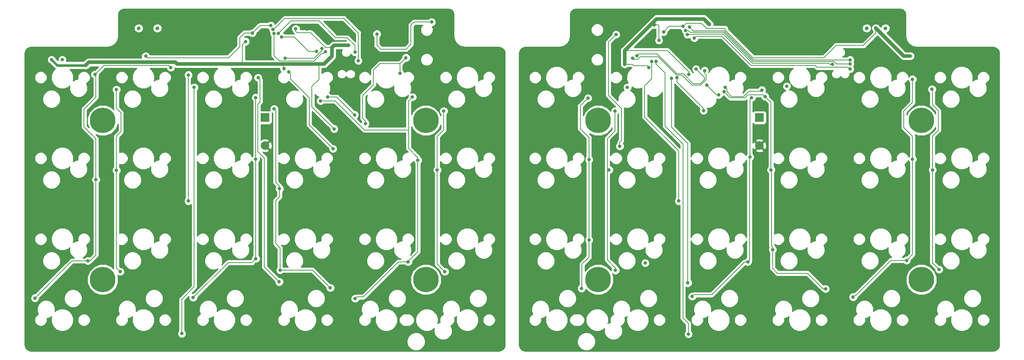
<source format=gtl>
G04 #@! TF.GenerationSoftware,KiCad,Pcbnew,5.0-dev-unknown-9241a39~61~ubuntu17.10.1*
G04 #@! TF.CreationDate,2018-07-19T12:56:27+02:00*
G04 #@! TF.ProjectId,vitamins_included,766974616D696E735F696E636C756465,rev?*
G04 #@! TF.SameCoordinates,Original*
G04 #@! TF.FileFunction,Copper,L1,Top,Signal*
G04 #@! TF.FilePolarity,Positive*
%FSLAX46Y46*%
G04 Gerber Fmt 4.6, Leading zero omitted, Abs format (unit mm)*
G04 Created by KiCad (PCBNEW 5.0-dev-unknown-9241a39~61~ubuntu17.10.1) date Thu Jul 19 12:56:27 2018*
%MOMM*%
%LPD*%
G01*
G04 APERTURE LIST*
%ADD10C,6.000000*%
%ADD11C,0.900000*%
%ADD12C,2.000000*%
%ADD13R,2.000000X2.000000*%
%ADD14C,0.800000*%
%ADD15C,0.609600*%
%ADD16C,0.812800*%
%ADD17C,0.406400*%
%ADD18C,0.203200*%
%ADD19C,0.152400*%
%ADD20C,0.254000*%
G04 APERTURE END LIST*
D10*
X19000000Y-27000000D03*
X211500000Y-27000000D03*
D11*
X203050000Y-5250000D03*
X198650000Y-5250000D03*
D10*
X135500000Y-27000000D03*
X211500000Y-64500000D03*
X135500000Y-64473000D03*
D12*
X173426000Y-32896000D03*
D13*
X173426000Y-26296000D03*
D10*
X95000000Y-27000000D03*
X95000000Y-64500000D03*
D11*
X27450000Y-5250000D03*
X31850000Y-5250000D03*
D13*
X57176000Y-26296000D03*
D12*
X57176000Y-32896000D03*
D10*
X19000000Y-64500000D03*
D14*
X82200000Y-12450000D03*
X45700000Y-68000000D03*
X57100000Y-68000000D03*
X203400000Y-22100000D03*
X192600000Y-25100000D03*
X198400000Y-18800000D03*
X82426000Y-77096000D03*
X73900000Y-14400000D03*
X172000000Y-9700000D03*
X175000000Y-9700000D03*
X175000000Y-15000000D03*
X172000000Y-15000000D03*
X188500000Y-7150000D03*
X186050000Y-10750000D03*
X135512000Y-50553000D03*
X154142518Y-11411000D03*
X134623000Y-69476000D03*
X168595500Y-27502500D03*
X169929000Y-24899000D03*
X179835000Y-18930000D03*
X144783000Y-9278000D03*
X226190000Y-79128000D03*
X148212000Y-22359000D03*
X186058000Y-7119000D03*
X177676000Y-27185000D03*
X136020000Y-18295000D03*
X179327000Y-75953000D03*
X185423000Y-22359000D03*
X133099000Y-13215000D03*
X149990000Y-28074000D03*
X173358000Y-67698000D03*
X146561000Y-60586000D03*
X135766000Y-34551000D03*
X155451000Y-25026000D03*
X142370000Y-19184000D03*
X31118000Y-60586000D03*
X43183000Y-25915000D03*
X62995000Y-75826000D03*
X100206000Y-68206000D03*
X75441000Y-6357000D03*
X31880000Y-76080000D03*
X35436000Y-25534000D03*
X25149000Y-76080000D03*
X87633000Y-22232000D03*
X58042000Y-11183000D03*
X50041000Y-22359000D03*
X76711000Y-20073000D03*
X83823000Y-2250000D03*
X87506000Y-28074000D03*
X67059000Y-5468000D03*
X84585000Y-70619000D03*
X18291000Y-69603000D03*
X76711000Y-66174000D03*
X155500000Y-4800000D03*
X150900000Y-6100000D03*
X208900000Y-11800000D03*
X29100000Y-11800000D03*
X54200000Y-6400000D03*
X58500000Y-4600000D03*
X78300000Y-10900000D03*
X79100000Y-12900000D03*
X194750000Y-14850000D03*
X190600000Y-13800000D03*
X194750000Y-13700000D03*
X194750000Y-12700000D03*
X76770081Y-9278000D03*
X64400000Y-5400000D03*
X156800000Y-16100000D03*
X149800000Y-8100000D03*
X52600000Y-8400000D03*
X148720000Y-4452000D03*
X15012000Y-13977000D03*
X51842000Y-13672360D03*
X61621000Y-14739000D03*
X73409000Y-28963000D03*
X6960000Y-12658000D03*
X141735000Y-13723000D03*
X161674000Y-4325000D03*
X147450000Y-14485000D03*
X200790000Y-5214000D03*
X39142000Y-16263000D03*
X39119000Y-45965000D03*
X60500000Y-65015000D03*
X55525000Y-16898000D03*
X40516000Y-19184000D03*
X37595000Y-77207000D03*
X148085000Y-13088000D03*
X154435000Y-45965000D03*
X156594000Y-65269000D03*
X152784000Y-17025000D03*
X149101000Y-13088000D03*
X156721000Y-77334000D03*
X69250000Y-10750000D03*
X61049500Y-7309500D03*
X60328000Y-6484000D03*
X59017500Y-5531500D03*
X71377000Y-10802000D03*
X59312000Y-6484000D03*
X158124500Y-7547500D03*
X156500000Y-6750000D03*
X156092500Y-5769500D03*
X156975000Y-4960000D03*
X61875000Y-12326000D03*
X73155000Y-33662000D03*
X70500000Y-10000000D03*
X62764000Y-15564500D03*
X83465000Y-6611000D03*
X96335500Y-3798000D03*
X9500000Y-12658000D03*
X80775000Y-27693000D03*
X90300000Y-12199000D03*
X88903000Y-15882000D03*
X140592000Y-33027000D03*
X158499000Y-14866000D03*
X144656000Y-11691000D03*
X139703000Y-6738000D03*
X160531000Y-15247000D03*
X143640000Y-12326000D03*
X160277000Y-24645000D03*
X154054000Y-16898000D03*
X17402000Y-40901000D03*
X17171000Y-16136000D03*
X35000000Y-14500000D03*
X15497000Y-60078000D03*
X3051000Y-68841000D03*
X22228000Y-19692000D03*
X22228000Y-38742000D03*
X23117000Y-62618000D03*
X54994000Y-59570000D03*
X54994000Y-36075000D03*
X40262000Y-68714000D03*
X54994000Y-21597000D03*
X60709000Y-62237000D03*
X72520000Y-66428000D03*
X60582000Y-43060000D03*
X59312000Y-24264000D03*
X90808000Y-60332000D03*
X78362000Y-68968000D03*
X70234000Y-22359000D03*
X91824000Y-21470000D03*
X93094000Y-36329000D03*
X99190000Y-24772000D03*
X97666000Y-38615000D03*
X71885000Y-21470000D03*
X99444000Y-62618000D03*
X78235000Y-25661000D03*
X131575000Y-66555000D03*
X133099000Y-21724000D03*
X133353000Y-36202000D03*
X133353000Y-55125000D03*
X139576000Y-62298400D03*
X138052000Y-38615000D03*
X139449000Y-24772000D03*
X171580000Y-21597000D03*
X171199000Y-35567000D03*
X170691000Y-60332000D03*
X157610000Y-68460000D03*
X188979000Y-66682000D03*
X176152000Y-38615000D03*
X176533000Y-57411000D03*
X174755000Y-21343000D03*
X165103000Y-20200000D03*
X208029000Y-59951000D03*
X163833000Y-20962000D03*
X195456000Y-68587000D03*
X209426000Y-17279000D03*
X209426000Y-36075000D03*
X161039000Y-18676000D03*
X215649000Y-62110000D03*
X214125000Y-38615000D03*
X213998000Y-19615600D03*
X165357000Y-19184000D03*
X173993000Y-19819000D03*
D15*
X79400000Y-14400000D02*
X80267000Y-13533000D01*
X73900000Y-14400000D02*
X79400000Y-14400000D01*
X80267000Y-13533000D02*
X80267000Y-11283000D01*
D16*
X80267000Y-4198000D02*
X80267000Y-11283000D01*
D17*
X154155000Y-11411000D02*
X154142518Y-11411000D01*
D16*
X82637000Y-3436000D02*
X83823000Y-2250000D01*
X80267000Y-4198000D02*
X81029000Y-3436000D01*
X81029000Y-3436000D02*
X82637000Y-3436000D01*
D18*
X54200000Y-6400000D02*
X52300000Y-6400000D01*
X52300000Y-6400000D02*
X51200000Y-7500000D01*
X51200000Y-7500000D02*
X51200000Y-9600000D01*
X51200000Y-9600000D02*
X48600000Y-12200000D01*
X48600000Y-12200000D02*
X29500000Y-12200000D01*
X29500000Y-12200000D02*
X29100000Y-11800000D01*
X191500000Y-9300000D02*
X197900000Y-9300000D01*
X171900000Y-12200000D02*
X188600000Y-12200000D01*
X188600000Y-12200000D02*
X191500000Y-9300000D01*
X165400000Y-5700000D02*
X171900000Y-12200000D01*
X161000000Y-5300000D02*
X165400000Y-5300000D01*
X165400000Y-5300000D02*
X165400000Y-5700000D01*
X159800000Y-4100000D02*
X161000000Y-5300000D01*
X155500000Y-4800000D02*
X156200000Y-4100000D01*
X197900000Y-9300000D02*
X200790000Y-6410000D01*
X156200000Y-4100000D02*
X159800000Y-4100000D01*
X200790000Y-6410000D02*
X200790000Y-5214000D01*
X152200000Y-4800000D02*
X155500000Y-4800000D01*
X150900000Y-6100000D02*
X152200000Y-4800000D01*
D16*
X208900000Y-11800000D02*
X207376000Y-11800000D01*
X207376000Y-11800000D02*
X203400000Y-7824000D01*
X200790000Y-5214000D02*
X203400000Y-7824000D01*
D18*
X58500000Y-4600000D02*
X56000000Y-4600000D01*
X56000000Y-4600000D02*
X54200000Y-6400000D01*
D19*
X78300000Y-9300000D02*
X78300000Y-10900000D01*
X76500000Y-7500000D02*
X78300000Y-9300000D01*
X73800000Y-7500000D02*
X76500000Y-7500000D01*
X69837589Y-3537589D02*
X73800000Y-7500000D01*
X69700589Y-3537589D02*
X69837589Y-3537589D01*
X75695000Y-2928000D02*
X79124000Y-6357000D01*
X70361000Y-2928000D02*
X75695000Y-2928000D01*
X79124000Y-6357000D02*
X79100000Y-6381000D01*
X79100000Y-6381000D02*
X79100000Y-12900000D01*
X194350000Y-14450000D02*
X194750000Y-14850000D01*
X187000000Y-14450000D02*
X194350000Y-14450000D01*
X186550000Y-14000000D02*
X187000000Y-14450000D01*
X185360000Y-14000000D02*
X186550000Y-14000000D01*
X158524499Y-7147501D02*
X164623501Y-7147501D01*
X158124500Y-7547500D02*
X158524499Y-7147501D01*
X164623501Y-7147501D02*
X171476000Y-14000000D01*
X171476000Y-14000000D02*
X185360000Y-14000000D01*
X185950000Y-13469000D02*
X189400000Y-13469000D01*
X190600000Y-13800000D02*
X190034315Y-13800000D01*
X190034315Y-13800000D02*
X189703315Y-13469000D01*
X189703315Y-13469000D02*
X189400000Y-13469000D01*
X185950000Y-13469000D02*
X186069000Y-13469000D01*
X185800000Y-13469000D02*
X185950000Y-13469000D01*
X185800000Y-13469000D02*
X185931000Y-13469000D01*
X171834000Y-13469000D02*
X185800000Y-13469000D01*
X157118685Y-6230000D02*
X156658185Y-5769500D01*
X165031946Y-6230000D02*
X157118685Y-6230000D01*
X171901946Y-13100000D02*
X165031946Y-6230000D01*
X190900000Y-13100000D02*
X171901946Y-13100000D01*
X194750000Y-13700000D02*
X191500000Y-13700000D01*
X191500000Y-13700000D02*
X190900000Y-13100000D01*
X156658185Y-5769500D02*
X156092500Y-5769500D01*
X171933012Y-12700000D02*
X165082012Y-5849000D01*
X194750000Y-12700000D02*
X171933012Y-12700000D01*
X165082012Y-5849000D02*
X157864000Y-5849000D01*
X157864000Y-5849000D02*
X156975000Y-4960000D01*
X17402000Y-21500000D02*
X17402000Y-16367000D01*
X17100000Y-21800000D02*
X17102000Y-21800000D01*
X17102000Y-21800000D02*
X17402000Y-21500000D01*
X17402000Y-40901000D02*
X17402000Y-31300000D01*
X14600000Y-24300000D02*
X14600000Y-28498000D01*
X14600000Y-28498000D02*
X17402000Y-31300000D01*
X17100000Y-21800000D02*
X14600000Y-24300000D01*
X22228000Y-19692000D02*
X22228000Y-24128000D01*
X22228000Y-24128000D02*
X23300000Y-25200000D01*
X23300000Y-25200000D02*
X23300000Y-29628000D01*
X23300000Y-29628000D02*
X22228000Y-30700000D01*
X22228000Y-30700000D02*
X22228000Y-38742000D01*
X209426000Y-17279000D02*
X209426000Y-22774000D01*
X209426000Y-22774000D02*
X207400000Y-24800000D01*
X207400000Y-24800000D02*
X207400000Y-28674000D01*
X207400000Y-28674000D02*
X209426000Y-30700000D01*
X209426000Y-30700000D02*
X209426000Y-36075000D01*
X214125000Y-23300000D02*
X214125000Y-19742600D01*
X215500000Y-29300000D02*
X215500000Y-24675000D01*
X215500000Y-24675000D02*
X214125000Y-23300000D01*
X214200000Y-30600000D02*
X215500000Y-29300000D01*
X214125000Y-38615000D02*
X214125000Y-30600000D01*
X214125000Y-30600000D02*
X214200000Y-30600000D01*
D16*
X51842000Y-13672360D02*
X36499999Y-13672360D01*
X36499999Y-13672360D02*
X36100000Y-13272361D01*
X36100000Y-13272361D02*
X15716639Y-13272361D01*
X15716639Y-13272361D02*
X15012000Y-13977000D01*
X75800000Y-9278000D02*
X76770081Y-9278000D01*
X75800000Y-9278000D02*
X73409000Y-9278000D01*
D18*
X67900000Y-6300000D02*
X71386000Y-9786000D01*
X71386000Y-9786000D02*
X72901000Y-9786000D01*
X64734315Y-6300000D02*
X67900000Y-6300000D01*
X64400000Y-5400000D02*
X64400000Y-5965685D01*
X64400000Y-5965685D02*
X64734315Y-6300000D01*
X156800000Y-16100000D02*
X156800000Y-15534315D01*
X156800000Y-15534315D02*
X151813685Y-10548000D01*
X151813685Y-10548000D02*
X141735000Y-10548000D01*
X149800000Y-8100000D02*
X149800000Y-4578800D01*
X149800000Y-4578800D02*
X149673200Y-4452000D01*
X149673200Y-4452000D02*
X148720000Y-4452000D01*
X52600000Y-8400000D02*
X51842000Y-9158000D01*
X51842000Y-9158000D02*
X51842000Y-13672360D01*
D16*
X148383000Y-3900000D02*
X149228000Y-3055000D01*
X144656000Y-7627000D02*
X148383000Y-3900000D01*
X148383000Y-3900000D02*
X148383000Y-4115000D01*
X148383000Y-4115000D02*
X148720000Y-4452000D01*
D15*
X15012000Y-13977000D02*
X8279000Y-13977000D01*
X56795000Y-13659500D02*
X51854860Y-13659500D01*
X61500000Y-13659500D02*
X56795000Y-13659500D01*
X15012000Y-13977000D02*
X15411999Y-13577001D01*
D16*
X51842000Y-13672360D02*
X69853000Y-13672360D01*
D15*
X51854860Y-13659500D02*
X51842000Y-13672360D01*
D18*
X61500000Y-14618000D02*
X61621000Y-14739000D01*
X61500000Y-13659500D02*
X61659500Y-13659500D01*
X61500000Y-13659500D02*
X61500000Y-14618000D01*
D16*
X69853000Y-13672360D02*
X71046640Y-13672360D01*
D19*
X68202000Y-18930000D02*
X68202000Y-23756000D01*
X69853000Y-17279000D02*
X69853000Y-13672360D01*
D16*
X71046640Y-13672360D02*
X72901000Y-11818000D01*
D19*
X68202000Y-23756000D02*
X73409000Y-28963000D01*
X68202000Y-18930000D02*
X69853000Y-17279000D01*
D16*
X72901000Y-11818000D02*
X72901000Y-10167000D01*
X73409000Y-9278000D02*
X72901000Y-9786000D01*
X72901000Y-11818000D02*
X72901000Y-9786000D01*
D15*
X8279000Y-13977000D02*
X6960000Y-12658000D01*
D16*
X150625000Y-3055000D02*
X154838500Y-3055000D01*
X155324000Y-3055000D02*
X160404000Y-3055000D01*
X160404000Y-3055000D02*
X161674000Y-4325000D01*
D18*
X155451000Y-3124315D02*
X155381685Y-3055000D01*
D16*
X141735000Y-13723000D02*
X141735000Y-10548000D01*
X149228000Y-3055000D02*
X150625000Y-3055000D01*
X154838500Y-3055000D02*
X155324000Y-3055000D01*
D19*
X147450000Y-14485000D02*
X147050001Y-14085001D01*
X143875001Y-14085001D02*
X143513000Y-13723000D01*
X147050001Y-14085001D02*
X143875001Y-14085001D01*
D16*
X141735000Y-10548000D02*
X144656000Y-7627000D01*
D19*
X143513000Y-13723000D02*
X141735000Y-13723000D01*
D18*
X155381685Y-3055000D02*
X155324000Y-3055000D01*
D19*
X39142000Y-16828685D02*
X39119000Y-16851685D01*
X39119000Y-16851685D02*
X39119000Y-45965000D01*
X39142000Y-16263000D02*
X39142000Y-16828685D01*
X56010000Y-17383000D02*
X55525000Y-16898000D01*
X57026000Y-35821000D02*
X55502000Y-34297000D01*
X57026000Y-61348000D02*
X57026000Y-59500000D01*
X55502000Y-34297000D02*
X55502000Y-23121000D01*
X57026000Y-59500000D02*
X57026000Y-35821000D01*
X57026000Y-61541000D02*
X60500000Y-65015000D01*
X57026000Y-59500000D02*
X57026000Y-61541000D01*
X56010000Y-22613000D02*
X56010000Y-17383000D01*
X55502000Y-23121000D02*
X56010000Y-22613000D01*
X40516000Y-19184000D02*
X40516000Y-19749685D01*
X40516000Y-66174000D02*
X37595000Y-69095000D01*
X40516000Y-19749685D02*
X40516000Y-56141000D01*
X40516000Y-56141000D02*
X40516000Y-56522000D01*
X37595000Y-69095000D02*
X37595000Y-77207000D01*
X40516000Y-56141000D02*
X40516000Y-66174000D01*
X146434000Y-18803000D02*
X146434000Y-26169000D01*
X148085000Y-17152000D02*
X146434000Y-18803000D01*
X148085000Y-13088000D02*
X148085000Y-17152000D01*
X146434000Y-26169000D02*
X154435000Y-34170000D01*
X154435000Y-34170000D02*
X154435000Y-45965000D01*
X156594000Y-32392000D02*
X156594000Y-65269000D01*
X152784000Y-28582000D02*
X156594000Y-32392000D01*
X152784000Y-17025000D02*
X152784000Y-28582000D01*
X155451000Y-32519000D02*
X151260000Y-28328000D01*
X156721000Y-77334000D02*
X156721000Y-74810000D01*
X149101000Y-13653685D02*
X149101000Y-13088000D01*
X151260000Y-15812685D02*
X149101000Y-13653685D01*
X155451000Y-73540000D02*
X155451000Y-32519000D01*
X151260000Y-28328000D02*
X151260000Y-15812685D01*
X156721000Y-74810000D02*
X155451000Y-73540000D01*
X67457315Y-10750000D02*
X67250000Y-10542685D01*
X61049500Y-7309500D02*
X64016815Y-7309500D01*
X69250000Y-10750000D02*
X67457315Y-10750000D01*
X64016815Y-7309500D02*
X66002500Y-9295185D01*
X67250000Y-10542685D02*
X66002500Y-9295185D01*
X69091000Y-3537589D02*
X69345000Y-3537589D01*
X63274411Y-3537589D02*
X60328000Y-6484000D01*
X69091000Y-3537589D02*
X63274411Y-3537589D01*
X69177500Y-3537589D02*
X69091000Y-3537589D01*
X69345000Y-3537589D02*
X69700589Y-3537589D01*
X61811500Y-2928000D02*
X70361000Y-2928000D01*
X70361000Y-2928000D02*
X73051000Y-2928000D01*
X59417499Y-5131501D02*
X59607999Y-5131501D01*
X59017500Y-5531500D02*
X59417499Y-5131501D01*
X59607999Y-5131501D02*
X61811500Y-2928000D01*
X60541500Y-12961000D02*
X59271500Y-11691000D01*
X70977001Y-11201999D02*
X70469001Y-11201999D01*
X59271500Y-11691000D02*
X59271500Y-6547500D01*
X59271500Y-6547500D02*
X59271500Y-6524500D01*
X59271500Y-6524500D02*
X59312000Y-6484000D01*
X68710000Y-12961000D02*
X67821000Y-12961000D01*
X67821000Y-12961000D02*
X60541500Y-12961000D01*
X70469001Y-11201999D02*
X68710000Y-12961000D01*
X71377000Y-10802000D02*
X70977001Y-11201999D01*
X157864000Y-6611000D02*
X164976000Y-6611000D01*
X164976000Y-6611000D02*
X171834000Y-13469000D01*
X156500000Y-6750000D02*
X157725000Y-6750000D01*
X157725000Y-6750000D02*
X157864000Y-6611000D01*
D18*
X85497000Y-10167000D02*
X90323000Y-10167000D01*
D19*
X63163999Y-15964499D02*
X63163999Y-17193999D01*
D18*
X83465000Y-9278000D02*
X83465000Y-6611000D01*
D19*
X70500000Y-10565685D02*
X68739685Y-12326000D01*
D18*
X91492500Y-4528000D02*
X92222500Y-3798000D01*
D19*
X63163999Y-17193999D02*
X67567000Y-21597000D01*
X67567000Y-28074000D02*
X73155000Y-33662000D01*
X62440685Y-12326000D02*
X61875000Y-12326000D01*
X62954500Y-15755000D02*
X62764000Y-15564500D01*
X62764000Y-15564500D02*
X63163999Y-15964499D01*
X67567000Y-21597000D02*
X67567000Y-28074000D01*
D18*
X90323000Y-10167000D02*
X91492500Y-8997500D01*
X92222500Y-3798000D02*
X96335500Y-3798000D01*
D19*
X70500000Y-10000000D02*
X70500000Y-10565685D01*
D18*
X85497000Y-10167000D02*
X84354000Y-10167000D01*
X84354000Y-10167000D02*
X83465000Y-9278000D01*
D19*
X68739685Y-12326000D02*
X62440685Y-12326000D01*
D18*
X91492500Y-8997500D02*
X91492500Y-4528000D01*
D19*
X80775000Y-27693000D02*
X80775000Y-27127315D01*
X84204000Y-13596000D02*
X88903000Y-13596000D01*
X82680000Y-15120000D02*
X84204000Y-13596000D01*
X82680000Y-18549000D02*
X82680000Y-15120000D01*
X80140000Y-21089000D02*
X82680000Y-18549000D01*
X88903000Y-13596000D02*
X88903000Y-15882000D01*
X90300000Y-12199000D02*
X88903000Y-13596000D01*
X80775000Y-27127315D02*
X80140000Y-26492315D01*
X80140000Y-26492315D02*
X80140000Y-21089000D01*
X160531000Y-17279000D02*
X159515000Y-18295000D01*
X154053255Y-15958189D02*
X149386067Y-11291001D01*
X140973000Y-24137000D02*
X137925000Y-21089000D01*
X140592000Y-32124600D02*
X140973000Y-31743600D01*
X149386067Y-11291001D02*
X145055999Y-11291001D01*
X137925000Y-8516000D02*
X139703000Y-6738000D01*
X137925000Y-21089000D02*
X137925000Y-8516000D01*
X158499000Y-14866000D02*
X160531000Y-16898000D01*
X159515000Y-18295000D02*
X157864000Y-18295000D01*
X145055999Y-11291001D02*
X144656000Y-11691000D01*
X160531000Y-16898000D02*
X160531000Y-17279000D01*
X140973000Y-31743600D02*
X140973000Y-24137000D01*
X155527189Y-15958189D02*
X154053255Y-15958189D01*
X140592000Y-33027000D02*
X140592000Y-32124600D01*
X157864000Y-18295000D02*
X155527189Y-15958189D01*
X157610000Y-18676000D02*
X155197000Y-16263000D01*
X144783000Y-12580000D02*
X144148000Y-12580000D01*
X160531000Y-15812685D02*
X160912000Y-16193685D01*
X149609000Y-11945000D02*
X145418000Y-11945000D01*
X144148000Y-12580000D02*
X143894000Y-12580000D01*
X143894000Y-12580000D02*
X143640000Y-12326000D01*
X160912000Y-17406000D02*
X159642000Y-18676000D01*
X145418000Y-11945000D02*
X144783000Y-12580000D01*
X155197000Y-16263000D02*
X153927000Y-16263000D01*
X160531000Y-15247000D02*
X160531000Y-15812685D01*
X160912000Y-16193685D02*
X160912000Y-17406000D01*
X159642000Y-18676000D02*
X157610000Y-18676000D01*
X153927000Y-16263000D02*
X149609000Y-11945000D01*
X160277000Y-24137000D02*
X160277000Y-24645000D01*
X154054000Y-17914000D02*
X160277000Y-24137000D01*
X154054000Y-16898000D02*
X154054000Y-17914000D01*
X154054000Y-16898000D02*
X154054000Y-17463685D01*
X19500000Y-14000000D02*
X19307000Y-14000000D01*
X16005000Y-60078000D02*
X17402000Y-58681000D01*
X19307000Y-14000000D02*
X17171000Y-16136000D01*
X19500000Y-14000000D02*
X34500000Y-14000000D01*
X11814000Y-60078000D02*
X15497000Y-60078000D01*
X3051000Y-68841000D02*
X11814000Y-60078000D01*
X11814000Y-60078000D02*
X16005000Y-60078000D01*
X17402000Y-16367000D02*
X17171000Y-16136000D01*
X17402000Y-58681000D02*
X17402000Y-40901000D01*
X34500000Y-14000000D02*
X35000000Y-14500000D01*
X22228000Y-38742000D02*
X22228000Y-61729000D01*
X22228000Y-61729000D02*
X23117000Y-62618000D01*
X54105000Y-60459000D02*
X54994000Y-59570000D01*
X54994000Y-21597000D02*
X54994000Y-36075000D01*
X54994000Y-36640685D02*
X54994000Y-59570000D01*
X40262000Y-68714000D02*
X48517000Y-60459000D01*
X54994000Y-36075000D02*
X54994000Y-36640685D01*
X48517000Y-60459000D02*
X54105000Y-60459000D01*
X59693000Y-45854000D02*
X60582000Y-44965000D01*
X60582000Y-44965000D02*
X60582000Y-43060000D01*
X59693000Y-24645000D02*
X59312000Y-24264000D01*
X59693000Y-41605315D02*
X59693000Y-24645000D01*
X72520000Y-66428000D02*
X68329000Y-62237000D01*
X60709000Y-62237000D02*
X60709000Y-57030000D01*
X60582000Y-43060000D02*
X60582000Y-42494315D01*
X68329000Y-62237000D02*
X60709000Y-62237000D01*
X60709000Y-57030000D02*
X59693000Y-56014000D01*
X60582000Y-42494315D02*
X59693000Y-41605315D01*
X59693000Y-56014000D02*
X59693000Y-45854000D01*
X88649000Y-60332000D02*
X90808000Y-60332000D01*
X93094000Y-35763315D02*
X90935000Y-33604315D01*
X88522000Y-60332000D02*
X88649000Y-60332000D01*
X90935000Y-33604315D02*
X90935000Y-29217000D01*
X78761999Y-68568001D02*
X80285999Y-68568001D01*
X90681000Y-60332000D02*
X93094000Y-57919000D01*
X90935000Y-22359000D02*
X91824000Y-21470000D01*
X90935000Y-29217000D02*
X90935000Y-22359000D01*
X80521000Y-29217000D02*
X90935000Y-29217000D01*
X70234000Y-22359000D02*
X73663000Y-22359000D01*
X78362000Y-68968000D02*
X78761999Y-68568001D01*
X80285999Y-68568001D02*
X88522000Y-60332000D01*
X88649000Y-60332000D02*
X90681000Y-60332000D01*
X73663000Y-22359000D02*
X80521000Y-29217000D01*
X93094000Y-57919000D02*
X93094000Y-36329000D01*
X93094000Y-36329000D02*
X93094000Y-35763315D01*
X97666000Y-60840000D02*
X99444000Y-62618000D01*
X97666000Y-30741000D02*
X99190000Y-29217000D01*
X97666000Y-39180685D02*
X97666000Y-60840000D01*
X74044000Y-21470000D02*
X78235000Y-25661000D01*
X97666000Y-38615000D02*
X97666000Y-39180685D01*
X99190000Y-29217000D02*
X99190000Y-24772000D01*
X71885000Y-21470000D02*
X74044000Y-21470000D01*
X97666000Y-38615000D02*
X97666000Y-30741000D01*
X133353000Y-30995000D02*
X131321000Y-28963000D01*
X131321000Y-23502000D02*
X133099000Y-21724000D01*
X131702000Y-66428000D02*
X131575000Y-66555000D01*
X133353000Y-55125000D02*
X133353000Y-36202000D01*
X133353000Y-59189000D02*
X133353000Y-55125000D01*
X131702000Y-60840000D02*
X133353000Y-59189000D01*
X131321000Y-28963000D02*
X131321000Y-23502000D01*
X133353000Y-36202000D02*
X133353000Y-30995000D01*
X131702000Y-60840000D02*
X131702000Y-66428000D01*
X137671000Y-38996000D02*
X138052000Y-38615000D01*
X137652001Y-39231001D02*
X137652001Y-31267999D01*
X139576000Y-61732715D02*
X137671000Y-59827715D01*
X139449000Y-29471000D02*
X139449000Y-24772000D01*
X137671000Y-39250000D02*
X137652001Y-39231001D01*
X137652001Y-31267999D02*
X139449000Y-29471000D01*
X139576000Y-62298400D02*
X139576000Y-61732715D01*
X137671000Y-39250000D02*
X137671000Y-38996000D01*
X137671000Y-59827715D02*
X137671000Y-39250000D01*
X157610000Y-68460000D02*
X158009999Y-68060001D01*
X170691000Y-60332000D02*
X171090999Y-59932001D01*
X171090999Y-35675001D02*
X171199000Y-35567000D01*
X169929000Y-60332000D02*
X170691000Y-60332000D01*
X171199000Y-35567000D02*
X171199000Y-21978000D01*
X171090999Y-59932001D02*
X171090999Y-35675001D01*
X171199000Y-21978000D02*
X171580000Y-21597000D01*
X158009999Y-68060001D02*
X162200999Y-68060001D01*
X162200999Y-68060001D02*
X169929000Y-60332000D01*
X165103000Y-20200000D02*
X166550811Y-21647811D01*
X176279000Y-56591315D02*
X176279000Y-38742000D01*
X170005189Y-21647811D02*
X170709999Y-20943001D01*
X188413315Y-66682000D02*
X184730315Y-62999000D01*
X176533000Y-56845315D02*
X176279000Y-56591315D01*
X174355001Y-20943001D02*
X174755000Y-21343000D01*
X170709999Y-20943001D02*
X174355001Y-20943001D01*
X188979000Y-66682000D02*
X188413315Y-66682000D01*
X166550811Y-21647811D02*
X170005189Y-21647811D01*
X184730315Y-62999000D02*
X177676000Y-62999000D01*
X176152000Y-38615000D02*
X176152000Y-22740000D01*
X176533000Y-61856000D02*
X176533000Y-57411000D01*
X177676000Y-62999000D02*
X176533000Y-61856000D01*
X176533000Y-57411000D02*
X176533000Y-56845315D01*
X176279000Y-38742000D02*
X176152000Y-38615000D01*
X176152000Y-22740000D02*
X174755000Y-21343000D01*
X161039000Y-18676000D02*
X163325000Y-20962000D01*
X208428999Y-59551001D02*
X209426000Y-58554000D01*
X209426000Y-58554000D02*
X209426000Y-36075000D01*
X195456000Y-68587000D02*
X195855999Y-68187001D01*
X208029000Y-59951000D02*
X208428999Y-59551001D01*
X196109999Y-68187001D02*
X204346000Y-59951000D01*
X195855999Y-68187001D02*
X196109999Y-68187001D01*
X163325000Y-20962000D02*
X163833000Y-20962000D01*
X204346000Y-59951000D02*
X208029000Y-59951000D01*
X165756999Y-19583999D02*
X165756999Y-20218999D01*
X170945000Y-20073000D02*
X173739000Y-20073000D01*
X173739000Y-20073000D02*
X173993000Y-19819000D01*
X165756999Y-20218999D02*
X166881000Y-21343000D01*
X214125000Y-19742600D02*
X213998000Y-19615600D01*
X165357000Y-19184000D02*
X165756999Y-19583999D01*
X214125000Y-60586000D02*
X215649000Y-62110000D01*
X166881000Y-21343000D02*
X169675000Y-21343000D01*
X169675000Y-21343000D02*
X170945000Y-20073000D01*
X214125000Y-38615000D02*
X214125000Y-60586000D01*
D20*
G36*
X100738338Y-821046D02*
X101152333Y-1097669D01*
X101428953Y-1511660D01*
X101540001Y-2069936D01*
X101540000Y-7069925D01*
X101553642Y-7138508D01*
X101553642Y-7138514D01*
X101705883Y-7903881D01*
X101750977Y-8012746D01*
X101811897Y-8159821D01*
X102245442Y-8808668D01*
X102441332Y-9004558D01*
X103090178Y-9438103D01*
X103208843Y-9487255D01*
X103346119Y-9544117D01*
X104111485Y-9696357D01*
X104111486Y-9696357D01*
X104180074Y-9710000D01*
X112180069Y-9710000D01*
X112738338Y-9821046D01*
X113152333Y-10097669D01*
X113428953Y-10511660D01*
X113540000Y-11069931D01*
X113540001Y-79930064D01*
X113428953Y-80488340D01*
X113152333Y-80902331D01*
X112738338Y-81178954D01*
X112180069Y-81290000D01*
X2069931Y-81290000D01*
X1511660Y-81178953D01*
X1097669Y-80902333D01*
X821046Y-80488338D01*
X710000Y-79930069D01*
X710000Y-78655322D01*
X90550000Y-78655322D01*
X90550000Y-79504678D01*
X90875034Y-80289380D01*
X91475620Y-80889966D01*
X92260322Y-81215000D01*
X93109678Y-81215000D01*
X93894380Y-80889966D01*
X94494966Y-80289380D01*
X94820000Y-79504678D01*
X94820000Y-78655322D01*
X94494966Y-77870620D01*
X93894380Y-77270034D01*
X93109678Y-76945000D01*
X92260322Y-76945000D01*
X91475620Y-77270034D01*
X90875034Y-77870620D01*
X90550000Y-78655322D01*
X710000Y-78655322D01*
X710000Y-77001126D01*
X36560000Y-77001126D01*
X36560000Y-77412874D01*
X36717569Y-77793280D01*
X37008720Y-78084431D01*
X37389126Y-78242000D01*
X37800874Y-78242000D01*
X38181280Y-78084431D01*
X38472431Y-77793280D01*
X38630000Y-77412874D01*
X38630000Y-77001126D01*
X38472431Y-76620720D01*
X38306200Y-76454489D01*
X38306200Y-73704615D01*
X41035000Y-73704615D01*
X41035000Y-74295385D01*
X41261078Y-74841185D01*
X41678815Y-75258922D01*
X42224615Y-75485000D01*
X42815385Y-75485000D01*
X43361185Y-75258922D01*
X43778922Y-74841185D01*
X44005000Y-74295385D01*
X44005000Y-73704615D01*
X43959596Y-73595000D01*
X44214678Y-73595000D01*
X44999380Y-73269966D01*
X45086283Y-73183063D01*
X44965000Y-73475866D01*
X44965000Y-74524134D01*
X45366155Y-75492608D01*
X46107392Y-76233845D01*
X47075866Y-76635000D01*
X48124134Y-76635000D01*
X49092608Y-76233845D01*
X49833845Y-75492608D01*
X50235000Y-74524134D01*
X50235000Y-73704615D01*
X51195000Y-73704615D01*
X51195000Y-74295385D01*
X51421078Y-74841185D01*
X51838815Y-75258922D01*
X52384615Y-75485000D01*
X52975385Y-75485000D01*
X53521185Y-75258922D01*
X53938922Y-74841185D01*
X54165000Y-74295385D01*
X54165000Y-73704615D01*
X60085000Y-73704615D01*
X60085000Y-74295385D01*
X60311078Y-74841185D01*
X60728815Y-75258922D01*
X61274615Y-75485000D01*
X61865385Y-75485000D01*
X62411185Y-75258922D01*
X62828922Y-74841185D01*
X63055000Y-74295385D01*
X63055000Y-73704615D01*
X63009596Y-73595000D01*
X63264678Y-73595000D01*
X64049380Y-73269966D01*
X64136283Y-73183063D01*
X64015000Y-73475866D01*
X64015000Y-74524134D01*
X64416155Y-75492608D01*
X65157392Y-76233845D01*
X66125866Y-76635000D01*
X67174134Y-76635000D01*
X68142608Y-76233845D01*
X68883845Y-75492608D01*
X69285000Y-74524134D01*
X69285000Y-73704615D01*
X70245000Y-73704615D01*
X70245000Y-74295385D01*
X70471078Y-74841185D01*
X70888815Y-75258922D01*
X71434615Y-75485000D01*
X72025385Y-75485000D01*
X72571185Y-75258922D01*
X72988922Y-74841185D01*
X73215000Y-74295385D01*
X73215000Y-73704615D01*
X79135000Y-73704615D01*
X79135000Y-74295385D01*
X79361078Y-74841185D01*
X79778815Y-75258922D01*
X80324615Y-75485000D01*
X80915385Y-75485000D01*
X81461185Y-75258922D01*
X81878922Y-74841185D01*
X82105000Y-74295385D01*
X82105000Y-73704615D01*
X82059596Y-73595000D01*
X82314678Y-73595000D01*
X83099380Y-73269966D01*
X83186283Y-73183063D01*
X83065000Y-73475866D01*
X83065000Y-74524134D01*
X83466155Y-75492608D01*
X84207392Y-76233845D01*
X85175866Y-76635000D01*
X86224134Y-76635000D01*
X87192608Y-76233845D01*
X87933845Y-75492608D01*
X88335000Y-74524134D01*
X88335000Y-73704615D01*
X88660000Y-73704615D01*
X88660000Y-74295385D01*
X88886078Y-74841185D01*
X89303815Y-75258922D01*
X89849615Y-75485000D01*
X90440385Y-75485000D01*
X90462500Y-75475840D01*
X90484615Y-75485000D01*
X91075385Y-75485000D01*
X91621185Y-75258922D01*
X92038922Y-74841185D01*
X92265000Y-74295385D01*
X92265000Y-73704615D01*
X92170249Y-73475866D01*
X92590000Y-73475866D01*
X92590000Y-74524134D01*
X92991155Y-75492608D01*
X93732392Y-76233845D01*
X94700866Y-76635000D01*
X95749134Y-76635000D01*
X96717608Y-76233845D01*
X96945162Y-76006291D01*
X96900000Y-76115322D01*
X96900000Y-76964678D01*
X97225034Y-77749380D01*
X97825620Y-78349966D01*
X98610322Y-78675000D01*
X99459678Y-78675000D01*
X100244380Y-78349966D01*
X100844966Y-77749380D01*
X101170000Y-76964678D01*
X101170000Y-76115322D01*
X100863729Y-75375919D01*
X101146185Y-75258922D01*
X101563922Y-74841185D01*
X101790000Y-74295385D01*
X101790000Y-73704615D01*
X101688958Y-73460679D01*
X102149380Y-73269966D01*
X102236283Y-73183063D01*
X102115000Y-73475866D01*
X102115000Y-74524134D01*
X102516155Y-75492608D01*
X103257392Y-76233845D01*
X104225866Y-76635000D01*
X105274134Y-76635000D01*
X106242608Y-76233845D01*
X106983845Y-75492608D01*
X107385000Y-74524134D01*
X107385000Y-73704615D01*
X108345000Y-73704615D01*
X108345000Y-74295385D01*
X108571078Y-74841185D01*
X108988815Y-75258922D01*
X109534615Y-75485000D01*
X110125385Y-75485000D01*
X110671185Y-75258922D01*
X111088922Y-74841185D01*
X111315000Y-74295385D01*
X111315000Y-73704615D01*
X111088922Y-73158815D01*
X110671185Y-72741078D01*
X110125385Y-72515000D01*
X109534615Y-72515000D01*
X108988815Y-72741078D01*
X108571078Y-73158815D01*
X108345000Y-73704615D01*
X107385000Y-73704615D01*
X107385000Y-73475866D01*
X106983845Y-72507392D01*
X106242608Y-71766155D01*
X105274134Y-71365000D01*
X104225866Y-71365000D01*
X103257392Y-71766155D01*
X103029838Y-71993709D01*
X103075000Y-71884678D01*
X103075000Y-71035322D01*
X102749966Y-70250620D01*
X102149380Y-69650034D01*
X101364678Y-69325000D01*
X100515322Y-69325000D01*
X99730620Y-69650034D01*
X99130034Y-70250620D01*
X98805000Y-71035322D01*
X98805000Y-71884678D01*
X99111271Y-72624081D01*
X98828815Y-72741078D01*
X98411078Y-73158815D01*
X98185000Y-73704615D01*
X98185000Y-74295385D01*
X98286042Y-74539321D01*
X97825620Y-74730034D01*
X97738717Y-74816937D01*
X97860000Y-74524134D01*
X97860000Y-73475866D01*
X97458845Y-72507392D01*
X96717608Y-71766155D01*
X95749134Y-71365000D01*
X94700866Y-71365000D01*
X93732392Y-71766155D01*
X92991155Y-72507392D01*
X92590000Y-73475866D01*
X92170249Y-73475866D01*
X92038922Y-73158815D01*
X91621185Y-72741078D01*
X91075385Y-72515000D01*
X90484615Y-72515000D01*
X90462500Y-72524160D01*
X90440385Y-72515000D01*
X89849615Y-72515000D01*
X89303815Y-72741078D01*
X88886078Y-73158815D01*
X88660000Y-73704615D01*
X88335000Y-73704615D01*
X88335000Y-73475866D01*
X87933845Y-72507392D01*
X87192608Y-71766155D01*
X86224134Y-71365000D01*
X85175866Y-71365000D01*
X84207392Y-71766155D01*
X83979838Y-71993709D01*
X84025000Y-71884678D01*
X84025000Y-71035322D01*
X83699966Y-70250620D01*
X83099380Y-69650034D01*
X82314678Y-69325000D01*
X81465322Y-69325000D01*
X80680620Y-69650034D01*
X80080034Y-70250620D01*
X79755000Y-71035322D01*
X79755000Y-71884678D01*
X80061271Y-72624081D01*
X79778815Y-72741078D01*
X79361078Y-73158815D01*
X79135000Y-73704615D01*
X73215000Y-73704615D01*
X72988922Y-73158815D01*
X72571185Y-72741078D01*
X72025385Y-72515000D01*
X71434615Y-72515000D01*
X70888815Y-72741078D01*
X70471078Y-73158815D01*
X70245000Y-73704615D01*
X69285000Y-73704615D01*
X69285000Y-73475866D01*
X68883845Y-72507392D01*
X68142608Y-71766155D01*
X67174134Y-71365000D01*
X66125866Y-71365000D01*
X65157392Y-71766155D01*
X64929838Y-71993709D01*
X64975000Y-71884678D01*
X64975000Y-71035322D01*
X64649966Y-70250620D01*
X64049380Y-69650034D01*
X63264678Y-69325000D01*
X62415322Y-69325000D01*
X61630620Y-69650034D01*
X61030034Y-70250620D01*
X60705000Y-71035322D01*
X60705000Y-71884678D01*
X61011271Y-72624081D01*
X60728815Y-72741078D01*
X60311078Y-73158815D01*
X60085000Y-73704615D01*
X54165000Y-73704615D01*
X53938922Y-73158815D01*
X53521185Y-72741078D01*
X52975385Y-72515000D01*
X52384615Y-72515000D01*
X51838815Y-72741078D01*
X51421078Y-73158815D01*
X51195000Y-73704615D01*
X50235000Y-73704615D01*
X50235000Y-73475866D01*
X49833845Y-72507392D01*
X49092608Y-71766155D01*
X48124134Y-71365000D01*
X47075866Y-71365000D01*
X46107392Y-71766155D01*
X45879838Y-71993709D01*
X45925000Y-71884678D01*
X45925000Y-71035322D01*
X45599966Y-70250620D01*
X44999380Y-69650034D01*
X44214678Y-69325000D01*
X43365322Y-69325000D01*
X42580620Y-69650034D01*
X41980034Y-70250620D01*
X41655000Y-71035322D01*
X41655000Y-71884678D01*
X41961271Y-72624081D01*
X41678815Y-72741078D01*
X41261078Y-73158815D01*
X41035000Y-73704615D01*
X38306200Y-73704615D01*
X38306200Y-69389588D01*
X39254816Y-68440973D01*
X39227000Y-68508126D01*
X39227000Y-68919874D01*
X39384569Y-69300280D01*
X39675720Y-69591431D01*
X40056126Y-69749000D01*
X40467874Y-69749000D01*
X40848280Y-69591431D01*
X41139431Y-69300280D01*
X41297000Y-68919874D01*
X41297000Y-68684788D01*
X41486466Y-68495322D01*
X48005000Y-68495322D01*
X48005000Y-69344678D01*
X48330034Y-70129380D01*
X48930620Y-70729966D01*
X49715322Y-71055000D01*
X50564678Y-71055000D01*
X51349380Y-70729966D01*
X51949966Y-70129380D01*
X52275000Y-69344678D01*
X52275000Y-68495322D01*
X67055000Y-68495322D01*
X67055000Y-69344678D01*
X67380034Y-70129380D01*
X67980620Y-70729966D01*
X68765322Y-71055000D01*
X69614678Y-71055000D01*
X70399380Y-70729966D01*
X70999966Y-70129380D01*
X71325000Y-69344678D01*
X71325000Y-68495322D01*
X70999966Y-67710620D01*
X70399380Y-67110034D01*
X69614678Y-66785000D01*
X68765322Y-66785000D01*
X67980620Y-67110034D01*
X67380034Y-67710620D01*
X67055000Y-68495322D01*
X52275000Y-68495322D01*
X51949966Y-67710620D01*
X51349380Y-67110034D01*
X50564678Y-66785000D01*
X49715322Y-66785000D01*
X48930620Y-67110034D01*
X48330034Y-67710620D01*
X48005000Y-68495322D01*
X41486466Y-68495322D01*
X48811589Y-61170200D01*
X54034959Y-61170200D01*
X54105000Y-61184132D01*
X54175041Y-61170200D01*
X54175046Y-61170200D01*
X54382496Y-61128936D01*
X54617746Y-60971746D01*
X54657424Y-60912364D01*
X54964788Y-60605000D01*
X55199874Y-60605000D01*
X55580280Y-60447431D01*
X55871431Y-60156280D01*
X56029000Y-59775874D01*
X56029000Y-59364126D01*
X55871431Y-58983720D01*
X55705200Y-58817489D01*
X55705200Y-36827511D01*
X55871431Y-36661280D01*
X56029000Y-36280874D01*
X56029000Y-35869126D01*
X56001184Y-35801973D01*
X56314801Y-36115590D01*
X56314800Y-59429954D01*
X56314800Y-61418045D01*
X56314801Y-61418050D01*
X56314801Y-61470954D01*
X56300868Y-61541000D01*
X56356065Y-61818496D01*
X56473576Y-61994364D01*
X56473579Y-61994367D01*
X56513255Y-62053746D01*
X56572634Y-62093422D01*
X59465000Y-64985789D01*
X59465000Y-65220874D01*
X59622569Y-65601280D01*
X59913720Y-65892431D01*
X60294126Y-66050000D01*
X60705874Y-66050000D01*
X61086280Y-65892431D01*
X61377431Y-65601280D01*
X61535000Y-65220874D01*
X61535000Y-64809126D01*
X61377431Y-64428720D01*
X61086280Y-64137569D01*
X60705874Y-63980000D01*
X60470789Y-63980000D01*
X57737200Y-61246412D01*
X57737200Y-35891041D01*
X57751132Y-35820999D01*
X57737200Y-35750957D01*
X57737200Y-35750954D01*
X57695936Y-35543504D01*
X57695935Y-35543502D01*
X57578424Y-35367635D01*
X57578422Y-35367633D01*
X57538746Y-35308254D01*
X57479367Y-35268578D01*
X56658847Y-34448058D01*
X56911461Y-34541908D01*
X57561460Y-34517856D01*
X58050264Y-34315387D01*
X58148927Y-34048532D01*
X57176000Y-33075605D01*
X57161858Y-33089748D01*
X56982253Y-32910143D01*
X56996395Y-32896000D01*
X57355605Y-32896000D01*
X58328532Y-33868927D01*
X58595387Y-33770264D01*
X58821908Y-33160539D01*
X58797856Y-32510540D01*
X58595387Y-32021736D01*
X58328532Y-31923073D01*
X57355605Y-32896000D01*
X56996395Y-32896000D01*
X56982253Y-32881858D01*
X57161858Y-32702253D01*
X57176000Y-32716395D01*
X58148927Y-31743468D01*
X58050264Y-31476613D01*
X57440539Y-31250092D01*
X56790540Y-31274144D01*
X56301736Y-31476613D01*
X56213200Y-31716077D01*
X56213200Y-27943440D01*
X58176000Y-27943440D01*
X58423765Y-27894157D01*
X58633809Y-27753809D01*
X58774157Y-27543765D01*
X58823440Y-27296000D01*
X58823440Y-25296000D01*
X58798708Y-25171664D01*
X58981801Y-25247503D01*
X58981800Y-41535274D01*
X58967868Y-41605315D01*
X58981800Y-41675356D01*
X58981800Y-41675360D01*
X59023064Y-41882810D01*
X59023065Y-41882811D01*
X59140576Y-42058679D01*
X59140578Y-42058681D01*
X59180254Y-42118060D01*
X59239634Y-42157737D01*
X59660942Y-42579045D01*
X59547000Y-42854126D01*
X59547000Y-43265874D01*
X59704569Y-43646280D01*
X59870801Y-43812512D01*
X59870800Y-44670411D01*
X59239634Y-45301578D01*
X59180255Y-45341254D01*
X59140579Y-45400633D01*
X59140576Y-45400636D01*
X59023065Y-45576504D01*
X58967868Y-45854000D01*
X58981801Y-45924046D01*
X58981800Y-55943959D01*
X58967868Y-56014000D01*
X58981800Y-56084041D01*
X58981800Y-56084045D01*
X59023064Y-56291495D01*
X59023065Y-56291496D01*
X59140576Y-56467364D01*
X59140578Y-56467366D01*
X59180254Y-56526745D01*
X59239634Y-56566422D01*
X59997801Y-57324590D01*
X59997800Y-61484489D01*
X59831569Y-61650720D01*
X59674000Y-62031126D01*
X59674000Y-62442874D01*
X59831569Y-62823280D01*
X60122720Y-63114431D01*
X60503126Y-63272000D01*
X60914874Y-63272000D01*
X61295280Y-63114431D01*
X61461511Y-62948200D01*
X68034412Y-62948200D01*
X71485000Y-66398789D01*
X71485000Y-66633874D01*
X71642569Y-67014280D01*
X71933720Y-67305431D01*
X72314126Y-67463000D01*
X72725874Y-67463000D01*
X73106280Y-67305431D01*
X73397431Y-67014280D01*
X73555000Y-66633874D01*
X73555000Y-66222126D01*
X73397431Y-65841720D01*
X73106280Y-65550569D01*
X72725874Y-65393000D01*
X72490789Y-65393000D01*
X68881424Y-61783636D01*
X68841746Y-61724254D01*
X68606496Y-61567064D01*
X68399046Y-61525800D01*
X68399041Y-61525800D01*
X68329000Y-61511868D01*
X68258959Y-61525800D01*
X65633546Y-61525800D01*
X65919966Y-61239380D01*
X66245000Y-60454678D01*
X66245000Y-59605322D01*
X65919966Y-58820620D01*
X65319380Y-58220034D01*
X64534678Y-57895000D01*
X63685322Y-57895000D01*
X62900620Y-58220034D01*
X62300034Y-58820620D01*
X61975000Y-59605322D01*
X61975000Y-60454678D01*
X62300034Y-61239380D01*
X62586454Y-61525800D01*
X61461511Y-61525800D01*
X61420200Y-61484489D01*
X61420200Y-57100041D01*
X61434132Y-57030000D01*
X61420200Y-56959958D01*
X61420200Y-56959954D01*
X61378936Y-56752504D01*
X61271721Y-56592046D01*
X61261424Y-56576635D01*
X61261422Y-56576633D01*
X61221746Y-56517254D01*
X61162367Y-56477578D01*
X61010310Y-56325521D01*
X61274615Y-56435000D01*
X61865385Y-56435000D01*
X62411185Y-56208922D01*
X62828922Y-55791185D01*
X63055000Y-55245385D01*
X63055000Y-54654615D01*
X62960249Y-54425866D01*
X64015000Y-54425866D01*
X64015000Y-55474134D01*
X64416155Y-56442608D01*
X65157392Y-57183845D01*
X66125866Y-57585000D01*
X67174134Y-57585000D01*
X68142608Y-57183845D01*
X68370162Y-56956291D01*
X68325000Y-57065322D01*
X68325000Y-57914678D01*
X68650034Y-58699380D01*
X69250620Y-59299966D01*
X70035322Y-59625000D01*
X70884678Y-59625000D01*
X70932184Y-59605322D01*
X81025000Y-59605322D01*
X81025000Y-60454678D01*
X81350034Y-61239380D01*
X81950620Y-61839966D01*
X82735322Y-62165000D01*
X83584678Y-62165000D01*
X84369380Y-61839966D01*
X84969966Y-61239380D01*
X85295000Y-60454678D01*
X85295000Y-59605322D01*
X84969966Y-58820620D01*
X84369380Y-58220034D01*
X83584678Y-57895000D01*
X82735322Y-57895000D01*
X81950620Y-58220034D01*
X81350034Y-58820620D01*
X81025000Y-59605322D01*
X70932184Y-59605322D01*
X71669380Y-59299966D01*
X72269966Y-58699380D01*
X72595000Y-57914678D01*
X72595000Y-57065322D01*
X72288729Y-56325919D01*
X72571185Y-56208922D01*
X72988922Y-55791185D01*
X73215000Y-55245385D01*
X73215000Y-54654615D01*
X79135000Y-54654615D01*
X79135000Y-55245385D01*
X79361078Y-55791185D01*
X79778815Y-56208922D01*
X80324615Y-56435000D01*
X80915385Y-56435000D01*
X81461185Y-56208922D01*
X81878922Y-55791185D01*
X82105000Y-55245385D01*
X82105000Y-54654615D01*
X81878922Y-54108815D01*
X81461185Y-53691078D01*
X80915385Y-53465000D01*
X80324615Y-53465000D01*
X79778815Y-53691078D01*
X79361078Y-54108815D01*
X79135000Y-54654615D01*
X73215000Y-54654615D01*
X72988922Y-54108815D01*
X72571185Y-53691078D01*
X72025385Y-53465000D01*
X71434615Y-53465000D01*
X70888815Y-53691078D01*
X70471078Y-54108815D01*
X70245000Y-54654615D01*
X70245000Y-55245385D01*
X70290404Y-55355000D01*
X70035322Y-55355000D01*
X69250620Y-55680034D01*
X69163717Y-55766937D01*
X69285000Y-55474134D01*
X69285000Y-54425866D01*
X68883845Y-53457392D01*
X68142608Y-52716155D01*
X67174134Y-52315000D01*
X66125866Y-52315000D01*
X65157392Y-52716155D01*
X64416155Y-53457392D01*
X64015000Y-54425866D01*
X62960249Y-54425866D01*
X62828922Y-54108815D01*
X62411185Y-53691078D01*
X61865385Y-53465000D01*
X61274615Y-53465000D01*
X60728815Y-53691078D01*
X60404200Y-54015693D01*
X60404200Y-46148588D01*
X61035369Y-45517420D01*
X61094745Y-45477746D01*
X61134420Y-45418369D01*
X61134424Y-45418365D01*
X61251935Y-45242497D01*
X61251936Y-45242496D01*
X61293200Y-45035046D01*
X61293200Y-45035042D01*
X61307132Y-44965000D01*
X61293200Y-44894958D01*
X61293200Y-43812511D01*
X61459431Y-43646280D01*
X61617000Y-43265874D01*
X61617000Y-42854126D01*
X61459431Y-42473720D01*
X61264204Y-42278493D01*
X61251936Y-42216819D01*
X61146270Y-42058679D01*
X61134424Y-42040950D01*
X61134422Y-42040948D01*
X61094746Y-41981569D01*
X61035367Y-41941893D01*
X60404200Y-41310727D01*
X60404200Y-40555322D01*
X61975000Y-40555322D01*
X61975000Y-41404678D01*
X62300034Y-42189380D01*
X62900620Y-42789966D01*
X63685322Y-43115000D01*
X64534678Y-43115000D01*
X65319380Y-42789966D01*
X65919966Y-42189380D01*
X66245000Y-41404678D01*
X66245000Y-40555322D01*
X65919966Y-39770620D01*
X65319380Y-39170034D01*
X64534678Y-38845000D01*
X63685322Y-38845000D01*
X62900620Y-39170034D01*
X62300034Y-39770620D01*
X61975000Y-40555322D01*
X60404200Y-40555322D01*
X60404200Y-36834307D01*
X60728815Y-37158922D01*
X61274615Y-37385000D01*
X61865385Y-37385000D01*
X62411185Y-37158922D01*
X62828922Y-36741185D01*
X63055000Y-36195385D01*
X63055000Y-35604615D01*
X62960249Y-35375866D01*
X64015000Y-35375866D01*
X64015000Y-36424134D01*
X64416155Y-37392608D01*
X65157392Y-38133845D01*
X66125866Y-38535000D01*
X67174134Y-38535000D01*
X68142608Y-38133845D01*
X68370162Y-37906291D01*
X68325000Y-38015322D01*
X68325000Y-38864678D01*
X68650034Y-39649380D01*
X69250620Y-40249966D01*
X70035322Y-40575000D01*
X70884678Y-40575000D01*
X70932184Y-40555322D01*
X81025000Y-40555322D01*
X81025000Y-41404678D01*
X81350034Y-42189380D01*
X81950620Y-42789966D01*
X82735322Y-43115000D01*
X83584678Y-43115000D01*
X84369380Y-42789966D01*
X84969966Y-42189380D01*
X85295000Y-41404678D01*
X85295000Y-40555322D01*
X84969966Y-39770620D01*
X84369380Y-39170034D01*
X83584678Y-38845000D01*
X82735322Y-38845000D01*
X81950620Y-39170034D01*
X81350034Y-39770620D01*
X81025000Y-40555322D01*
X70932184Y-40555322D01*
X71669380Y-40249966D01*
X72269966Y-39649380D01*
X72595000Y-38864678D01*
X72595000Y-38015322D01*
X72288729Y-37275919D01*
X72571185Y-37158922D01*
X72988922Y-36741185D01*
X73215000Y-36195385D01*
X73215000Y-35604615D01*
X79135000Y-35604615D01*
X79135000Y-36195385D01*
X79361078Y-36741185D01*
X79778815Y-37158922D01*
X80324615Y-37385000D01*
X80915385Y-37385000D01*
X81461185Y-37158922D01*
X81878922Y-36741185D01*
X82105000Y-36195385D01*
X82105000Y-35604615D01*
X81878922Y-35058815D01*
X81461185Y-34641078D01*
X80915385Y-34415000D01*
X80324615Y-34415000D01*
X79778815Y-34641078D01*
X79361078Y-35058815D01*
X79135000Y-35604615D01*
X73215000Y-35604615D01*
X72988922Y-35058815D01*
X72571185Y-34641078D01*
X72025385Y-34415000D01*
X71434615Y-34415000D01*
X70888815Y-34641078D01*
X70471078Y-35058815D01*
X70245000Y-35604615D01*
X70245000Y-36195385D01*
X70290404Y-36305000D01*
X70035322Y-36305000D01*
X69250620Y-36630034D01*
X69163717Y-36716937D01*
X69285000Y-36424134D01*
X69285000Y-35375866D01*
X68883845Y-34407392D01*
X68142608Y-33666155D01*
X67174134Y-33265000D01*
X66125866Y-33265000D01*
X65157392Y-33666155D01*
X64416155Y-34407392D01*
X64015000Y-35375866D01*
X62960249Y-35375866D01*
X62828922Y-35058815D01*
X62411185Y-34641078D01*
X61865385Y-34415000D01*
X61274615Y-34415000D01*
X60728815Y-34641078D01*
X60404200Y-34965693D01*
X60404200Y-24715041D01*
X60418132Y-24644999D01*
X60404200Y-24574957D01*
X60404200Y-24574954D01*
X60362936Y-24367504D01*
X60347000Y-24343654D01*
X60347000Y-24058126D01*
X60189431Y-23677720D01*
X59898280Y-23386569D01*
X59517874Y-23229000D01*
X59106126Y-23229000D01*
X58725720Y-23386569D01*
X58434569Y-23677720D01*
X58277000Y-24058126D01*
X58277000Y-24469874D01*
X58366728Y-24686498D01*
X58176000Y-24648560D01*
X56213200Y-24648560D01*
X56213200Y-23415588D01*
X56463366Y-23165422D01*
X56522745Y-23125746D01*
X56586142Y-23030868D01*
X56679935Y-22890498D01*
X56679935Y-22890497D01*
X56679936Y-22890496D01*
X56721200Y-22683046D01*
X56721200Y-22683043D01*
X56735132Y-22613001D01*
X56721200Y-22542959D01*
X56721200Y-17453042D01*
X56735132Y-17383000D01*
X56721200Y-17312958D01*
X56721200Y-17312954D01*
X56679936Y-17105504D01*
X56634119Y-17036935D01*
X56562424Y-16929635D01*
X56562422Y-16929633D01*
X56560000Y-16926008D01*
X56560000Y-16692126D01*
X56402431Y-16311720D01*
X56111280Y-16020569D01*
X55730874Y-15863000D01*
X55319126Y-15863000D01*
X54938720Y-16020569D01*
X54647569Y-16311720D01*
X54490000Y-16692126D01*
X54490000Y-17103874D01*
X54647569Y-17484280D01*
X54938720Y-17775431D01*
X55298801Y-17924581D01*
X55298800Y-20602977D01*
X55199874Y-20562000D01*
X54788126Y-20562000D01*
X54407720Y-20719569D01*
X54116569Y-21010720D01*
X53959000Y-21391126D01*
X53959000Y-21802874D01*
X54116569Y-22183280D01*
X54282800Y-22349511D01*
X54282801Y-35322488D01*
X54116870Y-35488419D01*
X53938922Y-35058815D01*
X53521185Y-34641078D01*
X52975385Y-34415000D01*
X52384615Y-34415000D01*
X51838815Y-34641078D01*
X51421078Y-35058815D01*
X51195000Y-35604615D01*
X51195000Y-36195385D01*
X51240404Y-36305000D01*
X50985322Y-36305000D01*
X50200620Y-36630034D01*
X50113717Y-36716937D01*
X50235000Y-36424134D01*
X50235000Y-35375866D01*
X49833845Y-34407392D01*
X49092608Y-33666155D01*
X48124134Y-33265000D01*
X47075866Y-33265000D01*
X46107392Y-33666155D01*
X45366155Y-34407392D01*
X44965000Y-35375866D01*
X44965000Y-36424134D01*
X45366155Y-37392608D01*
X46107392Y-38133845D01*
X47075866Y-38535000D01*
X48124134Y-38535000D01*
X49092608Y-38133845D01*
X49320162Y-37906291D01*
X49275000Y-38015322D01*
X49275000Y-38864678D01*
X49600034Y-39649380D01*
X50200620Y-40249966D01*
X50985322Y-40575000D01*
X51834678Y-40575000D01*
X52619380Y-40249966D01*
X53219966Y-39649380D01*
X53545000Y-38864678D01*
X53545000Y-38015322D01*
X53238729Y-37275919D01*
X53521185Y-37158922D01*
X53938922Y-36741185D01*
X54044294Y-36486794D01*
X54116569Y-36661280D01*
X54282800Y-36827511D01*
X54282801Y-58817488D01*
X54116569Y-58983720D01*
X53959000Y-59364126D01*
X53959000Y-59599212D01*
X53810412Y-59747800D01*
X48587042Y-59747800D01*
X48517000Y-59733868D01*
X48446958Y-59747800D01*
X48446954Y-59747800D01*
X48239504Y-59789064D01*
X48239502Y-59789065D01*
X48239503Y-59789065D01*
X48063635Y-59906576D01*
X48063633Y-59906578D01*
X48004254Y-59946254D01*
X47964578Y-60005633D01*
X46968349Y-61001862D01*
X47195000Y-60454678D01*
X47195000Y-59605322D01*
X46869966Y-58820620D01*
X46269380Y-58220034D01*
X45484678Y-57895000D01*
X44635322Y-57895000D01*
X43850620Y-58220034D01*
X43250034Y-58820620D01*
X42925000Y-59605322D01*
X42925000Y-60454678D01*
X43250034Y-61239380D01*
X43850620Y-61839966D01*
X44635322Y-62165000D01*
X45484678Y-62165000D01*
X46031862Y-61938349D01*
X40291212Y-67679000D01*
X40056126Y-67679000D01*
X39988973Y-67706816D01*
X40969367Y-66726422D01*
X41028746Y-66686746D01*
X41068422Y-66627367D01*
X41068424Y-66627365D01*
X41185935Y-66451497D01*
X41185936Y-66451496D01*
X41227200Y-66244046D01*
X41227200Y-66244042D01*
X41241132Y-66174000D01*
X41227200Y-66103958D01*
X41227200Y-55709396D01*
X41261078Y-55791185D01*
X41678815Y-56208922D01*
X42224615Y-56435000D01*
X42815385Y-56435000D01*
X43361185Y-56208922D01*
X43778922Y-55791185D01*
X44005000Y-55245385D01*
X44005000Y-54654615D01*
X43910249Y-54425866D01*
X44965000Y-54425866D01*
X44965000Y-55474134D01*
X45366155Y-56442608D01*
X46107392Y-57183845D01*
X47075866Y-57585000D01*
X48124134Y-57585000D01*
X49092608Y-57183845D01*
X49320162Y-56956291D01*
X49275000Y-57065322D01*
X49275000Y-57914678D01*
X49600034Y-58699380D01*
X50200620Y-59299966D01*
X50985322Y-59625000D01*
X51834678Y-59625000D01*
X52619380Y-59299966D01*
X53219966Y-58699380D01*
X53545000Y-57914678D01*
X53545000Y-57065322D01*
X53238729Y-56325919D01*
X53521185Y-56208922D01*
X53938922Y-55791185D01*
X54165000Y-55245385D01*
X54165000Y-54654615D01*
X53938922Y-54108815D01*
X53521185Y-53691078D01*
X52975385Y-53465000D01*
X52384615Y-53465000D01*
X51838815Y-53691078D01*
X51421078Y-54108815D01*
X51195000Y-54654615D01*
X51195000Y-55245385D01*
X51240404Y-55355000D01*
X50985322Y-55355000D01*
X50200620Y-55680034D01*
X50113717Y-55766937D01*
X50235000Y-55474134D01*
X50235000Y-54425866D01*
X49833845Y-53457392D01*
X49092608Y-52716155D01*
X48124134Y-52315000D01*
X47075866Y-52315000D01*
X46107392Y-52716155D01*
X45366155Y-53457392D01*
X44965000Y-54425866D01*
X43910249Y-54425866D01*
X43778922Y-54108815D01*
X43361185Y-53691078D01*
X42815385Y-53465000D01*
X42224615Y-53465000D01*
X41678815Y-53691078D01*
X41261078Y-54108815D01*
X41227200Y-54190604D01*
X41227200Y-40555322D01*
X42925000Y-40555322D01*
X42925000Y-41404678D01*
X43250034Y-42189380D01*
X43850620Y-42789966D01*
X44635322Y-43115000D01*
X45484678Y-43115000D01*
X46269380Y-42789966D01*
X46869966Y-42189380D01*
X47195000Y-41404678D01*
X47195000Y-40555322D01*
X46869966Y-39770620D01*
X46269380Y-39170034D01*
X45484678Y-38845000D01*
X44635322Y-38845000D01*
X43850620Y-39170034D01*
X43250034Y-39770620D01*
X42925000Y-40555322D01*
X41227200Y-40555322D01*
X41227200Y-36659396D01*
X41261078Y-36741185D01*
X41678815Y-37158922D01*
X42224615Y-37385000D01*
X42815385Y-37385000D01*
X43361185Y-37158922D01*
X43778922Y-36741185D01*
X44005000Y-36195385D01*
X44005000Y-35604615D01*
X43778922Y-35058815D01*
X43361185Y-34641078D01*
X42815385Y-34415000D01*
X42224615Y-34415000D01*
X41678815Y-34641078D01*
X41261078Y-35058815D01*
X41227200Y-35140604D01*
X41227200Y-21505322D01*
X42925000Y-21505322D01*
X42925000Y-22354678D01*
X43250034Y-23139380D01*
X43850620Y-23739966D01*
X44635322Y-24065000D01*
X45484678Y-24065000D01*
X46269380Y-23739966D01*
X46869966Y-23139380D01*
X47195000Y-22354678D01*
X47195000Y-21505322D01*
X46869966Y-20720620D01*
X46269380Y-20120034D01*
X45484678Y-19795000D01*
X44635322Y-19795000D01*
X43850620Y-20120034D01*
X43250034Y-20720620D01*
X42925000Y-21505322D01*
X41227200Y-21505322D01*
X41227200Y-19936511D01*
X41393431Y-19770280D01*
X41551000Y-19389874D01*
X41551000Y-18978126D01*
X41393431Y-18597720D01*
X41102280Y-18306569D01*
X40721874Y-18149000D01*
X40310126Y-18149000D01*
X39929720Y-18306569D01*
X39830200Y-18406089D01*
X39830200Y-17038511D01*
X40019431Y-16849280D01*
X40141484Y-16554615D01*
X41035000Y-16554615D01*
X41035000Y-17145385D01*
X41261078Y-17691185D01*
X41678815Y-18108922D01*
X42224615Y-18335000D01*
X42815385Y-18335000D01*
X43361185Y-18108922D01*
X43778922Y-17691185D01*
X44005000Y-17145385D01*
X44005000Y-16554615D01*
X43778922Y-16008815D01*
X43361185Y-15591078D01*
X42815385Y-15365000D01*
X42224615Y-15365000D01*
X41678815Y-15591078D01*
X41261078Y-16008815D01*
X41035000Y-16554615D01*
X40141484Y-16554615D01*
X40177000Y-16468874D01*
X40177000Y-16057126D01*
X40019431Y-15676720D01*
X39728280Y-15385569D01*
X39347874Y-15228000D01*
X38936126Y-15228000D01*
X38555720Y-15385569D01*
X38264569Y-15676720D01*
X38107000Y-16057126D01*
X38107000Y-16468874D01*
X38264569Y-16849280D01*
X38407800Y-16992511D01*
X38407801Y-45212488D01*
X38241569Y-45378720D01*
X38084000Y-45759126D01*
X38084000Y-46170874D01*
X38241569Y-46551280D01*
X38532720Y-46842431D01*
X38913126Y-47000000D01*
X39324874Y-47000000D01*
X39705280Y-46842431D01*
X39804801Y-46742910D01*
X39804801Y-56070950D01*
X39804800Y-56070955D01*
X39804801Y-65879410D01*
X37141634Y-68542578D01*
X37082254Y-68582255D01*
X37042578Y-68641634D01*
X37042576Y-68641636D01*
X37009924Y-68690504D01*
X36925064Y-68817505D01*
X36883800Y-69024955D01*
X36883800Y-69024959D01*
X36869868Y-69095000D01*
X36883800Y-69165041D01*
X36883801Y-76454488D01*
X36717569Y-76620720D01*
X36560000Y-77001126D01*
X710000Y-77001126D01*
X710000Y-73704615D01*
X2935000Y-73704615D01*
X2935000Y-74295385D01*
X3161078Y-74841185D01*
X3578815Y-75258922D01*
X4124615Y-75485000D01*
X4715385Y-75485000D01*
X5261185Y-75258922D01*
X5678922Y-74841185D01*
X5905000Y-74295385D01*
X5905000Y-73704615D01*
X5859596Y-73595000D01*
X6114678Y-73595000D01*
X6899380Y-73269966D01*
X6986283Y-73183063D01*
X6865000Y-73475866D01*
X6865000Y-74524134D01*
X7266155Y-75492608D01*
X8007392Y-76233845D01*
X8975866Y-76635000D01*
X10024134Y-76635000D01*
X10992608Y-76233845D01*
X11733845Y-75492608D01*
X12135000Y-74524134D01*
X12135000Y-73704615D01*
X13095000Y-73704615D01*
X13095000Y-74295385D01*
X13321078Y-74841185D01*
X13738815Y-75258922D01*
X14284615Y-75485000D01*
X14875385Y-75485000D01*
X15421185Y-75258922D01*
X15838922Y-74841185D01*
X16065000Y-74295385D01*
X16065000Y-73704615D01*
X21985000Y-73704615D01*
X21985000Y-74295385D01*
X22211078Y-74841185D01*
X22628815Y-75258922D01*
X23174615Y-75485000D01*
X23765385Y-75485000D01*
X24311185Y-75258922D01*
X24728922Y-74841185D01*
X24955000Y-74295385D01*
X24955000Y-73704615D01*
X24909596Y-73595000D01*
X25164678Y-73595000D01*
X25949380Y-73269966D01*
X26036283Y-73183063D01*
X25915000Y-73475866D01*
X25915000Y-74524134D01*
X26316155Y-75492608D01*
X27057392Y-76233845D01*
X28025866Y-76635000D01*
X29074134Y-76635000D01*
X30042608Y-76233845D01*
X30783845Y-75492608D01*
X31185000Y-74524134D01*
X31185000Y-73704615D01*
X32145000Y-73704615D01*
X32145000Y-74295385D01*
X32371078Y-74841185D01*
X32788815Y-75258922D01*
X33334615Y-75485000D01*
X33925385Y-75485000D01*
X34471185Y-75258922D01*
X34888922Y-74841185D01*
X35115000Y-74295385D01*
X35115000Y-73704615D01*
X34888922Y-73158815D01*
X34471185Y-72741078D01*
X33925385Y-72515000D01*
X33334615Y-72515000D01*
X32788815Y-72741078D01*
X32371078Y-73158815D01*
X32145000Y-73704615D01*
X31185000Y-73704615D01*
X31185000Y-73475866D01*
X30783845Y-72507392D01*
X30042608Y-71766155D01*
X29074134Y-71365000D01*
X28025866Y-71365000D01*
X27057392Y-71766155D01*
X26829838Y-71993709D01*
X26875000Y-71884678D01*
X26875000Y-71035322D01*
X26549966Y-70250620D01*
X25949380Y-69650034D01*
X25164678Y-69325000D01*
X24315322Y-69325000D01*
X23530620Y-69650034D01*
X22930034Y-70250620D01*
X22605000Y-71035322D01*
X22605000Y-71884678D01*
X22911271Y-72624081D01*
X22628815Y-72741078D01*
X22211078Y-73158815D01*
X21985000Y-73704615D01*
X16065000Y-73704615D01*
X15838922Y-73158815D01*
X15421185Y-72741078D01*
X14875385Y-72515000D01*
X14284615Y-72515000D01*
X13738815Y-72741078D01*
X13321078Y-73158815D01*
X13095000Y-73704615D01*
X12135000Y-73704615D01*
X12135000Y-73475866D01*
X11733845Y-72507392D01*
X10992608Y-71766155D01*
X10024134Y-71365000D01*
X8975866Y-71365000D01*
X8007392Y-71766155D01*
X7779838Y-71993709D01*
X7825000Y-71884678D01*
X7825000Y-71035322D01*
X7499966Y-70250620D01*
X6899380Y-69650034D01*
X6114678Y-69325000D01*
X5265322Y-69325000D01*
X4480620Y-69650034D01*
X3880034Y-70250620D01*
X3555000Y-71035322D01*
X3555000Y-71884678D01*
X3861271Y-72624081D01*
X3578815Y-72741078D01*
X3161078Y-73158815D01*
X2935000Y-73704615D01*
X710000Y-73704615D01*
X710000Y-68635126D01*
X2016000Y-68635126D01*
X2016000Y-69046874D01*
X2173569Y-69427280D01*
X2464720Y-69718431D01*
X2845126Y-69876000D01*
X3256874Y-69876000D01*
X3637280Y-69718431D01*
X3928431Y-69427280D01*
X4086000Y-69046874D01*
X4086000Y-68811788D01*
X4402466Y-68495322D01*
X9905000Y-68495322D01*
X9905000Y-69344678D01*
X10230034Y-70129380D01*
X10830620Y-70729966D01*
X11615322Y-71055000D01*
X12464678Y-71055000D01*
X13249380Y-70729966D01*
X13849966Y-70129380D01*
X14175000Y-69344678D01*
X14175000Y-68495322D01*
X28955000Y-68495322D01*
X28955000Y-69344678D01*
X29280034Y-70129380D01*
X29880620Y-70729966D01*
X30665322Y-71055000D01*
X31514678Y-71055000D01*
X32299380Y-70729966D01*
X32899966Y-70129380D01*
X33225000Y-69344678D01*
X33225000Y-68495322D01*
X32899966Y-67710620D01*
X32299380Y-67110034D01*
X31514678Y-66785000D01*
X30665322Y-66785000D01*
X29880620Y-67110034D01*
X29280034Y-67710620D01*
X28955000Y-68495322D01*
X14175000Y-68495322D01*
X13849966Y-67710620D01*
X13249380Y-67110034D01*
X12464678Y-66785000D01*
X11615322Y-66785000D01*
X10830620Y-67110034D01*
X10230034Y-67710620D01*
X9905000Y-68495322D01*
X4402466Y-68495322D01*
X12108589Y-60789200D01*
X14744489Y-60789200D01*
X14910720Y-60955431D01*
X15291126Y-61113000D01*
X15702874Y-61113000D01*
X16083280Y-60955431D01*
X16307446Y-60731265D01*
X16517746Y-60590746D01*
X16557424Y-60531364D01*
X17855369Y-59233420D01*
X17914745Y-59193746D01*
X17954420Y-59134369D01*
X17954424Y-59134365D01*
X18071935Y-58958498D01*
X18071935Y-58958497D01*
X18071936Y-58958496D01*
X18113200Y-58751046D01*
X18113200Y-58751043D01*
X18127132Y-58681001D01*
X18113200Y-58610959D01*
X18113200Y-41653511D01*
X18279431Y-41487280D01*
X18437000Y-41106874D01*
X18437000Y-40695126D01*
X18279431Y-40314720D01*
X18113200Y-40148489D01*
X18113200Y-31370041D01*
X18127132Y-31299999D01*
X18113200Y-31229957D01*
X18113200Y-31229954D01*
X18071936Y-31022504D01*
X18069258Y-31018496D01*
X17954424Y-30846635D01*
X17954422Y-30846633D01*
X17914746Y-30787254D01*
X17855367Y-30747578D01*
X17365077Y-30257288D01*
X18276954Y-30635000D01*
X19723046Y-30635000D01*
X21059062Y-30081604D01*
X22081604Y-29059062D01*
X22588801Y-27834581D01*
X22588801Y-29333410D01*
X21774634Y-30147578D01*
X21715254Y-30187255D01*
X21675578Y-30246634D01*
X21675576Y-30246636D01*
X21648181Y-30287636D01*
X21558064Y-30422505D01*
X21516800Y-30629955D01*
X21516800Y-30629959D01*
X21502868Y-30700000D01*
X21516800Y-30770041D01*
X21516801Y-37989488D01*
X21350569Y-38155720D01*
X21193000Y-38536126D01*
X21193000Y-38947874D01*
X21350569Y-39328280D01*
X21516800Y-39494511D01*
X21516801Y-61658954D01*
X21502868Y-61729000D01*
X21535942Y-61895276D01*
X21059062Y-61418396D01*
X19723046Y-60865000D01*
X18276954Y-60865000D01*
X16940938Y-61418396D01*
X15918396Y-62440938D01*
X15365000Y-63776954D01*
X15365000Y-65223046D01*
X15918396Y-66559062D01*
X16940938Y-67581604D01*
X18276954Y-68135000D01*
X19723046Y-68135000D01*
X21059062Y-67581604D01*
X22081604Y-66559062D01*
X22635000Y-65223046D01*
X22635000Y-63776954D01*
X22509670Y-63474381D01*
X22530720Y-63495431D01*
X22911126Y-63653000D01*
X23322874Y-63653000D01*
X23703280Y-63495431D01*
X23994431Y-63204280D01*
X24152000Y-62823874D01*
X24152000Y-62412126D01*
X23994431Y-62031720D01*
X23703280Y-61740569D01*
X23322874Y-61583000D01*
X23087788Y-61583000D01*
X22939200Y-61434412D01*
X22939200Y-59605322D01*
X23875000Y-59605322D01*
X23875000Y-60454678D01*
X24200034Y-61239380D01*
X24800620Y-61839966D01*
X25585322Y-62165000D01*
X26434678Y-62165000D01*
X27219380Y-61839966D01*
X27819966Y-61239380D01*
X28145000Y-60454678D01*
X28145000Y-59605322D01*
X27819966Y-58820620D01*
X27219380Y-58220034D01*
X26434678Y-57895000D01*
X25585322Y-57895000D01*
X24800620Y-58220034D01*
X24200034Y-58820620D01*
X23875000Y-59605322D01*
X22939200Y-59605322D01*
X22939200Y-56337488D01*
X23174615Y-56435000D01*
X23765385Y-56435000D01*
X24311185Y-56208922D01*
X24728922Y-55791185D01*
X24955000Y-55245385D01*
X24955000Y-54654615D01*
X24860249Y-54425866D01*
X25915000Y-54425866D01*
X25915000Y-55474134D01*
X26316155Y-56442608D01*
X27057392Y-57183845D01*
X28025866Y-57585000D01*
X29074134Y-57585000D01*
X30042608Y-57183845D01*
X30270162Y-56956291D01*
X30225000Y-57065322D01*
X30225000Y-57914678D01*
X30550034Y-58699380D01*
X31150620Y-59299966D01*
X31935322Y-59625000D01*
X32784678Y-59625000D01*
X33569380Y-59299966D01*
X34169966Y-58699380D01*
X34495000Y-57914678D01*
X34495000Y-57065322D01*
X34188729Y-56325919D01*
X34471185Y-56208922D01*
X34888922Y-55791185D01*
X35115000Y-55245385D01*
X35115000Y-54654615D01*
X34888922Y-54108815D01*
X34471185Y-53691078D01*
X33925385Y-53465000D01*
X33334615Y-53465000D01*
X32788815Y-53691078D01*
X32371078Y-54108815D01*
X32145000Y-54654615D01*
X32145000Y-55245385D01*
X32190404Y-55355000D01*
X31935322Y-55355000D01*
X31150620Y-55680034D01*
X31063717Y-55766937D01*
X31185000Y-55474134D01*
X31185000Y-54425866D01*
X30783845Y-53457392D01*
X30042608Y-52716155D01*
X29074134Y-52315000D01*
X28025866Y-52315000D01*
X27057392Y-52716155D01*
X26316155Y-53457392D01*
X25915000Y-54425866D01*
X24860249Y-54425866D01*
X24728922Y-54108815D01*
X24311185Y-53691078D01*
X23765385Y-53465000D01*
X23174615Y-53465000D01*
X22939200Y-53562512D01*
X22939200Y-40555322D01*
X23875000Y-40555322D01*
X23875000Y-41404678D01*
X24200034Y-42189380D01*
X24800620Y-42789966D01*
X25585322Y-43115000D01*
X26434678Y-43115000D01*
X27219380Y-42789966D01*
X27819966Y-42189380D01*
X28145000Y-41404678D01*
X28145000Y-40555322D01*
X27819966Y-39770620D01*
X27219380Y-39170034D01*
X26434678Y-38845000D01*
X25585322Y-38845000D01*
X24800620Y-39170034D01*
X24200034Y-39770620D01*
X23875000Y-40555322D01*
X22939200Y-40555322D01*
X22939200Y-39494511D01*
X23105431Y-39328280D01*
X23263000Y-38947874D01*
X23263000Y-38536126D01*
X23105431Y-38155720D01*
X22939200Y-37989489D01*
X22939200Y-37287488D01*
X23174615Y-37385000D01*
X23765385Y-37385000D01*
X24311185Y-37158922D01*
X24728922Y-36741185D01*
X24955000Y-36195385D01*
X24955000Y-35604615D01*
X24860249Y-35375866D01*
X25915000Y-35375866D01*
X25915000Y-36424134D01*
X26316155Y-37392608D01*
X27057392Y-38133845D01*
X28025866Y-38535000D01*
X29074134Y-38535000D01*
X30042608Y-38133845D01*
X30270162Y-37906291D01*
X30225000Y-38015322D01*
X30225000Y-38864678D01*
X30550034Y-39649380D01*
X31150620Y-40249966D01*
X31935322Y-40575000D01*
X32784678Y-40575000D01*
X33569380Y-40249966D01*
X34169966Y-39649380D01*
X34495000Y-38864678D01*
X34495000Y-38015322D01*
X34188729Y-37275919D01*
X34471185Y-37158922D01*
X34888922Y-36741185D01*
X35115000Y-36195385D01*
X35115000Y-35604615D01*
X34888922Y-35058815D01*
X34471185Y-34641078D01*
X33925385Y-34415000D01*
X33334615Y-34415000D01*
X32788815Y-34641078D01*
X32371078Y-35058815D01*
X32145000Y-35604615D01*
X32145000Y-36195385D01*
X32190404Y-36305000D01*
X31935322Y-36305000D01*
X31150620Y-36630034D01*
X31063717Y-36716937D01*
X31185000Y-36424134D01*
X31185000Y-35375866D01*
X30783845Y-34407392D01*
X30042608Y-33666155D01*
X29074134Y-33265000D01*
X28025866Y-33265000D01*
X27057392Y-33666155D01*
X26316155Y-34407392D01*
X25915000Y-35375866D01*
X24860249Y-35375866D01*
X24728922Y-35058815D01*
X24311185Y-34641078D01*
X23765385Y-34415000D01*
X23174615Y-34415000D01*
X22939200Y-34512512D01*
X22939200Y-30994588D01*
X23753367Y-30180422D01*
X23812746Y-30140746D01*
X23852422Y-30081367D01*
X23852424Y-30081365D01*
X23945456Y-29942132D01*
X23969936Y-29905496D01*
X24011200Y-29698046D01*
X24011200Y-29698042D01*
X24025132Y-29628000D01*
X24011200Y-29557958D01*
X24011200Y-25270042D01*
X24025132Y-25200000D01*
X24011200Y-25129958D01*
X24011200Y-25129954D01*
X23969936Y-24922504D01*
X23947232Y-24888526D01*
X23852424Y-24746635D01*
X23852420Y-24746631D01*
X23812745Y-24687254D01*
X23753369Y-24647580D01*
X22939200Y-23833412D01*
X22939200Y-21505322D01*
X23875000Y-21505322D01*
X23875000Y-22354678D01*
X24200034Y-23139380D01*
X24800620Y-23739966D01*
X25585322Y-24065000D01*
X26434678Y-24065000D01*
X27219380Y-23739966D01*
X27819966Y-23139380D01*
X28145000Y-22354678D01*
X28145000Y-21505322D01*
X27819966Y-20720620D01*
X27219380Y-20120034D01*
X26434678Y-19795000D01*
X25585322Y-19795000D01*
X24800620Y-20120034D01*
X24200034Y-20720620D01*
X23875000Y-21505322D01*
X22939200Y-21505322D01*
X22939200Y-20444511D01*
X23105431Y-20278280D01*
X23263000Y-19897874D01*
X23263000Y-19486126D01*
X23105431Y-19105720D01*
X22814280Y-18814569D01*
X22433874Y-18657000D01*
X22022126Y-18657000D01*
X21641720Y-18814569D01*
X21350569Y-19105720D01*
X21193000Y-19486126D01*
X21193000Y-19897874D01*
X21350569Y-20278280D01*
X21516800Y-20444511D01*
X21516801Y-24057954D01*
X21502868Y-24128000D01*
X21558065Y-24405496D01*
X21582034Y-24441368D01*
X21059062Y-23918396D01*
X19723046Y-23365000D01*
X18276954Y-23365000D01*
X16940938Y-23918396D01*
X15918396Y-24940938D01*
X15365000Y-26276954D01*
X15365000Y-27723046D01*
X15742712Y-28634924D01*
X15311200Y-28203412D01*
X15311200Y-24594588D01*
X17549339Y-22356450D01*
X17614746Y-22312746D01*
X17654424Y-22253364D01*
X17855366Y-22052422D01*
X17914745Y-22012746D01*
X17954422Y-21953366D01*
X17954424Y-21953364D01*
X18071935Y-21777498D01*
X18071935Y-21777497D01*
X18071936Y-21777496D01*
X18113200Y-21570046D01*
X18113200Y-21570043D01*
X18127132Y-21500001D01*
X18113200Y-21429959D01*
X18113200Y-16565913D01*
X18117879Y-16554615D01*
X21985000Y-16554615D01*
X21985000Y-17145385D01*
X22211078Y-17691185D01*
X22628815Y-18108922D01*
X23174615Y-18335000D01*
X23765385Y-18335000D01*
X24311185Y-18108922D01*
X24728922Y-17691185D01*
X24955000Y-17145385D01*
X24955000Y-16554615D01*
X24728922Y-16008815D01*
X24311185Y-15591078D01*
X23765385Y-15365000D01*
X23174615Y-15365000D01*
X22628815Y-15591078D01*
X22211078Y-16008815D01*
X21985000Y-16554615D01*
X18117879Y-16554615D01*
X18206000Y-16341874D01*
X18206000Y-16106788D01*
X19601589Y-14711200D01*
X26962347Y-14711200D01*
X26316155Y-15357392D01*
X25915000Y-16325866D01*
X25915000Y-17374134D01*
X26316155Y-18342608D01*
X27057392Y-19083845D01*
X28025866Y-19485000D01*
X29074134Y-19485000D01*
X30042608Y-19083845D01*
X30270162Y-18856291D01*
X30225000Y-18965322D01*
X30225000Y-19814678D01*
X30550034Y-20599380D01*
X31150620Y-21199966D01*
X31935322Y-21525000D01*
X32784678Y-21525000D01*
X33569380Y-21199966D01*
X34169966Y-20599380D01*
X34495000Y-19814678D01*
X34495000Y-18965322D01*
X34188729Y-18225919D01*
X34471185Y-18108922D01*
X34888922Y-17691185D01*
X35115000Y-17145385D01*
X35115000Y-16554615D01*
X34888922Y-16008815D01*
X34471185Y-15591078D01*
X33925385Y-15365000D01*
X33334615Y-15365000D01*
X32788815Y-15591078D01*
X32371078Y-16008815D01*
X32145000Y-16554615D01*
X32145000Y-17145385D01*
X32190404Y-17255000D01*
X31935322Y-17255000D01*
X31150620Y-17580034D01*
X31063717Y-17666937D01*
X31185000Y-17374134D01*
X31185000Y-16325866D01*
X30783845Y-15357392D01*
X30137653Y-14711200D01*
X33967206Y-14711200D01*
X34122569Y-15086280D01*
X34413720Y-15377431D01*
X34794126Y-15535000D01*
X35205874Y-15535000D01*
X35586280Y-15377431D01*
X35877431Y-15086280D01*
X36035000Y-14705874D01*
X36035000Y-14614138D01*
X36093665Y-14653337D01*
X36397431Y-14713760D01*
X36397435Y-14713760D01*
X36499998Y-14734161D01*
X36602562Y-14713760D01*
X46009787Y-14713760D01*
X45366155Y-15357392D01*
X44965000Y-16325866D01*
X44965000Y-17374134D01*
X45366155Y-18342608D01*
X46107392Y-19083845D01*
X47075866Y-19485000D01*
X48124134Y-19485000D01*
X49092608Y-19083845D01*
X49320162Y-18856291D01*
X49275000Y-18965322D01*
X49275000Y-19814678D01*
X49600034Y-20599380D01*
X50200620Y-21199966D01*
X50985322Y-21525000D01*
X51834678Y-21525000D01*
X52619380Y-21199966D01*
X53219966Y-20599380D01*
X53545000Y-19814678D01*
X53545000Y-18965322D01*
X53238729Y-18225919D01*
X53521185Y-18108922D01*
X53938922Y-17691185D01*
X54165000Y-17145385D01*
X54165000Y-16554615D01*
X53938922Y-16008815D01*
X53521185Y-15591078D01*
X52975385Y-15365000D01*
X52384615Y-15365000D01*
X51838815Y-15591078D01*
X51421078Y-16008815D01*
X51195000Y-16554615D01*
X51195000Y-17145385D01*
X51240404Y-17255000D01*
X50985322Y-17255000D01*
X50200620Y-17580034D01*
X50113717Y-17666937D01*
X50235000Y-17374134D01*
X50235000Y-16325866D01*
X49833845Y-15357392D01*
X49190213Y-14713760D01*
X60586000Y-14713760D01*
X60586000Y-14944874D01*
X60743569Y-15325280D01*
X60927195Y-15508906D01*
X60728815Y-15591078D01*
X60311078Y-16008815D01*
X60085000Y-16554615D01*
X60085000Y-17145385D01*
X60311078Y-17691185D01*
X60728815Y-18108922D01*
X61274615Y-18335000D01*
X61865385Y-18335000D01*
X62411185Y-18108922D01*
X62742159Y-17777948D01*
X64917980Y-19953769D01*
X64534678Y-19795000D01*
X63685322Y-19795000D01*
X62900620Y-20120034D01*
X62300034Y-20720620D01*
X61975000Y-21505322D01*
X61975000Y-22354678D01*
X62300034Y-23139380D01*
X62900620Y-23739966D01*
X63685322Y-24065000D01*
X64534678Y-24065000D01*
X65319380Y-23739966D01*
X65919966Y-23139380D01*
X66245000Y-22354678D01*
X66245000Y-21505322D01*
X66086231Y-21122020D01*
X66855800Y-21891589D01*
X66855801Y-28003954D01*
X66841868Y-28074000D01*
X66897065Y-28351496D01*
X67014576Y-28527364D01*
X67014579Y-28527367D01*
X67054255Y-28586746D01*
X67113634Y-28626422D01*
X72120000Y-33632789D01*
X72120000Y-33867874D01*
X72277569Y-34248280D01*
X72568720Y-34539431D01*
X72949126Y-34697000D01*
X73360874Y-34697000D01*
X73741280Y-34539431D01*
X74032431Y-34248280D01*
X74190000Y-33867874D01*
X74190000Y-33456126D01*
X74032431Y-33075720D01*
X73741280Y-32784569D01*
X73360874Y-32627000D01*
X73125789Y-32627000D01*
X68278200Y-27779412D01*
X68278200Y-24837988D01*
X72374000Y-28933789D01*
X72374000Y-29168874D01*
X72531569Y-29549280D01*
X72822720Y-29840431D01*
X73203126Y-29998000D01*
X73614874Y-29998000D01*
X73995280Y-29840431D01*
X74286431Y-29549280D01*
X74444000Y-29168874D01*
X74444000Y-28757126D01*
X74286431Y-28376720D01*
X73995280Y-28085569D01*
X73614874Y-27928000D01*
X73379789Y-27928000D01*
X68913200Y-23461412D01*
X68913200Y-20862546D01*
X69250620Y-21199966D01*
X69789095Y-21423010D01*
X69647720Y-21481569D01*
X69356569Y-21772720D01*
X69199000Y-22153126D01*
X69199000Y-22564874D01*
X69356569Y-22945280D01*
X69647720Y-23236431D01*
X70028126Y-23394000D01*
X70439874Y-23394000D01*
X70820280Y-23236431D01*
X70986511Y-23070200D01*
X73368412Y-23070200D01*
X79968578Y-29670367D01*
X80008254Y-29729746D01*
X80067633Y-29769422D01*
X80067635Y-29769424D01*
X80173905Y-29840431D01*
X80243504Y-29886936D01*
X80450954Y-29928200D01*
X80450958Y-29928200D01*
X80521000Y-29942132D01*
X80591042Y-29928200D01*
X90223801Y-29928200D01*
X90223800Y-33534273D01*
X90209868Y-33604315D01*
X90223800Y-33674356D01*
X90223800Y-33674360D01*
X90265064Y-33881810D01*
X90265065Y-33881811D01*
X90382576Y-34057679D01*
X90382578Y-34057681D01*
X90422254Y-34117060D01*
X90481634Y-34156737D01*
X90739897Y-34415000D01*
X90484615Y-34415000D01*
X89938815Y-34641078D01*
X89521078Y-35058815D01*
X89295000Y-35604615D01*
X89295000Y-36195385D01*
X89340404Y-36305000D01*
X89085322Y-36305000D01*
X88300620Y-36630034D01*
X88213717Y-36716937D01*
X88335000Y-36424134D01*
X88335000Y-35375866D01*
X87933845Y-34407392D01*
X87192608Y-33666155D01*
X86224134Y-33265000D01*
X85175866Y-33265000D01*
X84207392Y-33666155D01*
X83466155Y-34407392D01*
X83065000Y-35375866D01*
X83065000Y-36424134D01*
X83466155Y-37392608D01*
X84207392Y-38133845D01*
X85175866Y-38535000D01*
X86224134Y-38535000D01*
X87192608Y-38133845D01*
X87420162Y-37906291D01*
X87375000Y-38015322D01*
X87375000Y-38864678D01*
X87700034Y-39649380D01*
X88300620Y-40249966D01*
X89085322Y-40575000D01*
X89934678Y-40575000D01*
X90719380Y-40249966D01*
X91319966Y-39649380D01*
X91645000Y-38864678D01*
X91645000Y-38015322D01*
X91338729Y-37275919D01*
X91621185Y-37158922D01*
X92038922Y-36741185D01*
X92091689Y-36613793D01*
X92216569Y-36915280D01*
X92382801Y-37081512D01*
X92382800Y-57624411D01*
X91328546Y-58678665D01*
X91645000Y-57914678D01*
X91645000Y-57065322D01*
X91338729Y-56325919D01*
X91621185Y-56208922D01*
X92038922Y-55791185D01*
X92265000Y-55245385D01*
X92265000Y-54654615D01*
X92038922Y-54108815D01*
X91621185Y-53691078D01*
X91075385Y-53465000D01*
X90484615Y-53465000D01*
X89938815Y-53691078D01*
X89521078Y-54108815D01*
X89295000Y-54654615D01*
X89295000Y-55245385D01*
X89340404Y-55355000D01*
X89085322Y-55355000D01*
X88300620Y-55680034D01*
X88213717Y-55766937D01*
X88335000Y-55474134D01*
X88335000Y-54425866D01*
X87933845Y-53457392D01*
X87192608Y-52716155D01*
X86224134Y-52315000D01*
X85175866Y-52315000D01*
X84207392Y-52716155D01*
X83466155Y-53457392D01*
X83065000Y-54425866D01*
X83065000Y-55474134D01*
X83466155Y-56442608D01*
X84207392Y-57183845D01*
X85175866Y-57585000D01*
X86224134Y-57585000D01*
X87192608Y-57183845D01*
X87420162Y-56956291D01*
X87375000Y-57065322D01*
X87375000Y-57914678D01*
X87700034Y-58699380D01*
X88300620Y-59299966D01*
X89075182Y-59620800D01*
X88592041Y-59620800D01*
X88521999Y-59606868D01*
X88451957Y-59620800D01*
X88451954Y-59620800D01*
X88244504Y-59662064D01*
X88244503Y-59662065D01*
X88244502Y-59662065D01*
X88068635Y-59779576D01*
X88068633Y-59779578D01*
X88009254Y-59819254D01*
X87969578Y-59878633D01*
X79991411Y-67856801D01*
X78832040Y-67856801D01*
X78761998Y-67842869D01*
X78691957Y-67856801D01*
X78691953Y-67856801D01*
X78484503Y-67898065D01*
X78432219Y-67933000D01*
X78156126Y-67933000D01*
X77775720Y-68090569D01*
X77484569Y-68381720D01*
X77327000Y-68762126D01*
X77327000Y-69173874D01*
X77484569Y-69554280D01*
X77775720Y-69845431D01*
X78156126Y-70003000D01*
X78567874Y-70003000D01*
X78948280Y-69845431D01*
X79239431Y-69554280D01*
X79353372Y-69279201D01*
X80215958Y-69279201D01*
X80285999Y-69293133D01*
X80356040Y-69279201D01*
X80356045Y-69279201D01*
X80563495Y-69237937D01*
X80798745Y-69080747D01*
X80838423Y-69021365D01*
X81364466Y-68495322D01*
X86105000Y-68495322D01*
X86105000Y-69344678D01*
X86430034Y-70129380D01*
X87030620Y-70729966D01*
X87815322Y-71055000D01*
X88664678Y-71055000D01*
X89449380Y-70729966D01*
X90049966Y-70129380D01*
X90375000Y-69344678D01*
X90375000Y-68495322D01*
X105155000Y-68495322D01*
X105155000Y-69344678D01*
X105480034Y-70129380D01*
X106080620Y-70729966D01*
X106865322Y-71055000D01*
X107714678Y-71055000D01*
X108499380Y-70729966D01*
X109099966Y-70129380D01*
X109425000Y-69344678D01*
X109425000Y-68495322D01*
X109099966Y-67710620D01*
X108499380Y-67110034D01*
X107714678Y-66785000D01*
X106865322Y-66785000D01*
X106080620Y-67110034D01*
X105480034Y-67710620D01*
X105155000Y-68495322D01*
X90375000Y-68495322D01*
X90049966Y-67710620D01*
X89449380Y-67110034D01*
X88664678Y-66785000D01*
X87815322Y-66785000D01*
X87030620Y-67110034D01*
X86430034Y-67710620D01*
X86105000Y-68495322D01*
X81364466Y-68495322D01*
X86082834Y-63776954D01*
X91365000Y-63776954D01*
X91365000Y-65223046D01*
X91918396Y-66559062D01*
X92940938Y-67581604D01*
X94276954Y-68135000D01*
X95723046Y-68135000D01*
X97059062Y-67581604D01*
X98081604Y-66559062D01*
X98635000Y-65223046D01*
X98635000Y-63776954D01*
X98081604Y-62440938D01*
X97059062Y-61418396D01*
X95723046Y-60865000D01*
X94276954Y-60865000D01*
X92940938Y-61418396D01*
X91918396Y-62440938D01*
X91365000Y-63776954D01*
X86082834Y-63776954D01*
X88816589Y-61043200D01*
X90055489Y-61043200D01*
X90221720Y-61209431D01*
X90602126Y-61367000D01*
X91013874Y-61367000D01*
X91394280Y-61209431D01*
X91685431Y-60918280D01*
X91843000Y-60537874D01*
X91843000Y-60175788D01*
X93547369Y-58471420D01*
X93606745Y-58431746D01*
X93646420Y-58372369D01*
X93646424Y-58372365D01*
X93763935Y-58196498D01*
X93763935Y-58196497D01*
X93763936Y-58196496D01*
X93805200Y-57989046D01*
X93805200Y-57989043D01*
X93819132Y-57919001D01*
X93805200Y-57848959D01*
X93805200Y-37081511D01*
X93971431Y-36915280D01*
X94129000Y-36534874D01*
X94129000Y-36123126D01*
X93971431Y-35742720D01*
X93776204Y-35547493D01*
X93763936Y-35485819D01*
X93709977Y-35405064D01*
X93646424Y-35309950D01*
X93646422Y-35309948D01*
X93606746Y-35250569D01*
X93547367Y-35210893D01*
X91646200Y-33309727D01*
X91646200Y-29287045D01*
X91660133Y-29217000D01*
X91646200Y-29146954D01*
X91646200Y-28401923D01*
X91918396Y-29059062D01*
X92940938Y-30081604D01*
X94276954Y-30635000D01*
X95723046Y-30635000D01*
X97059062Y-30081604D01*
X98081604Y-29059062D01*
X98478800Y-28100145D01*
X98478800Y-28922411D01*
X97212634Y-30188578D01*
X97153255Y-30228254D01*
X97113579Y-30287633D01*
X97113576Y-30287636D01*
X96996065Y-30463504D01*
X96940868Y-30741000D01*
X96954801Y-30811046D01*
X96954800Y-37862489D01*
X96788569Y-38028720D01*
X96631000Y-38409126D01*
X96631000Y-38820874D01*
X96788569Y-39201280D01*
X96954800Y-39367511D01*
X96954801Y-60769954D01*
X96940868Y-60840000D01*
X96996065Y-61117496D01*
X97113576Y-61293364D01*
X97113579Y-61293367D01*
X97153255Y-61352746D01*
X97212634Y-61392422D01*
X98409000Y-62588789D01*
X98409000Y-62823874D01*
X98566569Y-63204280D01*
X98857720Y-63495431D01*
X99238126Y-63653000D01*
X99649874Y-63653000D01*
X100030280Y-63495431D01*
X100321431Y-63204280D01*
X100479000Y-62823874D01*
X100479000Y-62412126D01*
X100321431Y-62031720D01*
X100030280Y-61740569D01*
X99649874Y-61583000D01*
X99414789Y-61583000D01*
X98377200Y-60545412D01*
X98377200Y-59605322D01*
X100075000Y-59605322D01*
X100075000Y-60454678D01*
X100400034Y-61239380D01*
X101000620Y-61839966D01*
X101785322Y-62165000D01*
X102634678Y-62165000D01*
X103419380Y-61839966D01*
X104019966Y-61239380D01*
X104345000Y-60454678D01*
X104345000Y-59605322D01*
X104019966Y-58820620D01*
X103419380Y-58220034D01*
X102634678Y-57895000D01*
X101785322Y-57895000D01*
X101000620Y-58220034D01*
X100400034Y-58820620D01*
X100075000Y-59605322D01*
X98377200Y-59605322D01*
X98377200Y-55709396D01*
X98411078Y-55791185D01*
X98828815Y-56208922D01*
X99374615Y-56435000D01*
X99965385Y-56435000D01*
X100511185Y-56208922D01*
X100928922Y-55791185D01*
X101155000Y-55245385D01*
X101155000Y-54654615D01*
X101060249Y-54425866D01*
X102115000Y-54425866D01*
X102115000Y-55474134D01*
X102516155Y-56442608D01*
X103257392Y-57183845D01*
X104225866Y-57585000D01*
X105274134Y-57585000D01*
X106242608Y-57183845D01*
X106470162Y-56956291D01*
X106425000Y-57065322D01*
X106425000Y-57914678D01*
X106750034Y-58699380D01*
X107350620Y-59299966D01*
X108135322Y-59625000D01*
X108984678Y-59625000D01*
X109769380Y-59299966D01*
X110369966Y-58699380D01*
X110695000Y-57914678D01*
X110695000Y-57065322D01*
X110388729Y-56325919D01*
X110671185Y-56208922D01*
X111088922Y-55791185D01*
X111315000Y-55245385D01*
X111315000Y-54654615D01*
X111088922Y-54108815D01*
X110671185Y-53691078D01*
X110125385Y-53465000D01*
X109534615Y-53465000D01*
X108988815Y-53691078D01*
X108571078Y-54108815D01*
X108345000Y-54654615D01*
X108345000Y-55245385D01*
X108390404Y-55355000D01*
X108135322Y-55355000D01*
X107350620Y-55680034D01*
X107263717Y-55766937D01*
X107385000Y-55474134D01*
X107385000Y-54425866D01*
X106983845Y-53457392D01*
X106242608Y-52716155D01*
X105274134Y-52315000D01*
X104225866Y-52315000D01*
X103257392Y-52716155D01*
X102516155Y-53457392D01*
X102115000Y-54425866D01*
X101060249Y-54425866D01*
X100928922Y-54108815D01*
X100511185Y-53691078D01*
X99965385Y-53465000D01*
X99374615Y-53465000D01*
X98828815Y-53691078D01*
X98411078Y-54108815D01*
X98377200Y-54190604D01*
X98377200Y-40555322D01*
X100075000Y-40555322D01*
X100075000Y-41404678D01*
X100400034Y-42189380D01*
X101000620Y-42789966D01*
X101785322Y-43115000D01*
X102634678Y-43115000D01*
X103419380Y-42789966D01*
X104019966Y-42189380D01*
X104345000Y-41404678D01*
X104345000Y-40555322D01*
X104019966Y-39770620D01*
X103419380Y-39170034D01*
X102634678Y-38845000D01*
X101785322Y-38845000D01*
X101000620Y-39170034D01*
X100400034Y-39770620D01*
X100075000Y-40555322D01*
X98377200Y-40555322D01*
X98377200Y-39367511D01*
X98543431Y-39201280D01*
X98701000Y-38820874D01*
X98701000Y-38409126D01*
X98543431Y-38028720D01*
X98377200Y-37862489D01*
X98377200Y-36659396D01*
X98411078Y-36741185D01*
X98828815Y-37158922D01*
X99374615Y-37385000D01*
X99965385Y-37385000D01*
X100511185Y-37158922D01*
X100928922Y-36741185D01*
X101155000Y-36195385D01*
X101155000Y-35604615D01*
X101060249Y-35375866D01*
X102115000Y-35375866D01*
X102115000Y-36424134D01*
X102516155Y-37392608D01*
X103257392Y-38133845D01*
X104225866Y-38535000D01*
X105274134Y-38535000D01*
X106242608Y-38133845D01*
X106470162Y-37906291D01*
X106425000Y-38015322D01*
X106425000Y-38864678D01*
X106750034Y-39649380D01*
X107350620Y-40249966D01*
X108135322Y-40575000D01*
X108984678Y-40575000D01*
X109769380Y-40249966D01*
X110369966Y-39649380D01*
X110695000Y-38864678D01*
X110695000Y-38015322D01*
X110388729Y-37275919D01*
X110671185Y-37158922D01*
X111088922Y-36741185D01*
X111315000Y-36195385D01*
X111315000Y-35604615D01*
X111088922Y-35058815D01*
X110671185Y-34641078D01*
X110125385Y-34415000D01*
X109534615Y-34415000D01*
X108988815Y-34641078D01*
X108571078Y-35058815D01*
X108345000Y-35604615D01*
X108345000Y-36195385D01*
X108390404Y-36305000D01*
X108135322Y-36305000D01*
X107350620Y-36630034D01*
X107263717Y-36716937D01*
X107385000Y-36424134D01*
X107385000Y-35375866D01*
X106983845Y-34407392D01*
X106242608Y-33666155D01*
X105274134Y-33265000D01*
X104225866Y-33265000D01*
X103257392Y-33666155D01*
X102516155Y-34407392D01*
X102115000Y-35375866D01*
X101060249Y-35375866D01*
X100928922Y-35058815D01*
X100511185Y-34641078D01*
X99965385Y-34415000D01*
X99374615Y-34415000D01*
X98828815Y-34641078D01*
X98411078Y-35058815D01*
X98377200Y-35140604D01*
X98377200Y-31035588D01*
X99643369Y-29769420D01*
X99702745Y-29729746D01*
X99742420Y-29670369D01*
X99742424Y-29670365D01*
X99859935Y-29494498D01*
X99859935Y-29494497D01*
X99859936Y-29494496D01*
X99901200Y-29287046D01*
X99901200Y-29287043D01*
X99915132Y-29217001D01*
X99901200Y-29146959D01*
X99901200Y-25524511D01*
X100067431Y-25358280D01*
X100225000Y-24977874D01*
X100225000Y-24566126D01*
X100067431Y-24185720D01*
X99776280Y-23894569D01*
X99395874Y-23737000D01*
X98984126Y-23737000D01*
X98603720Y-23894569D01*
X98312569Y-24185720D01*
X98155000Y-24566126D01*
X98155000Y-24977874D01*
X98312569Y-25358280D01*
X98478801Y-25524512D01*
X98478801Y-25899856D01*
X98081604Y-24940938D01*
X97059062Y-23918396D01*
X95723046Y-23365000D01*
X94276954Y-23365000D01*
X92940938Y-23918396D01*
X91918396Y-24940938D01*
X91646200Y-25598077D01*
X91646200Y-22653588D01*
X91794788Y-22505000D01*
X92029874Y-22505000D01*
X92410280Y-22347431D01*
X92701431Y-22056280D01*
X92859000Y-21675874D01*
X92859000Y-21505322D01*
X100075000Y-21505322D01*
X100075000Y-22354678D01*
X100400034Y-23139380D01*
X101000620Y-23739966D01*
X101785322Y-24065000D01*
X102634678Y-24065000D01*
X103419380Y-23739966D01*
X104019966Y-23139380D01*
X104345000Y-22354678D01*
X104345000Y-21505322D01*
X104019966Y-20720620D01*
X103419380Y-20120034D01*
X102634678Y-19795000D01*
X101785322Y-19795000D01*
X101000620Y-20120034D01*
X100400034Y-20720620D01*
X100075000Y-21505322D01*
X92859000Y-21505322D01*
X92859000Y-21264126D01*
X92701431Y-20883720D01*
X92410280Y-20592569D01*
X92029874Y-20435000D01*
X91618126Y-20435000D01*
X91340405Y-20550036D01*
X91645000Y-19814678D01*
X91645000Y-18965322D01*
X91338729Y-18225919D01*
X91621185Y-18108922D01*
X92038922Y-17691185D01*
X92265000Y-17145385D01*
X92265000Y-16554615D01*
X98185000Y-16554615D01*
X98185000Y-17145385D01*
X98411078Y-17691185D01*
X98828815Y-18108922D01*
X99374615Y-18335000D01*
X99965385Y-18335000D01*
X100511185Y-18108922D01*
X100928922Y-17691185D01*
X101155000Y-17145385D01*
X101155000Y-16554615D01*
X101060249Y-16325866D01*
X102115000Y-16325866D01*
X102115000Y-17374134D01*
X102516155Y-18342608D01*
X103257392Y-19083845D01*
X104225866Y-19485000D01*
X105274134Y-19485000D01*
X106242608Y-19083845D01*
X106470162Y-18856291D01*
X106425000Y-18965322D01*
X106425000Y-19814678D01*
X106750034Y-20599380D01*
X107350620Y-21199966D01*
X108135322Y-21525000D01*
X108984678Y-21525000D01*
X109769380Y-21199966D01*
X110369966Y-20599380D01*
X110695000Y-19814678D01*
X110695000Y-18965322D01*
X110388729Y-18225919D01*
X110671185Y-18108922D01*
X111088922Y-17691185D01*
X111315000Y-17145385D01*
X111315000Y-16554615D01*
X111088922Y-16008815D01*
X110671185Y-15591078D01*
X110125385Y-15365000D01*
X109534615Y-15365000D01*
X108988815Y-15591078D01*
X108571078Y-16008815D01*
X108345000Y-16554615D01*
X108345000Y-17145385D01*
X108390404Y-17255000D01*
X108135322Y-17255000D01*
X107350620Y-17580034D01*
X107263717Y-17666937D01*
X107385000Y-17374134D01*
X107385000Y-16325866D01*
X106983845Y-15357392D01*
X106242608Y-14616155D01*
X105274134Y-14215000D01*
X104225866Y-14215000D01*
X103257392Y-14616155D01*
X102516155Y-15357392D01*
X102115000Y-16325866D01*
X101060249Y-16325866D01*
X100928922Y-16008815D01*
X100511185Y-15591078D01*
X99965385Y-15365000D01*
X99374615Y-15365000D01*
X98828815Y-15591078D01*
X98411078Y-16008815D01*
X98185000Y-16554615D01*
X92265000Y-16554615D01*
X92038922Y-16008815D01*
X91621185Y-15591078D01*
X91075385Y-15365000D01*
X90484615Y-15365000D01*
X89938815Y-15591078D01*
X89913329Y-15616564D01*
X89780431Y-15295720D01*
X89614200Y-15129489D01*
X89614200Y-13890588D01*
X90270789Y-13234000D01*
X90505874Y-13234000D01*
X90886280Y-13076431D01*
X91177431Y-12785280D01*
X91335000Y-12404874D01*
X91335000Y-12332615D01*
X93707500Y-12332615D01*
X93707500Y-12923385D01*
X93933578Y-13469185D01*
X94351315Y-13886922D01*
X94897115Y-14113000D01*
X95487885Y-14113000D01*
X96033685Y-13886922D01*
X96451422Y-13469185D01*
X96677500Y-12923385D01*
X96677500Y-12332615D01*
X96451422Y-11786815D01*
X96033685Y-11369078D01*
X95487885Y-11143000D01*
X94897115Y-11143000D01*
X94351315Y-11369078D01*
X93933578Y-11786815D01*
X93707500Y-12332615D01*
X91335000Y-12332615D01*
X91335000Y-11993126D01*
X91177431Y-11612720D01*
X90886280Y-11321569D01*
X90505874Y-11164000D01*
X90094126Y-11164000D01*
X89713720Y-11321569D01*
X89422569Y-11612720D01*
X89265000Y-11993126D01*
X89265000Y-12228211D01*
X88608412Y-12884800D01*
X84274041Y-12884800D01*
X84203999Y-12870868D01*
X84133957Y-12884800D01*
X84133954Y-12884800D01*
X83926504Y-12926064D01*
X83926503Y-12926065D01*
X83926502Y-12926065D01*
X83750635Y-13043576D01*
X83750633Y-13043578D01*
X83691254Y-13083254D01*
X83651578Y-13142633D01*
X82226634Y-14567578D01*
X82167255Y-14607254D01*
X82127579Y-14666633D01*
X82127576Y-14666636D01*
X82010065Y-14842504D01*
X81954868Y-15120000D01*
X81968801Y-15190046D01*
X81968801Y-16225801D01*
X81878922Y-16008815D01*
X81461185Y-15591078D01*
X80915385Y-15365000D01*
X80324615Y-15365000D01*
X79778815Y-15591078D01*
X79361078Y-16008815D01*
X79135000Y-16554615D01*
X79135000Y-17145385D01*
X79361078Y-17691185D01*
X79778815Y-18108922D01*
X80324615Y-18335000D01*
X80915385Y-18335000D01*
X81461185Y-18108922D01*
X81878922Y-17691185D01*
X81968800Y-17474200D01*
X81968800Y-18254411D01*
X79686634Y-20536578D01*
X79627255Y-20576254D01*
X79587579Y-20635633D01*
X79587576Y-20635636D01*
X79470065Y-20811504D01*
X79414868Y-21089000D01*
X79428801Y-21159046D01*
X79428800Y-26422273D01*
X79414868Y-26492315D01*
X79428800Y-26562356D01*
X79428800Y-26562360D01*
X79470064Y-26769810D01*
X79470065Y-26769811D01*
X79587576Y-26945679D01*
X79587578Y-26945681D01*
X79627254Y-27005060D01*
X79686633Y-27044737D01*
X79853942Y-27212045D01*
X79756670Y-27446881D01*
X78834750Y-26524961D01*
X79112431Y-26247280D01*
X79270000Y-25866874D01*
X79270000Y-25455126D01*
X79112431Y-25074720D01*
X78821280Y-24783569D01*
X78440874Y-24626000D01*
X78205789Y-24626000D01*
X74596424Y-21016636D01*
X74556746Y-20957254D01*
X74321496Y-20800064D01*
X74114046Y-20758800D01*
X74114041Y-20758800D01*
X74044000Y-20744868D01*
X73973959Y-20758800D01*
X72637511Y-20758800D01*
X72471280Y-20592569D01*
X72301856Y-20522391D01*
X72595000Y-19814678D01*
X72595000Y-18965322D01*
X72288729Y-18225919D01*
X72571185Y-18108922D01*
X72988922Y-17691185D01*
X73215000Y-17145385D01*
X73215000Y-16554615D01*
X72988922Y-16008815D01*
X72795276Y-15815169D01*
X74103700Y-15815169D01*
X74103700Y-16264831D01*
X74275778Y-16680264D01*
X74593736Y-16998222D01*
X75009169Y-17170300D01*
X75458831Y-17170300D01*
X75874264Y-16998222D01*
X76192222Y-16680264D01*
X76250000Y-16540776D01*
X76307778Y-16680264D01*
X76625736Y-16998222D01*
X77041169Y-17170300D01*
X77490831Y-17170300D01*
X77906264Y-16998222D01*
X78224222Y-16680264D01*
X78396300Y-16264831D01*
X78396300Y-15815169D01*
X78224222Y-15399736D01*
X77906264Y-15081778D01*
X77490831Y-14909700D01*
X77041169Y-14909700D01*
X76625736Y-15081778D01*
X76307778Y-15399736D01*
X76250000Y-15539224D01*
X76192222Y-15399736D01*
X75874264Y-15081778D01*
X75458831Y-14909700D01*
X75009169Y-14909700D01*
X74593736Y-15081778D01*
X74275778Y-15399736D01*
X74103700Y-15815169D01*
X72795276Y-15815169D01*
X72571185Y-15591078D01*
X72025385Y-15365000D01*
X71434615Y-15365000D01*
X70888815Y-15591078D01*
X70564200Y-15915693D01*
X70564200Y-14713760D01*
X70944076Y-14713760D01*
X71046640Y-14734161D01*
X71149204Y-14713760D01*
X71149208Y-14713760D01*
X71452974Y-14653337D01*
X71797447Y-14423167D01*
X71855548Y-14336213D01*
X73564857Y-12626905D01*
X73651807Y-12568807D01*
X73881977Y-12224334D01*
X73942400Y-11920568D01*
X73942400Y-11920564D01*
X73962801Y-11818001D01*
X73942400Y-11715438D01*
X73942400Y-10319400D01*
X75292114Y-10319400D01*
X75291778Y-10319736D01*
X75119700Y-10735169D01*
X75119700Y-11184831D01*
X75291778Y-11600264D01*
X75609736Y-11918222D01*
X76025169Y-12090300D01*
X76474831Y-12090300D01*
X76890264Y-11918222D01*
X77208222Y-11600264D01*
X77339002Y-11284532D01*
X77422569Y-11486280D01*
X77713720Y-11777431D01*
X78094126Y-11935000D01*
X78388801Y-11935000D01*
X78388801Y-12147488D01*
X78222569Y-12313720D01*
X78065000Y-12694126D01*
X78065000Y-13105874D01*
X78222569Y-13486280D01*
X78513720Y-13777431D01*
X78894126Y-13935000D01*
X79305874Y-13935000D01*
X79686280Y-13777431D01*
X79977431Y-13486280D01*
X80135000Y-13105874D01*
X80135000Y-12694126D01*
X79977431Y-12313720D01*
X79811200Y-12147489D01*
X79811200Y-6547699D01*
X79839559Y-6405126D01*
X82430000Y-6405126D01*
X82430000Y-6816874D01*
X82587569Y-7197280D01*
X82728401Y-7338112D01*
X82728400Y-9205459D01*
X82713971Y-9278000D01*
X82728400Y-9350540D01*
X82728400Y-9350543D01*
X82771139Y-9565406D01*
X82933942Y-9809058D01*
X82995442Y-9850151D01*
X83781850Y-10636560D01*
X83822942Y-10698058D01*
X83884439Y-10739149D01*
X83884441Y-10739151D01*
X84040133Y-10843181D01*
X84066593Y-10860861D01*
X84281456Y-10903600D01*
X84281459Y-10903600D01*
X84354000Y-10918029D01*
X84426540Y-10903600D01*
X90250460Y-10903600D01*
X90323000Y-10918029D01*
X90395540Y-10903600D01*
X90395544Y-10903600D01*
X90610407Y-10860861D01*
X90854058Y-10698058D01*
X90895151Y-10636558D01*
X91962061Y-9569649D01*
X92023558Y-9528558D01*
X92064649Y-9467061D01*
X92064651Y-9467059D01*
X92186361Y-9284907D01*
X92194853Y-9242213D01*
X92229100Y-9070044D01*
X92229100Y-9070041D01*
X92243529Y-8997500D01*
X92229100Y-8924960D01*
X92229100Y-4833109D01*
X92527610Y-4534600D01*
X94185793Y-4534600D01*
X93933578Y-4786815D01*
X93707500Y-5332615D01*
X93707500Y-5923385D01*
X93933578Y-6469185D01*
X94351315Y-6886922D01*
X94897115Y-7113000D01*
X95487885Y-7113000D01*
X96033685Y-6886922D01*
X96451422Y-6469185D01*
X96677500Y-5923385D01*
X96677500Y-5332615D01*
X96470552Y-4833000D01*
X96541374Y-4833000D01*
X96921780Y-4675431D01*
X97212931Y-4384280D01*
X97370500Y-4003874D01*
X97370500Y-3592126D01*
X97212931Y-3211720D01*
X96921780Y-2920569D01*
X96541374Y-2763000D01*
X96129626Y-2763000D01*
X95749220Y-2920569D01*
X95608389Y-3061400D01*
X92295040Y-3061400D01*
X92222500Y-3046971D01*
X92149959Y-3061400D01*
X92149956Y-3061400D01*
X91935093Y-3104139D01*
X91752941Y-3225849D01*
X91752939Y-3225851D01*
X91691442Y-3266942D01*
X91650350Y-3328440D01*
X91022940Y-3955851D01*
X90961443Y-3996942D01*
X90920352Y-4058439D01*
X90920349Y-4058442D01*
X90798639Y-4240594D01*
X90741471Y-4528000D01*
X90755901Y-4600545D01*
X90755900Y-8692390D01*
X90017891Y-9430400D01*
X84659110Y-9430400D01*
X84201600Y-8972891D01*
X84201600Y-7338111D01*
X84342431Y-7197280D01*
X84500000Y-6816874D01*
X84500000Y-6405126D01*
X84342431Y-6024720D01*
X84051280Y-5733569D01*
X83670874Y-5576000D01*
X83259126Y-5576000D01*
X82878720Y-5733569D01*
X82587569Y-6024720D01*
X82430000Y-6405126D01*
X79839559Y-6405126D01*
X79849132Y-6357001D01*
X79838519Y-6303643D01*
X79793935Y-6079502D01*
X79676424Y-5903635D01*
X79676421Y-5903632D01*
X79636746Y-5844254D01*
X79577368Y-5804579D01*
X76247424Y-2474636D01*
X76207746Y-2415254D01*
X75972496Y-2258064D01*
X75765046Y-2216800D01*
X75765041Y-2216800D01*
X75695000Y-2202868D01*
X75624959Y-2216800D01*
X61881541Y-2216800D01*
X61811500Y-2202868D01*
X61741458Y-2216800D01*
X61741454Y-2216800D01*
X61534004Y-2258064D01*
X61534002Y-2258065D01*
X61534003Y-2258065D01*
X61358135Y-2375576D01*
X61358133Y-2375578D01*
X61298754Y-2415254D01*
X61259078Y-2474633D01*
X59477765Y-4255947D01*
X59377431Y-4013720D01*
X59086280Y-3722569D01*
X58705874Y-3565000D01*
X58294126Y-3565000D01*
X57913720Y-3722569D01*
X57772889Y-3863400D01*
X56072538Y-3863400D01*
X55999999Y-3848971D01*
X55927460Y-3863400D01*
X55927456Y-3863400D01*
X55712593Y-3906139D01*
X55468942Y-4068942D01*
X55427849Y-4130442D01*
X54193291Y-5365000D01*
X53994126Y-5365000D01*
X53613720Y-5522569D01*
X53472889Y-5663400D01*
X52372540Y-5663400D01*
X52300000Y-5648971D01*
X52227459Y-5663400D01*
X52227456Y-5663400D01*
X52012593Y-5706139D01*
X51830441Y-5827849D01*
X51830439Y-5827851D01*
X51768942Y-5868942D01*
X51727850Y-5930440D01*
X50730442Y-6927849D01*
X50668942Y-6968942D01*
X50506139Y-7212594D01*
X50463400Y-7427457D01*
X50463400Y-7427460D01*
X50448971Y-7500000D01*
X50463400Y-7572541D01*
X50463401Y-9294889D01*
X48294891Y-11463400D01*
X30080852Y-11463400D01*
X29977431Y-11213720D01*
X29686280Y-10922569D01*
X29305874Y-10765000D01*
X28894126Y-10765000D01*
X28513720Y-10922569D01*
X28222569Y-11213720D01*
X28065000Y-11594126D01*
X28065000Y-12005874D01*
X28158234Y-12230961D01*
X15819201Y-12230961D01*
X15716638Y-12210560D01*
X15614076Y-12230961D01*
X15614071Y-12230961D01*
X15310305Y-12291384D01*
X15140456Y-12404874D01*
X15052784Y-12463454D01*
X15052783Y-12463455D01*
X14965832Y-12521554D01*
X14907733Y-12608505D01*
X14479039Y-13037200D01*
X10463206Y-13037200D01*
X10535000Y-12863874D01*
X10535000Y-12452126D01*
X10377431Y-12071720D01*
X10086280Y-11780569D01*
X9705874Y-11623000D01*
X9294126Y-11623000D01*
X8913720Y-11780569D01*
X8622569Y-12071720D01*
X8465000Y-12452126D01*
X8465000Y-12833922D01*
X7932631Y-12301554D01*
X7837431Y-12071720D01*
X7546280Y-11780569D01*
X7165874Y-11623000D01*
X6754126Y-11623000D01*
X6373720Y-11780569D01*
X6082569Y-12071720D01*
X5925000Y-12452126D01*
X5925000Y-12863874D01*
X6082569Y-13244280D01*
X6373720Y-13535431D01*
X6603554Y-13630631D01*
X7549014Y-14576092D01*
X7601443Y-14654557D01*
X7679908Y-14706986D01*
X7679910Y-14706988D01*
X7798021Y-14785907D01*
X7821771Y-14801776D01*
X7266155Y-15357392D01*
X6865000Y-16325866D01*
X6865000Y-17374134D01*
X7266155Y-18342608D01*
X8007392Y-19083845D01*
X8975866Y-19485000D01*
X10024134Y-19485000D01*
X10992608Y-19083845D01*
X11220162Y-18856291D01*
X11175000Y-18965322D01*
X11175000Y-19814678D01*
X11500034Y-20599380D01*
X12100620Y-21199966D01*
X12885322Y-21525000D01*
X13734678Y-21525000D01*
X14519380Y-21199966D01*
X15119966Y-20599380D01*
X15445000Y-19814678D01*
X15445000Y-18965322D01*
X15138729Y-18225919D01*
X15421185Y-18108922D01*
X15838922Y-17691185D01*
X16065000Y-17145385D01*
X16065000Y-16554615D01*
X15838922Y-16008815D01*
X15421185Y-15591078D01*
X14875385Y-15365000D01*
X14284615Y-15365000D01*
X13738815Y-15591078D01*
X13321078Y-16008815D01*
X13095000Y-16554615D01*
X13095000Y-17145385D01*
X13140404Y-17255000D01*
X12885322Y-17255000D01*
X12100620Y-17580034D01*
X12013717Y-17666937D01*
X12135000Y-17374134D01*
X12135000Y-16325866D01*
X11733845Y-15357392D01*
X11293253Y-14916800D01*
X14544041Y-14916800D01*
X14605667Y-14957977D01*
X14740406Y-14984778D01*
X14806126Y-15012000D01*
X14877261Y-15012000D01*
X15012000Y-15038801D01*
X15146739Y-15012000D01*
X15217874Y-15012000D01*
X15283594Y-14984778D01*
X15418333Y-14957977D01*
X15532560Y-14881653D01*
X15598280Y-14854431D01*
X15648580Y-14804131D01*
X15675854Y-14785907D01*
X16148001Y-14313761D01*
X17987450Y-14313761D01*
X17200212Y-15101000D01*
X16965126Y-15101000D01*
X16584720Y-15258569D01*
X16293569Y-15549720D01*
X16136000Y-15930126D01*
X16136000Y-16341874D01*
X16293569Y-16722280D01*
X16584720Y-17013431D01*
X16690801Y-17057371D01*
X16690800Y-21205412D01*
X16652665Y-21243547D01*
X16646635Y-21247576D01*
X16646633Y-21247578D01*
X16587254Y-21287254D01*
X16547578Y-21346633D01*
X14146634Y-23747578D01*
X14087254Y-23787255D01*
X14047578Y-23846634D01*
X14047576Y-23846636D01*
X13999628Y-23918396D01*
X13930064Y-24022505D01*
X13888800Y-24229955D01*
X13888800Y-24229959D01*
X13874868Y-24300000D01*
X13888800Y-24370042D01*
X13888801Y-28427954D01*
X13874868Y-28498000D01*
X13930065Y-28775496D01*
X14047576Y-28951364D01*
X14047579Y-28951367D01*
X14087255Y-29010746D01*
X14146634Y-29050422D01*
X16690801Y-31594590D01*
X16690800Y-40148489D01*
X16524569Y-40314720D01*
X16367000Y-40695126D01*
X16367000Y-41106874D01*
X16524569Y-41487280D01*
X16690801Y-41653512D01*
X16690800Y-58386411D01*
X15937165Y-59140046D01*
X15702874Y-59043000D01*
X15291126Y-59043000D01*
X14910720Y-59200569D01*
X14744489Y-59366800D01*
X14358028Y-59366800D01*
X14519380Y-59299966D01*
X15119966Y-58699380D01*
X15445000Y-57914678D01*
X15445000Y-57065322D01*
X15138729Y-56325919D01*
X15421185Y-56208922D01*
X15838922Y-55791185D01*
X16065000Y-55245385D01*
X16065000Y-54654615D01*
X15838922Y-54108815D01*
X15421185Y-53691078D01*
X14875385Y-53465000D01*
X14284615Y-53465000D01*
X13738815Y-53691078D01*
X13321078Y-54108815D01*
X13095000Y-54654615D01*
X13095000Y-55245385D01*
X13140404Y-55355000D01*
X12885322Y-55355000D01*
X12100620Y-55680034D01*
X12013717Y-55766937D01*
X12135000Y-55474134D01*
X12135000Y-54425866D01*
X11733845Y-53457392D01*
X10992608Y-52716155D01*
X10024134Y-52315000D01*
X8975866Y-52315000D01*
X8007392Y-52716155D01*
X7266155Y-53457392D01*
X6865000Y-54425866D01*
X6865000Y-55474134D01*
X7266155Y-56442608D01*
X8007392Y-57183845D01*
X8975866Y-57585000D01*
X10024134Y-57585000D01*
X10992608Y-57183845D01*
X11220162Y-56956291D01*
X11175000Y-57065322D01*
X11175000Y-57914678D01*
X11500034Y-58699380D01*
X12100620Y-59299966D01*
X12261972Y-59366800D01*
X11884041Y-59366800D01*
X11813999Y-59352868D01*
X11743957Y-59366800D01*
X11743954Y-59366800D01*
X11536504Y-59408064D01*
X11536503Y-59408065D01*
X11536502Y-59408065D01*
X11360635Y-59525576D01*
X11360633Y-59525578D01*
X11301254Y-59565254D01*
X11261578Y-59624633D01*
X3080212Y-67806000D01*
X2845126Y-67806000D01*
X2464720Y-67963569D01*
X2173569Y-68254720D01*
X2016000Y-68635126D01*
X710000Y-68635126D01*
X710000Y-59605322D01*
X4825000Y-59605322D01*
X4825000Y-60454678D01*
X5150034Y-61239380D01*
X5750620Y-61839966D01*
X6535322Y-62165000D01*
X7384678Y-62165000D01*
X8169380Y-61839966D01*
X8769966Y-61239380D01*
X9095000Y-60454678D01*
X9095000Y-59605322D01*
X8769966Y-58820620D01*
X8169380Y-58220034D01*
X7384678Y-57895000D01*
X6535322Y-57895000D01*
X5750620Y-58220034D01*
X5150034Y-58820620D01*
X4825000Y-59605322D01*
X710000Y-59605322D01*
X710000Y-54654615D01*
X2935000Y-54654615D01*
X2935000Y-55245385D01*
X3161078Y-55791185D01*
X3578815Y-56208922D01*
X4124615Y-56435000D01*
X4715385Y-56435000D01*
X5261185Y-56208922D01*
X5678922Y-55791185D01*
X5905000Y-55245385D01*
X5905000Y-54654615D01*
X5678922Y-54108815D01*
X5261185Y-53691078D01*
X4715385Y-53465000D01*
X4124615Y-53465000D01*
X3578815Y-53691078D01*
X3161078Y-54108815D01*
X2935000Y-54654615D01*
X710000Y-54654615D01*
X710000Y-40555322D01*
X4825000Y-40555322D01*
X4825000Y-41404678D01*
X5150034Y-42189380D01*
X5750620Y-42789966D01*
X6535322Y-43115000D01*
X7384678Y-43115000D01*
X8169380Y-42789966D01*
X8769966Y-42189380D01*
X9095000Y-41404678D01*
X9095000Y-40555322D01*
X8769966Y-39770620D01*
X8169380Y-39170034D01*
X7384678Y-38845000D01*
X6535322Y-38845000D01*
X5750620Y-39170034D01*
X5150034Y-39770620D01*
X4825000Y-40555322D01*
X710000Y-40555322D01*
X710000Y-35604615D01*
X2935000Y-35604615D01*
X2935000Y-36195385D01*
X3161078Y-36741185D01*
X3578815Y-37158922D01*
X4124615Y-37385000D01*
X4715385Y-37385000D01*
X5261185Y-37158922D01*
X5678922Y-36741185D01*
X5905000Y-36195385D01*
X5905000Y-35604615D01*
X5810249Y-35375866D01*
X6865000Y-35375866D01*
X6865000Y-36424134D01*
X7266155Y-37392608D01*
X8007392Y-38133845D01*
X8975866Y-38535000D01*
X10024134Y-38535000D01*
X10992608Y-38133845D01*
X11220162Y-37906291D01*
X11175000Y-38015322D01*
X11175000Y-38864678D01*
X11500034Y-39649380D01*
X12100620Y-40249966D01*
X12885322Y-40575000D01*
X13734678Y-40575000D01*
X14519380Y-40249966D01*
X15119966Y-39649380D01*
X15445000Y-38864678D01*
X15445000Y-38015322D01*
X15138729Y-37275919D01*
X15421185Y-37158922D01*
X15838922Y-36741185D01*
X16065000Y-36195385D01*
X16065000Y-35604615D01*
X15838922Y-35058815D01*
X15421185Y-34641078D01*
X14875385Y-34415000D01*
X14284615Y-34415000D01*
X13738815Y-34641078D01*
X13321078Y-35058815D01*
X13095000Y-35604615D01*
X13095000Y-36195385D01*
X13140404Y-36305000D01*
X12885322Y-36305000D01*
X12100620Y-36630034D01*
X12013717Y-36716937D01*
X12135000Y-36424134D01*
X12135000Y-35375866D01*
X11733845Y-34407392D01*
X10992608Y-33666155D01*
X10024134Y-33265000D01*
X8975866Y-33265000D01*
X8007392Y-33666155D01*
X7266155Y-34407392D01*
X6865000Y-35375866D01*
X5810249Y-35375866D01*
X5678922Y-35058815D01*
X5261185Y-34641078D01*
X4715385Y-34415000D01*
X4124615Y-34415000D01*
X3578815Y-34641078D01*
X3161078Y-35058815D01*
X2935000Y-35604615D01*
X710000Y-35604615D01*
X710000Y-21505322D01*
X4825000Y-21505322D01*
X4825000Y-22354678D01*
X5150034Y-23139380D01*
X5750620Y-23739966D01*
X6535322Y-24065000D01*
X7384678Y-24065000D01*
X8169380Y-23739966D01*
X8769966Y-23139380D01*
X9095000Y-22354678D01*
X9095000Y-21505322D01*
X8769966Y-20720620D01*
X8169380Y-20120034D01*
X7384678Y-19795000D01*
X6535322Y-19795000D01*
X5750620Y-20120034D01*
X5150034Y-20720620D01*
X4825000Y-21505322D01*
X710000Y-21505322D01*
X710000Y-16554615D01*
X2935000Y-16554615D01*
X2935000Y-17145385D01*
X3161078Y-17691185D01*
X3578815Y-18108922D01*
X4124615Y-18335000D01*
X4715385Y-18335000D01*
X5261185Y-18108922D01*
X5678922Y-17691185D01*
X5905000Y-17145385D01*
X5905000Y-16554615D01*
X5678922Y-16008815D01*
X5261185Y-15591078D01*
X4715385Y-15365000D01*
X4124615Y-15365000D01*
X3578815Y-15591078D01*
X3161078Y-16008815D01*
X2935000Y-16554615D01*
X710000Y-16554615D01*
X710000Y-11069931D01*
X821046Y-10511662D01*
X1097669Y-10097667D01*
X1511660Y-9821047D01*
X2069931Y-9710000D01*
X20069926Y-9710000D01*
X20138509Y-9696358D01*
X20138514Y-9696358D01*
X20903881Y-9544117D01*
X21159821Y-9438103D01*
X21808668Y-9004558D01*
X22004558Y-8808668D01*
X22438103Y-8159822D01*
X22499023Y-8012746D01*
X22544117Y-7903881D01*
X22696357Y-7138515D01*
X22696357Y-7138514D01*
X22710000Y-7069926D01*
X22710000Y-5034180D01*
X26365000Y-5034180D01*
X26365000Y-5465820D01*
X26530182Y-5864603D01*
X26835397Y-6169818D01*
X27234180Y-6335000D01*
X27665820Y-6335000D01*
X28064603Y-6169818D01*
X28369818Y-5864603D01*
X28535000Y-5465820D01*
X28535000Y-5034180D01*
X30765000Y-5034180D01*
X30765000Y-5465820D01*
X30930182Y-5864603D01*
X31235397Y-6169818D01*
X31634180Y-6335000D01*
X32065820Y-6335000D01*
X32464603Y-6169818D01*
X32769818Y-5864603D01*
X32935000Y-5465820D01*
X32935000Y-5034180D01*
X32769818Y-4635397D01*
X32464603Y-4330182D01*
X32065820Y-4165000D01*
X31634180Y-4165000D01*
X31235397Y-4330182D01*
X30930182Y-4635397D01*
X30765000Y-5034180D01*
X28535000Y-5034180D01*
X28369818Y-4635397D01*
X28064603Y-4330182D01*
X27665820Y-4165000D01*
X27234180Y-4165000D01*
X26835397Y-4330182D01*
X26530182Y-4635397D01*
X26365000Y-5034180D01*
X22710000Y-5034180D01*
X22710000Y-2069931D01*
X22821046Y-1511662D01*
X23097669Y-1097667D01*
X23511660Y-821047D01*
X24069931Y-710000D01*
X100180069Y-710000D01*
X100738338Y-821046D01*
X100738338Y-821046D01*
G37*
X100738338Y-821046D02*
X101152333Y-1097669D01*
X101428953Y-1511660D01*
X101540001Y-2069936D01*
X101540000Y-7069925D01*
X101553642Y-7138508D01*
X101553642Y-7138514D01*
X101705883Y-7903881D01*
X101750977Y-8012746D01*
X101811897Y-8159821D01*
X102245442Y-8808668D01*
X102441332Y-9004558D01*
X103090178Y-9438103D01*
X103208843Y-9487255D01*
X103346119Y-9544117D01*
X104111485Y-9696357D01*
X104111486Y-9696357D01*
X104180074Y-9710000D01*
X112180069Y-9710000D01*
X112738338Y-9821046D01*
X113152333Y-10097669D01*
X113428953Y-10511660D01*
X113540000Y-11069931D01*
X113540001Y-79930064D01*
X113428953Y-80488340D01*
X113152333Y-80902331D01*
X112738338Y-81178954D01*
X112180069Y-81290000D01*
X2069931Y-81290000D01*
X1511660Y-81178953D01*
X1097669Y-80902333D01*
X821046Y-80488338D01*
X710000Y-79930069D01*
X710000Y-78655322D01*
X90550000Y-78655322D01*
X90550000Y-79504678D01*
X90875034Y-80289380D01*
X91475620Y-80889966D01*
X92260322Y-81215000D01*
X93109678Y-81215000D01*
X93894380Y-80889966D01*
X94494966Y-80289380D01*
X94820000Y-79504678D01*
X94820000Y-78655322D01*
X94494966Y-77870620D01*
X93894380Y-77270034D01*
X93109678Y-76945000D01*
X92260322Y-76945000D01*
X91475620Y-77270034D01*
X90875034Y-77870620D01*
X90550000Y-78655322D01*
X710000Y-78655322D01*
X710000Y-77001126D01*
X36560000Y-77001126D01*
X36560000Y-77412874D01*
X36717569Y-77793280D01*
X37008720Y-78084431D01*
X37389126Y-78242000D01*
X37800874Y-78242000D01*
X38181280Y-78084431D01*
X38472431Y-77793280D01*
X38630000Y-77412874D01*
X38630000Y-77001126D01*
X38472431Y-76620720D01*
X38306200Y-76454489D01*
X38306200Y-73704615D01*
X41035000Y-73704615D01*
X41035000Y-74295385D01*
X41261078Y-74841185D01*
X41678815Y-75258922D01*
X42224615Y-75485000D01*
X42815385Y-75485000D01*
X43361185Y-75258922D01*
X43778922Y-74841185D01*
X44005000Y-74295385D01*
X44005000Y-73704615D01*
X43959596Y-73595000D01*
X44214678Y-73595000D01*
X44999380Y-73269966D01*
X45086283Y-73183063D01*
X44965000Y-73475866D01*
X44965000Y-74524134D01*
X45366155Y-75492608D01*
X46107392Y-76233845D01*
X47075866Y-76635000D01*
X48124134Y-76635000D01*
X49092608Y-76233845D01*
X49833845Y-75492608D01*
X50235000Y-74524134D01*
X50235000Y-73704615D01*
X51195000Y-73704615D01*
X51195000Y-74295385D01*
X51421078Y-74841185D01*
X51838815Y-75258922D01*
X52384615Y-75485000D01*
X52975385Y-75485000D01*
X53521185Y-75258922D01*
X53938922Y-74841185D01*
X54165000Y-74295385D01*
X54165000Y-73704615D01*
X60085000Y-73704615D01*
X60085000Y-74295385D01*
X60311078Y-74841185D01*
X60728815Y-75258922D01*
X61274615Y-75485000D01*
X61865385Y-75485000D01*
X62411185Y-75258922D01*
X62828922Y-74841185D01*
X63055000Y-74295385D01*
X63055000Y-73704615D01*
X63009596Y-73595000D01*
X63264678Y-73595000D01*
X64049380Y-73269966D01*
X64136283Y-73183063D01*
X64015000Y-73475866D01*
X64015000Y-74524134D01*
X64416155Y-75492608D01*
X65157392Y-76233845D01*
X66125866Y-76635000D01*
X67174134Y-76635000D01*
X68142608Y-76233845D01*
X68883845Y-75492608D01*
X69285000Y-74524134D01*
X69285000Y-73704615D01*
X70245000Y-73704615D01*
X70245000Y-74295385D01*
X70471078Y-74841185D01*
X70888815Y-75258922D01*
X71434615Y-75485000D01*
X72025385Y-75485000D01*
X72571185Y-75258922D01*
X72988922Y-74841185D01*
X73215000Y-74295385D01*
X73215000Y-73704615D01*
X79135000Y-73704615D01*
X79135000Y-74295385D01*
X79361078Y-74841185D01*
X79778815Y-75258922D01*
X80324615Y-75485000D01*
X80915385Y-75485000D01*
X81461185Y-75258922D01*
X81878922Y-74841185D01*
X82105000Y-74295385D01*
X82105000Y-73704615D01*
X82059596Y-73595000D01*
X82314678Y-73595000D01*
X83099380Y-73269966D01*
X83186283Y-73183063D01*
X83065000Y-73475866D01*
X83065000Y-74524134D01*
X83466155Y-75492608D01*
X84207392Y-76233845D01*
X85175866Y-76635000D01*
X86224134Y-76635000D01*
X87192608Y-76233845D01*
X87933845Y-75492608D01*
X88335000Y-74524134D01*
X88335000Y-73704615D01*
X88660000Y-73704615D01*
X88660000Y-74295385D01*
X88886078Y-74841185D01*
X89303815Y-75258922D01*
X89849615Y-75485000D01*
X90440385Y-75485000D01*
X90462500Y-75475840D01*
X90484615Y-75485000D01*
X91075385Y-75485000D01*
X91621185Y-75258922D01*
X92038922Y-74841185D01*
X92265000Y-74295385D01*
X92265000Y-73704615D01*
X92170249Y-73475866D01*
X92590000Y-73475866D01*
X92590000Y-74524134D01*
X92991155Y-75492608D01*
X93732392Y-76233845D01*
X94700866Y-76635000D01*
X95749134Y-76635000D01*
X96717608Y-76233845D01*
X96945162Y-76006291D01*
X96900000Y-76115322D01*
X96900000Y-76964678D01*
X97225034Y-77749380D01*
X97825620Y-78349966D01*
X98610322Y-78675000D01*
X99459678Y-78675000D01*
X100244380Y-78349966D01*
X100844966Y-77749380D01*
X101170000Y-76964678D01*
X101170000Y-76115322D01*
X100863729Y-75375919D01*
X101146185Y-75258922D01*
X101563922Y-74841185D01*
X101790000Y-74295385D01*
X101790000Y-73704615D01*
X101688958Y-73460679D01*
X102149380Y-73269966D01*
X102236283Y-73183063D01*
X102115000Y-73475866D01*
X102115000Y-74524134D01*
X102516155Y-75492608D01*
X103257392Y-76233845D01*
X104225866Y-76635000D01*
X105274134Y-76635000D01*
X106242608Y-76233845D01*
X106983845Y-75492608D01*
X107385000Y-74524134D01*
X107385000Y-73704615D01*
X108345000Y-73704615D01*
X108345000Y-74295385D01*
X108571078Y-74841185D01*
X108988815Y-75258922D01*
X109534615Y-75485000D01*
X110125385Y-75485000D01*
X110671185Y-75258922D01*
X111088922Y-74841185D01*
X111315000Y-74295385D01*
X111315000Y-73704615D01*
X111088922Y-73158815D01*
X110671185Y-72741078D01*
X110125385Y-72515000D01*
X109534615Y-72515000D01*
X108988815Y-72741078D01*
X108571078Y-73158815D01*
X108345000Y-73704615D01*
X107385000Y-73704615D01*
X107385000Y-73475866D01*
X106983845Y-72507392D01*
X106242608Y-71766155D01*
X105274134Y-71365000D01*
X104225866Y-71365000D01*
X103257392Y-71766155D01*
X103029838Y-71993709D01*
X103075000Y-71884678D01*
X103075000Y-71035322D01*
X102749966Y-70250620D01*
X102149380Y-69650034D01*
X101364678Y-69325000D01*
X100515322Y-69325000D01*
X99730620Y-69650034D01*
X99130034Y-70250620D01*
X98805000Y-71035322D01*
X98805000Y-71884678D01*
X99111271Y-72624081D01*
X98828815Y-72741078D01*
X98411078Y-73158815D01*
X98185000Y-73704615D01*
X98185000Y-74295385D01*
X98286042Y-74539321D01*
X97825620Y-74730034D01*
X97738717Y-74816937D01*
X97860000Y-74524134D01*
X97860000Y-73475866D01*
X97458845Y-72507392D01*
X96717608Y-71766155D01*
X95749134Y-71365000D01*
X94700866Y-71365000D01*
X93732392Y-71766155D01*
X92991155Y-72507392D01*
X92590000Y-73475866D01*
X92170249Y-73475866D01*
X92038922Y-73158815D01*
X91621185Y-72741078D01*
X91075385Y-72515000D01*
X90484615Y-72515000D01*
X90462500Y-72524160D01*
X90440385Y-72515000D01*
X89849615Y-72515000D01*
X89303815Y-72741078D01*
X88886078Y-73158815D01*
X88660000Y-73704615D01*
X88335000Y-73704615D01*
X88335000Y-73475866D01*
X87933845Y-72507392D01*
X87192608Y-71766155D01*
X86224134Y-71365000D01*
X85175866Y-71365000D01*
X84207392Y-71766155D01*
X83979838Y-71993709D01*
X84025000Y-71884678D01*
X84025000Y-71035322D01*
X83699966Y-70250620D01*
X83099380Y-69650034D01*
X82314678Y-69325000D01*
X81465322Y-69325000D01*
X80680620Y-69650034D01*
X80080034Y-70250620D01*
X79755000Y-71035322D01*
X79755000Y-71884678D01*
X80061271Y-72624081D01*
X79778815Y-72741078D01*
X79361078Y-73158815D01*
X79135000Y-73704615D01*
X73215000Y-73704615D01*
X72988922Y-73158815D01*
X72571185Y-72741078D01*
X72025385Y-72515000D01*
X71434615Y-72515000D01*
X70888815Y-72741078D01*
X70471078Y-73158815D01*
X70245000Y-73704615D01*
X69285000Y-73704615D01*
X69285000Y-73475866D01*
X68883845Y-72507392D01*
X68142608Y-71766155D01*
X67174134Y-71365000D01*
X66125866Y-71365000D01*
X65157392Y-71766155D01*
X64929838Y-71993709D01*
X64975000Y-71884678D01*
X64975000Y-71035322D01*
X64649966Y-70250620D01*
X64049380Y-69650034D01*
X63264678Y-69325000D01*
X62415322Y-69325000D01*
X61630620Y-69650034D01*
X61030034Y-70250620D01*
X60705000Y-71035322D01*
X60705000Y-71884678D01*
X61011271Y-72624081D01*
X60728815Y-72741078D01*
X60311078Y-73158815D01*
X60085000Y-73704615D01*
X54165000Y-73704615D01*
X53938922Y-73158815D01*
X53521185Y-72741078D01*
X52975385Y-72515000D01*
X52384615Y-72515000D01*
X51838815Y-72741078D01*
X51421078Y-73158815D01*
X51195000Y-73704615D01*
X50235000Y-73704615D01*
X50235000Y-73475866D01*
X49833845Y-72507392D01*
X49092608Y-71766155D01*
X48124134Y-71365000D01*
X47075866Y-71365000D01*
X46107392Y-71766155D01*
X45879838Y-71993709D01*
X45925000Y-71884678D01*
X45925000Y-71035322D01*
X45599966Y-70250620D01*
X44999380Y-69650034D01*
X44214678Y-69325000D01*
X43365322Y-69325000D01*
X42580620Y-69650034D01*
X41980034Y-70250620D01*
X41655000Y-71035322D01*
X41655000Y-71884678D01*
X41961271Y-72624081D01*
X41678815Y-72741078D01*
X41261078Y-73158815D01*
X41035000Y-73704615D01*
X38306200Y-73704615D01*
X38306200Y-69389588D01*
X39254816Y-68440973D01*
X39227000Y-68508126D01*
X39227000Y-68919874D01*
X39384569Y-69300280D01*
X39675720Y-69591431D01*
X40056126Y-69749000D01*
X40467874Y-69749000D01*
X40848280Y-69591431D01*
X41139431Y-69300280D01*
X41297000Y-68919874D01*
X41297000Y-68684788D01*
X41486466Y-68495322D01*
X48005000Y-68495322D01*
X48005000Y-69344678D01*
X48330034Y-70129380D01*
X48930620Y-70729966D01*
X49715322Y-71055000D01*
X50564678Y-71055000D01*
X51349380Y-70729966D01*
X51949966Y-70129380D01*
X52275000Y-69344678D01*
X52275000Y-68495322D01*
X67055000Y-68495322D01*
X67055000Y-69344678D01*
X67380034Y-70129380D01*
X67980620Y-70729966D01*
X68765322Y-71055000D01*
X69614678Y-71055000D01*
X70399380Y-70729966D01*
X70999966Y-70129380D01*
X71325000Y-69344678D01*
X71325000Y-68495322D01*
X70999966Y-67710620D01*
X70399380Y-67110034D01*
X69614678Y-66785000D01*
X68765322Y-66785000D01*
X67980620Y-67110034D01*
X67380034Y-67710620D01*
X67055000Y-68495322D01*
X52275000Y-68495322D01*
X51949966Y-67710620D01*
X51349380Y-67110034D01*
X50564678Y-66785000D01*
X49715322Y-66785000D01*
X48930620Y-67110034D01*
X48330034Y-67710620D01*
X48005000Y-68495322D01*
X41486466Y-68495322D01*
X48811589Y-61170200D01*
X54034959Y-61170200D01*
X54105000Y-61184132D01*
X54175041Y-61170200D01*
X54175046Y-61170200D01*
X54382496Y-61128936D01*
X54617746Y-60971746D01*
X54657424Y-60912364D01*
X54964788Y-60605000D01*
X55199874Y-60605000D01*
X55580280Y-60447431D01*
X55871431Y-60156280D01*
X56029000Y-59775874D01*
X56029000Y-59364126D01*
X55871431Y-58983720D01*
X55705200Y-58817489D01*
X55705200Y-36827511D01*
X55871431Y-36661280D01*
X56029000Y-36280874D01*
X56029000Y-35869126D01*
X56001184Y-35801973D01*
X56314801Y-36115590D01*
X56314800Y-59429954D01*
X56314800Y-61418045D01*
X56314801Y-61418050D01*
X56314801Y-61470954D01*
X56300868Y-61541000D01*
X56356065Y-61818496D01*
X56473576Y-61994364D01*
X56473579Y-61994367D01*
X56513255Y-62053746D01*
X56572634Y-62093422D01*
X59465000Y-64985789D01*
X59465000Y-65220874D01*
X59622569Y-65601280D01*
X59913720Y-65892431D01*
X60294126Y-66050000D01*
X60705874Y-66050000D01*
X61086280Y-65892431D01*
X61377431Y-65601280D01*
X61535000Y-65220874D01*
X61535000Y-64809126D01*
X61377431Y-64428720D01*
X61086280Y-64137569D01*
X60705874Y-63980000D01*
X60470789Y-63980000D01*
X57737200Y-61246412D01*
X57737200Y-35891041D01*
X57751132Y-35820999D01*
X57737200Y-35750957D01*
X57737200Y-35750954D01*
X57695936Y-35543504D01*
X57695935Y-35543502D01*
X57578424Y-35367635D01*
X57578422Y-35367633D01*
X57538746Y-35308254D01*
X57479367Y-35268578D01*
X56658847Y-34448058D01*
X56911461Y-34541908D01*
X57561460Y-34517856D01*
X58050264Y-34315387D01*
X58148927Y-34048532D01*
X57176000Y-33075605D01*
X57161858Y-33089748D01*
X56982253Y-32910143D01*
X56996395Y-32896000D01*
X57355605Y-32896000D01*
X58328532Y-33868927D01*
X58595387Y-33770264D01*
X58821908Y-33160539D01*
X58797856Y-32510540D01*
X58595387Y-32021736D01*
X58328532Y-31923073D01*
X57355605Y-32896000D01*
X56996395Y-32896000D01*
X56982253Y-32881858D01*
X57161858Y-32702253D01*
X57176000Y-32716395D01*
X58148927Y-31743468D01*
X58050264Y-31476613D01*
X57440539Y-31250092D01*
X56790540Y-31274144D01*
X56301736Y-31476613D01*
X56213200Y-31716077D01*
X56213200Y-27943440D01*
X58176000Y-27943440D01*
X58423765Y-27894157D01*
X58633809Y-27753809D01*
X58774157Y-27543765D01*
X58823440Y-27296000D01*
X58823440Y-25296000D01*
X58798708Y-25171664D01*
X58981801Y-25247503D01*
X58981800Y-41535274D01*
X58967868Y-41605315D01*
X58981800Y-41675356D01*
X58981800Y-41675360D01*
X59023064Y-41882810D01*
X59023065Y-41882811D01*
X59140576Y-42058679D01*
X59140578Y-42058681D01*
X59180254Y-42118060D01*
X59239634Y-42157737D01*
X59660942Y-42579045D01*
X59547000Y-42854126D01*
X59547000Y-43265874D01*
X59704569Y-43646280D01*
X59870801Y-43812512D01*
X59870800Y-44670411D01*
X59239634Y-45301578D01*
X59180255Y-45341254D01*
X59140579Y-45400633D01*
X59140576Y-45400636D01*
X59023065Y-45576504D01*
X58967868Y-45854000D01*
X58981801Y-45924046D01*
X58981800Y-55943959D01*
X58967868Y-56014000D01*
X58981800Y-56084041D01*
X58981800Y-56084045D01*
X59023064Y-56291495D01*
X59023065Y-56291496D01*
X59140576Y-56467364D01*
X59140578Y-56467366D01*
X59180254Y-56526745D01*
X59239634Y-56566422D01*
X59997801Y-57324590D01*
X59997800Y-61484489D01*
X59831569Y-61650720D01*
X59674000Y-62031126D01*
X59674000Y-62442874D01*
X59831569Y-62823280D01*
X60122720Y-63114431D01*
X60503126Y-63272000D01*
X60914874Y-63272000D01*
X61295280Y-63114431D01*
X61461511Y-62948200D01*
X68034412Y-62948200D01*
X71485000Y-66398789D01*
X71485000Y-66633874D01*
X71642569Y-67014280D01*
X71933720Y-67305431D01*
X72314126Y-67463000D01*
X72725874Y-67463000D01*
X73106280Y-67305431D01*
X73397431Y-67014280D01*
X73555000Y-66633874D01*
X73555000Y-66222126D01*
X73397431Y-65841720D01*
X73106280Y-65550569D01*
X72725874Y-65393000D01*
X72490789Y-65393000D01*
X68881424Y-61783636D01*
X68841746Y-61724254D01*
X68606496Y-61567064D01*
X68399046Y-61525800D01*
X68399041Y-61525800D01*
X68329000Y-61511868D01*
X68258959Y-61525800D01*
X65633546Y-61525800D01*
X65919966Y-61239380D01*
X66245000Y-60454678D01*
X66245000Y-59605322D01*
X65919966Y-58820620D01*
X65319380Y-58220034D01*
X64534678Y-57895000D01*
X63685322Y-57895000D01*
X62900620Y-58220034D01*
X62300034Y-58820620D01*
X61975000Y-59605322D01*
X61975000Y-60454678D01*
X62300034Y-61239380D01*
X62586454Y-61525800D01*
X61461511Y-61525800D01*
X61420200Y-61484489D01*
X61420200Y-57100041D01*
X61434132Y-57030000D01*
X61420200Y-56959958D01*
X61420200Y-56959954D01*
X61378936Y-56752504D01*
X61271721Y-56592046D01*
X61261424Y-56576635D01*
X61261422Y-56576633D01*
X61221746Y-56517254D01*
X61162367Y-56477578D01*
X61010310Y-56325521D01*
X61274615Y-56435000D01*
X61865385Y-56435000D01*
X62411185Y-56208922D01*
X62828922Y-55791185D01*
X63055000Y-55245385D01*
X63055000Y-54654615D01*
X62960249Y-54425866D01*
X64015000Y-54425866D01*
X64015000Y-55474134D01*
X64416155Y-56442608D01*
X65157392Y-57183845D01*
X66125866Y-57585000D01*
X67174134Y-57585000D01*
X68142608Y-57183845D01*
X68370162Y-56956291D01*
X68325000Y-57065322D01*
X68325000Y-57914678D01*
X68650034Y-58699380D01*
X69250620Y-59299966D01*
X70035322Y-59625000D01*
X70884678Y-59625000D01*
X70932184Y-59605322D01*
X81025000Y-59605322D01*
X81025000Y-60454678D01*
X81350034Y-61239380D01*
X81950620Y-61839966D01*
X82735322Y-62165000D01*
X83584678Y-62165000D01*
X84369380Y-61839966D01*
X84969966Y-61239380D01*
X85295000Y-60454678D01*
X85295000Y-59605322D01*
X84969966Y-58820620D01*
X84369380Y-58220034D01*
X83584678Y-57895000D01*
X82735322Y-57895000D01*
X81950620Y-58220034D01*
X81350034Y-58820620D01*
X81025000Y-59605322D01*
X70932184Y-59605322D01*
X71669380Y-59299966D01*
X72269966Y-58699380D01*
X72595000Y-57914678D01*
X72595000Y-57065322D01*
X72288729Y-56325919D01*
X72571185Y-56208922D01*
X72988922Y-55791185D01*
X73215000Y-55245385D01*
X73215000Y-54654615D01*
X79135000Y-54654615D01*
X79135000Y-55245385D01*
X79361078Y-55791185D01*
X79778815Y-56208922D01*
X80324615Y-56435000D01*
X80915385Y-56435000D01*
X81461185Y-56208922D01*
X81878922Y-55791185D01*
X82105000Y-55245385D01*
X82105000Y-54654615D01*
X81878922Y-54108815D01*
X81461185Y-53691078D01*
X80915385Y-53465000D01*
X80324615Y-53465000D01*
X79778815Y-53691078D01*
X79361078Y-54108815D01*
X79135000Y-54654615D01*
X73215000Y-54654615D01*
X72988922Y-54108815D01*
X72571185Y-53691078D01*
X72025385Y-53465000D01*
X71434615Y-53465000D01*
X70888815Y-53691078D01*
X70471078Y-54108815D01*
X70245000Y-54654615D01*
X70245000Y-55245385D01*
X70290404Y-55355000D01*
X70035322Y-55355000D01*
X69250620Y-55680034D01*
X69163717Y-55766937D01*
X69285000Y-55474134D01*
X69285000Y-54425866D01*
X68883845Y-53457392D01*
X68142608Y-52716155D01*
X67174134Y-52315000D01*
X66125866Y-52315000D01*
X65157392Y-52716155D01*
X64416155Y-53457392D01*
X64015000Y-54425866D01*
X62960249Y-54425866D01*
X62828922Y-54108815D01*
X62411185Y-53691078D01*
X61865385Y-53465000D01*
X61274615Y-53465000D01*
X60728815Y-53691078D01*
X60404200Y-54015693D01*
X60404200Y-46148588D01*
X61035369Y-45517420D01*
X61094745Y-45477746D01*
X61134420Y-45418369D01*
X61134424Y-45418365D01*
X61251935Y-45242497D01*
X61251936Y-45242496D01*
X61293200Y-45035046D01*
X61293200Y-45035042D01*
X61307132Y-44965000D01*
X61293200Y-44894958D01*
X61293200Y-43812511D01*
X61459431Y-43646280D01*
X61617000Y-43265874D01*
X61617000Y-42854126D01*
X61459431Y-42473720D01*
X61264204Y-42278493D01*
X61251936Y-42216819D01*
X61146270Y-42058679D01*
X61134424Y-42040950D01*
X61134422Y-42040948D01*
X61094746Y-41981569D01*
X61035367Y-41941893D01*
X60404200Y-41310727D01*
X60404200Y-40555322D01*
X61975000Y-40555322D01*
X61975000Y-41404678D01*
X62300034Y-42189380D01*
X62900620Y-42789966D01*
X63685322Y-43115000D01*
X64534678Y-43115000D01*
X65319380Y-42789966D01*
X65919966Y-42189380D01*
X66245000Y-41404678D01*
X66245000Y-40555322D01*
X65919966Y-39770620D01*
X65319380Y-39170034D01*
X64534678Y-38845000D01*
X63685322Y-38845000D01*
X62900620Y-39170034D01*
X62300034Y-39770620D01*
X61975000Y-40555322D01*
X60404200Y-40555322D01*
X60404200Y-36834307D01*
X60728815Y-37158922D01*
X61274615Y-37385000D01*
X61865385Y-37385000D01*
X62411185Y-37158922D01*
X62828922Y-36741185D01*
X63055000Y-36195385D01*
X63055000Y-35604615D01*
X62960249Y-35375866D01*
X64015000Y-35375866D01*
X64015000Y-36424134D01*
X64416155Y-37392608D01*
X65157392Y-38133845D01*
X66125866Y-38535000D01*
X67174134Y-38535000D01*
X68142608Y-38133845D01*
X68370162Y-37906291D01*
X68325000Y-38015322D01*
X68325000Y-38864678D01*
X68650034Y-39649380D01*
X69250620Y-40249966D01*
X70035322Y-40575000D01*
X70884678Y-40575000D01*
X70932184Y-40555322D01*
X81025000Y-40555322D01*
X81025000Y-41404678D01*
X81350034Y-42189380D01*
X81950620Y-42789966D01*
X82735322Y-43115000D01*
X83584678Y-43115000D01*
X84369380Y-42789966D01*
X84969966Y-42189380D01*
X85295000Y-41404678D01*
X85295000Y-40555322D01*
X84969966Y-39770620D01*
X84369380Y-39170034D01*
X83584678Y-38845000D01*
X82735322Y-38845000D01*
X81950620Y-39170034D01*
X81350034Y-39770620D01*
X81025000Y-40555322D01*
X70932184Y-40555322D01*
X71669380Y-40249966D01*
X72269966Y-39649380D01*
X72595000Y-38864678D01*
X72595000Y-38015322D01*
X72288729Y-37275919D01*
X72571185Y-37158922D01*
X72988922Y-36741185D01*
X73215000Y-36195385D01*
X73215000Y-35604615D01*
X79135000Y-35604615D01*
X79135000Y-36195385D01*
X79361078Y-36741185D01*
X79778815Y-37158922D01*
X80324615Y-37385000D01*
X80915385Y-37385000D01*
X81461185Y-37158922D01*
X81878922Y-36741185D01*
X82105000Y-36195385D01*
X82105000Y-35604615D01*
X81878922Y-35058815D01*
X81461185Y-34641078D01*
X80915385Y-34415000D01*
X80324615Y-34415000D01*
X79778815Y-34641078D01*
X79361078Y-35058815D01*
X79135000Y-35604615D01*
X73215000Y-35604615D01*
X72988922Y-35058815D01*
X72571185Y-34641078D01*
X72025385Y-34415000D01*
X71434615Y-34415000D01*
X70888815Y-34641078D01*
X70471078Y-35058815D01*
X70245000Y-35604615D01*
X70245000Y-36195385D01*
X70290404Y-36305000D01*
X70035322Y-36305000D01*
X69250620Y-36630034D01*
X69163717Y-36716937D01*
X69285000Y-36424134D01*
X69285000Y-35375866D01*
X68883845Y-34407392D01*
X68142608Y-33666155D01*
X67174134Y-33265000D01*
X66125866Y-33265000D01*
X65157392Y-33666155D01*
X64416155Y-34407392D01*
X64015000Y-35375866D01*
X62960249Y-35375866D01*
X62828922Y-35058815D01*
X62411185Y-34641078D01*
X61865385Y-34415000D01*
X61274615Y-34415000D01*
X60728815Y-34641078D01*
X60404200Y-34965693D01*
X60404200Y-24715041D01*
X60418132Y-24644999D01*
X60404200Y-24574957D01*
X60404200Y-24574954D01*
X60362936Y-24367504D01*
X60347000Y-24343654D01*
X60347000Y-24058126D01*
X60189431Y-23677720D01*
X59898280Y-23386569D01*
X59517874Y-23229000D01*
X59106126Y-23229000D01*
X58725720Y-23386569D01*
X58434569Y-23677720D01*
X58277000Y-24058126D01*
X58277000Y-24469874D01*
X58366728Y-24686498D01*
X58176000Y-24648560D01*
X56213200Y-24648560D01*
X56213200Y-23415588D01*
X56463366Y-23165422D01*
X56522745Y-23125746D01*
X56586142Y-23030868D01*
X56679935Y-22890498D01*
X56679935Y-22890497D01*
X56679936Y-22890496D01*
X56721200Y-22683046D01*
X56721200Y-22683043D01*
X56735132Y-22613001D01*
X56721200Y-22542959D01*
X56721200Y-17453042D01*
X56735132Y-17383000D01*
X56721200Y-17312958D01*
X56721200Y-17312954D01*
X56679936Y-17105504D01*
X56634119Y-17036935D01*
X56562424Y-16929635D01*
X56562422Y-16929633D01*
X56560000Y-16926008D01*
X56560000Y-16692126D01*
X56402431Y-16311720D01*
X56111280Y-16020569D01*
X55730874Y-15863000D01*
X55319126Y-15863000D01*
X54938720Y-16020569D01*
X54647569Y-16311720D01*
X54490000Y-16692126D01*
X54490000Y-17103874D01*
X54647569Y-17484280D01*
X54938720Y-17775431D01*
X55298801Y-17924581D01*
X55298800Y-20602977D01*
X55199874Y-20562000D01*
X54788126Y-20562000D01*
X54407720Y-20719569D01*
X54116569Y-21010720D01*
X53959000Y-21391126D01*
X53959000Y-21802874D01*
X54116569Y-22183280D01*
X54282800Y-22349511D01*
X54282801Y-35322488D01*
X54116870Y-35488419D01*
X53938922Y-35058815D01*
X53521185Y-34641078D01*
X52975385Y-34415000D01*
X52384615Y-34415000D01*
X51838815Y-34641078D01*
X51421078Y-35058815D01*
X51195000Y-35604615D01*
X51195000Y-36195385D01*
X51240404Y-36305000D01*
X50985322Y-36305000D01*
X50200620Y-36630034D01*
X50113717Y-36716937D01*
X50235000Y-36424134D01*
X50235000Y-35375866D01*
X49833845Y-34407392D01*
X49092608Y-33666155D01*
X48124134Y-33265000D01*
X47075866Y-33265000D01*
X46107392Y-33666155D01*
X45366155Y-34407392D01*
X44965000Y-35375866D01*
X44965000Y-36424134D01*
X45366155Y-37392608D01*
X46107392Y-38133845D01*
X47075866Y-38535000D01*
X48124134Y-38535000D01*
X49092608Y-38133845D01*
X49320162Y-37906291D01*
X49275000Y-38015322D01*
X49275000Y-38864678D01*
X49600034Y-39649380D01*
X50200620Y-40249966D01*
X50985322Y-40575000D01*
X51834678Y-40575000D01*
X52619380Y-40249966D01*
X53219966Y-39649380D01*
X53545000Y-38864678D01*
X53545000Y-38015322D01*
X53238729Y-37275919D01*
X53521185Y-37158922D01*
X53938922Y-36741185D01*
X54044294Y-36486794D01*
X54116569Y-36661280D01*
X54282800Y-36827511D01*
X54282801Y-58817488D01*
X54116569Y-58983720D01*
X53959000Y-59364126D01*
X53959000Y-59599212D01*
X53810412Y-59747800D01*
X48587042Y-59747800D01*
X48517000Y-59733868D01*
X48446958Y-59747800D01*
X48446954Y-59747800D01*
X48239504Y-59789064D01*
X48239502Y-59789065D01*
X48239503Y-59789065D01*
X48063635Y-59906576D01*
X48063633Y-59906578D01*
X48004254Y-59946254D01*
X47964578Y-60005633D01*
X46968349Y-61001862D01*
X47195000Y-60454678D01*
X47195000Y-59605322D01*
X46869966Y-58820620D01*
X46269380Y-58220034D01*
X45484678Y-57895000D01*
X44635322Y-57895000D01*
X43850620Y-58220034D01*
X43250034Y-58820620D01*
X42925000Y-59605322D01*
X42925000Y-60454678D01*
X43250034Y-61239380D01*
X43850620Y-61839966D01*
X44635322Y-62165000D01*
X45484678Y-62165000D01*
X46031862Y-61938349D01*
X40291212Y-67679000D01*
X40056126Y-67679000D01*
X39988973Y-67706816D01*
X40969367Y-66726422D01*
X41028746Y-66686746D01*
X41068422Y-66627367D01*
X41068424Y-66627365D01*
X41185935Y-66451497D01*
X41185936Y-66451496D01*
X41227200Y-66244046D01*
X41227200Y-66244042D01*
X41241132Y-66174000D01*
X41227200Y-66103958D01*
X41227200Y-55709396D01*
X41261078Y-55791185D01*
X41678815Y-56208922D01*
X42224615Y-56435000D01*
X42815385Y-56435000D01*
X43361185Y-56208922D01*
X43778922Y-55791185D01*
X44005000Y-55245385D01*
X44005000Y-54654615D01*
X43910249Y-54425866D01*
X44965000Y-54425866D01*
X44965000Y-55474134D01*
X45366155Y-56442608D01*
X46107392Y-57183845D01*
X47075866Y-57585000D01*
X48124134Y-57585000D01*
X49092608Y-57183845D01*
X49320162Y-56956291D01*
X49275000Y-57065322D01*
X49275000Y-57914678D01*
X49600034Y-58699380D01*
X50200620Y-59299966D01*
X50985322Y-59625000D01*
X51834678Y-59625000D01*
X52619380Y-59299966D01*
X53219966Y-58699380D01*
X53545000Y-57914678D01*
X53545000Y-57065322D01*
X53238729Y-56325919D01*
X53521185Y-56208922D01*
X53938922Y-55791185D01*
X54165000Y-55245385D01*
X54165000Y-54654615D01*
X53938922Y-54108815D01*
X53521185Y-53691078D01*
X52975385Y-53465000D01*
X52384615Y-53465000D01*
X51838815Y-53691078D01*
X51421078Y-54108815D01*
X51195000Y-54654615D01*
X51195000Y-55245385D01*
X51240404Y-55355000D01*
X50985322Y-55355000D01*
X50200620Y-55680034D01*
X50113717Y-55766937D01*
X50235000Y-55474134D01*
X50235000Y-54425866D01*
X49833845Y-53457392D01*
X49092608Y-52716155D01*
X48124134Y-52315000D01*
X47075866Y-52315000D01*
X46107392Y-52716155D01*
X45366155Y-53457392D01*
X44965000Y-54425866D01*
X43910249Y-54425866D01*
X43778922Y-54108815D01*
X43361185Y-53691078D01*
X42815385Y-53465000D01*
X42224615Y-53465000D01*
X41678815Y-53691078D01*
X41261078Y-54108815D01*
X41227200Y-54190604D01*
X41227200Y-40555322D01*
X42925000Y-40555322D01*
X42925000Y-41404678D01*
X43250034Y-42189380D01*
X43850620Y-42789966D01*
X44635322Y-43115000D01*
X45484678Y-43115000D01*
X46269380Y-42789966D01*
X46869966Y-42189380D01*
X47195000Y-41404678D01*
X47195000Y-40555322D01*
X46869966Y-39770620D01*
X46269380Y-39170034D01*
X45484678Y-38845000D01*
X44635322Y-38845000D01*
X43850620Y-39170034D01*
X43250034Y-39770620D01*
X42925000Y-40555322D01*
X41227200Y-40555322D01*
X41227200Y-36659396D01*
X41261078Y-36741185D01*
X41678815Y-37158922D01*
X42224615Y-37385000D01*
X42815385Y-37385000D01*
X43361185Y-37158922D01*
X43778922Y-36741185D01*
X44005000Y-36195385D01*
X44005000Y-35604615D01*
X43778922Y-35058815D01*
X43361185Y-34641078D01*
X42815385Y-34415000D01*
X42224615Y-34415000D01*
X41678815Y-34641078D01*
X41261078Y-35058815D01*
X41227200Y-35140604D01*
X41227200Y-21505322D01*
X42925000Y-21505322D01*
X42925000Y-22354678D01*
X43250034Y-23139380D01*
X43850620Y-23739966D01*
X44635322Y-24065000D01*
X45484678Y-24065000D01*
X46269380Y-23739966D01*
X46869966Y-23139380D01*
X47195000Y-22354678D01*
X47195000Y-21505322D01*
X46869966Y-20720620D01*
X46269380Y-20120034D01*
X45484678Y-19795000D01*
X44635322Y-19795000D01*
X43850620Y-20120034D01*
X43250034Y-20720620D01*
X42925000Y-21505322D01*
X41227200Y-21505322D01*
X41227200Y-19936511D01*
X41393431Y-19770280D01*
X41551000Y-19389874D01*
X41551000Y-18978126D01*
X41393431Y-18597720D01*
X41102280Y-18306569D01*
X40721874Y-18149000D01*
X40310126Y-18149000D01*
X39929720Y-18306569D01*
X39830200Y-18406089D01*
X39830200Y-17038511D01*
X40019431Y-16849280D01*
X40141484Y-16554615D01*
X41035000Y-16554615D01*
X41035000Y-17145385D01*
X41261078Y-17691185D01*
X41678815Y-18108922D01*
X42224615Y-18335000D01*
X42815385Y-18335000D01*
X43361185Y-18108922D01*
X43778922Y-17691185D01*
X44005000Y-17145385D01*
X44005000Y-16554615D01*
X43778922Y-16008815D01*
X43361185Y-15591078D01*
X42815385Y-15365000D01*
X42224615Y-15365000D01*
X41678815Y-15591078D01*
X41261078Y-16008815D01*
X41035000Y-16554615D01*
X40141484Y-16554615D01*
X40177000Y-16468874D01*
X40177000Y-16057126D01*
X40019431Y-15676720D01*
X39728280Y-15385569D01*
X39347874Y-15228000D01*
X38936126Y-15228000D01*
X38555720Y-15385569D01*
X38264569Y-15676720D01*
X38107000Y-16057126D01*
X38107000Y-16468874D01*
X38264569Y-16849280D01*
X38407800Y-16992511D01*
X38407801Y-45212488D01*
X38241569Y-45378720D01*
X38084000Y-45759126D01*
X38084000Y-46170874D01*
X38241569Y-46551280D01*
X38532720Y-46842431D01*
X38913126Y-47000000D01*
X39324874Y-47000000D01*
X39705280Y-46842431D01*
X39804801Y-46742910D01*
X39804801Y-56070950D01*
X39804800Y-56070955D01*
X39804801Y-65879410D01*
X37141634Y-68542578D01*
X37082254Y-68582255D01*
X37042578Y-68641634D01*
X37042576Y-68641636D01*
X37009924Y-68690504D01*
X36925064Y-68817505D01*
X36883800Y-69024955D01*
X36883800Y-69024959D01*
X36869868Y-69095000D01*
X36883800Y-69165041D01*
X36883801Y-76454488D01*
X36717569Y-76620720D01*
X36560000Y-77001126D01*
X710000Y-77001126D01*
X710000Y-73704615D01*
X2935000Y-73704615D01*
X2935000Y-74295385D01*
X3161078Y-74841185D01*
X3578815Y-75258922D01*
X4124615Y-75485000D01*
X4715385Y-75485000D01*
X5261185Y-75258922D01*
X5678922Y-74841185D01*
X5905000Y-74295385D01*
X5905000Y-73704615D01*
X5859596Y-73595000D01*
X6114678Y-73595000D01*
X6899380Y-73269966D01*
X6986283Y-73183063D01*
X6865000Y-73475866D01*
X6865000Y-74524134D01*
X7266155Y-75492608D01*
X8007392Y-76233845D01*
X8975866Y-76635000D01*
X10024134Y-76635000D01*
X10992608Y-76233845D01*
X11733845Y-75492608D01*
X12135000Y-74524134D01*
X12135000Y-73704615D01*
X13095000Y-73704615D01*
X13095000Y-74295385D01*
X13321078Y-74841185D01*
X13738815Y-75258922D01*
X14284615Y-75485000D01*
X14875385Y-75485000D01*
X15421185Y-75258922D01*
X15838922Y-74841185D01*
X16065000Y-74295385D01*
X16065000Y-73704615D01*
X21985000Y-73704615D01*
X21985000Y-74295385D01*
X22211078Y-74841185D01*
X22628815Y-75258922D01*
X23174615Y-75485000D01*
X23765385Y-75485000D01*
X24311185Y-75258922D01*
X24728922Y-74841185D01*
X24955000Y-74295385D01*
X24955000Y-73704615D01*
X24909596Y-73595000D01*
X25164678Y-73595000D01*
X25949380Y-73269966D01*
X26036283Y-73183063D01*
X25915000Y-73475866D01*
X25915000Y-74524134D01*
X26316155Y-75492608D01*
X27057392Y-76233845D01*
X28025866Y-76635000D01*
X29074134Y-76635000D01*
X30042608Y-76233845D01*
X30783845Y-75492608D01*
X31185000Y-74524134D01*
X31185000Y-73704615D01*
X32145000Y-73704615D01*
X32145000Y-74295385D01*
X32371078Y-74841185D01*
X32788815Y-75258922D01*
X33334615Y-75485000D01*
X33925385Y-75485000D01*
X34471185Y-75258922D01*
X34888922Y-74841185D01*
X35115000Y-74295385D01*
X35115000Y-73704615D01*
X34888922Y-73158815D01*
X34471185Y-72741078D01*
X33925385Y-72515000D01*
X33334615Y-72515000D01*
X32788815Y-72741078D01*
X32371078Y-73158815D01*
X32145000Y-73704615D01*
X31185000Y-73704615D01*
X31185000Y-73475866D01*
X30783845Y-72507392D01*
X30042608Y-71766155D01*
X29074134Y-71365000D01*
X28025866Y-71365000D01*
X27057392Y-71766155D01*
X26829838Y-71993709D01*
X26875000Y-71884678D01*
X26875000Y-71035322D01*
X26549966Y-70250620D01*
X25949380Y-69650034D01*
X25164678Y-69325000D01*
X24315322Y-69325000D01*
X23530620Y-69650034D01*
X22930034Y-70250620D01*
X22605000Y-71035322D01*
X22605000Y-71884678D01*
X22911271Y-72624081D01*
X22628815Y-72741078D01*
X22211078Y-73158815D01*
X21985000Y-73704615D01*
X16065000Y-73704615D01*
X15838922Y-73158815D01*
X15421185Y-72741078D01*
X14875385Y-72515000D01*
X14284615Y-72515000D01*
X13738815Y-72741078D01*
X13321078Y-73158815D01*
X13095000Y-73704615D01*
X12135000Y-73704615D01*
X12135000Y-73475866D01*
X11733845Y-72507392D01*
X10992608Y-71766155D01*
X10024134Y-71365000D01*
X8975866Y-71365000D01*
X8007392Y-71766155D01*
X7779838Y-71993709D01*
X7825000Y-71884678D01*
X7825000Y-71035322D01*
X7499966Y-70250620D01*
X6899380Y-69650034D01*
X6114678Y-69325000D01*
X5265322Y-69325000D01*
X4480620Y-69650034D01*
X3880034Y-70250620D01*
X3555000Y-71035322D01*
X3555000Y-71884678D01*
X3861271Y-72624081D01*
X3578815Y-72741078D01*
X3161078Y-73158815D01*
X2935000Y-73704615D01*
X710000Y-73704615D01*
X710000Y-68635126D01*
X2016000Y-68635126D01*
X2016000Y-69046874D01*
X2173569Y-69427280D01*
X2464720Y-69718431D01*
X2845126Y-69876000D01*
X3256874Y-69876000D01*
X3637280Y-69718431D01*
X3928431Y-69427280D01*
X4086000Y-69046874D01*
X4086000Y-68811788D01*
X4402466Y-68495322D01*
X9905000Y-68495322D01*
X9905000Y-69344678D01*
X10230034Y-70129380D01*
X10830620Y-70729966D01*
X11615322Y-71055000D01*
X12464678Y-71055000D01*
X13249380Y-70729966D01*
X13849966Y-70129380D01*
X14175000Y-69344678D01*
X14175000Y-68495322D01*
X28955000Y-68495322D01*
X28955000Y-69344678D01*
X29280034Y-70129380D01*
X29880620Y-70729966D01*
X30665322Y-71055000D01*
X31514678Y-71055000D01*
X32299380Y-70729966D01*
X32899966Y-70129380D01*
X33225000Y-69344678D01*
X33225000Y-68495322D01*
X32899966Y-67710620D01*
X32299380Y-67110034D01*
X31514678Y-66785000D01*
X30665322Y-66785000D01*
X29880620Y-67110034D01*
X29280034Y-67710620D01*
X28955000Y-68495322D01*
X14175000Y-68495322D01*
X13849966Y-67710620D01*
X13249380Y-67110034D01*
X12464678Y-66785000D01*
X11615322Y-66785000D01*
X10830620Y-67110034D01*
X10230034Y-67710620D01*
X9905000Y-68495322D01*
X4402466Y-68495322D01*
X12108589Y-60789200D01*
X14744489Y-60789200D01*
X14910720Y-60955431D01*
X15291126Y-61113000D01*
X15702874Y-61113000D01*
X16083280Y-60955431D01*
X16307446Y-60731265D01*
X16517746Y-60590746D01*
X16557424Y-60531364D01*
X17855369Y-59233420D01*
X17914745Y-59193746D01*
X17954420Y-59134369D01*
X17954424Y-59134365D01*
X18071935Y-58958498D01*
X18071935Y-58958497D01*
X18071936Y-58958496D01*
X18113200Y-58751046D01*
X18113200Y-58751043D01*
X18127132Y-58681001D01*
X18113200Y-58610959D01*
X18113200Y-41653511D01*
X18279431Y-41487280D01*
X18437000Y-41106874D01*
X18437000Y-40695126D01*
X18279431Y-40314720D01*
X18113200Y-40148489D01*
X18113200Y-31370041D01*
X18127132Y-31299999D01*
X18113200Y-31229957D01*
X18113200Y-31229954D01*
X18071936Y-31022504D01*
X18069258Y-31018496D01*
X17954424Y-30846635D01*
X17954422Y-30846633D01*
X17914746Y-30787254D01*
X17855367Y-30747578D01*
X17365077Y-30257288D01*
X18276954Y-30635000D01*
X19723046Y-30635000D01*
X21059062Y-30081604D01*
X22081604Y-29059062D01*
X22588801Y-27834581D01*
X22588801Y-29333410D01*
X21774634Y-30147578D01*
X21715254Y-30187255D01*
X21675578Y-30246634D01*
X21675576Y-30246636D01*
X21648181Y-30287636D01*
X21558064Y-30422505D01*
X21516800Y-30629955D01*
X21516800Y-30629959D01*
X21502868Y-30700000D01*
X21516800Y-30770041D01*
X21516801Y-37989488D01*
X21350569Y-38155720D01*
X21193000Y-38536126D01*
X21193000Y-38947874D01*
X21350569Y-39328280D01*
X21516800Y-39494511D01*
X21516801Y-61658954D01*
X21502868Y-61729000D01*
X21535942Y-61895276D01*
X21059062Y-61418396D01*
X19723046Y-60865000D01*
X18276954Y-60865000D01*
X16940938Y-61418396D01*
X15918396Y-62440938D01*
X15365000Y-63776954D01*
X15365000Y-65223046D01*
X15918396Y-66559062D01*
X16940938Y-67581604D01*
X18276954Y-68135000D01*
X19723046Y-68135000D01*
X21059062Y-67581604D01*
X22081604Y-66559062D01*
X22635000Y-65223046D01*
X22635000Y-63776954D01*
X22509670Y-63474381D01*
X22530720Y-63495431D01*
X22911126Y-63653000D01*
X23322874Y-63653000D01*
X23703280Y-63495431D01*
X23994431Y-63204280D01*
X24152000Y-62823874D01*
X24152000Y-62412126D01*
X23994431Y-62031720D01*
X23703280Y-61740569D01*
X23322874Y-61583000D01*
X23087788Y-61583000D01*
X22939200Y-61434412D01*
X22939200Y-59605322D01*
X23875000Y-59605322D01*
X23875000Y-60454678D01*
X24200034Y-61239380D01*
X24800620Y-61839966D01*
X25585322Y-62165000D01*
X26434678Y-62165000D01*
X27219380Y-61839966D01*
X27819966Y-61239380D01*
X28145000Y-60454678D01*
X28145000Y-59605322D01*
X27819966Y-58820620D01*
X27219380Y-58220034D01*
X26434678Y-57895000D01*
X25585322Y-57895000D01*
X24800620Y-58220034D01*
X24200034Y-58820620D01*
X23875000Y-59605322D01*
X22939200Y-59605322D01*
X22939200Y-56337488D01*
X23174615Y-56435000D01*
X23765385Y-56435000D01*
X24311185Y-56208922D01*
X24728922Y-55791185D01*
X24955000Y-55245385D01*
X24955000Y-54654615D01*
X24860249Y-54425866D01*
X25915000Y-54425866D01*
X25915000Y-55474134D01*
X26316155Y-56442608D01*
X27057392Y-57183845D01*
X28025866Y-57585000D01*
X29074134Y-57585000D01*
X30042608Y-57183845D01*
X30270162Y-56956291D01*
X30225000Y-57065322D01*
X30225000Y-57914678D01*
X30550034Y-58699380D01*
X31150620Y-59299966D01*
X31935322Y-59625000D01*
X32784678Y-59625000D01*
X33569380Y-59299966D01*
X34169966Y-58699380D01*
X34495000Y-57914678D01*
X34495000Y-57065322D01*
X34188729Y-56325919D01*
X34471185Y-56208922D01*
X34888922Y-55791185D01*
X35115000Y-55245385D01*
X35115000Y-54654615D01*
X34888922Y-54108815D01*
X34471185Y-53691078D01*
X33925385Y-53465000D01*
X33334615Y-53465000D01*
X32788815Y-53691078D01*
X32371078Y-54108815D01*
X32145000Y-54654615D01*
X32145000Y-55245385D01*
X32190404Y-55355000D01*
X31935322Y-55355000D01*
X31150620Y-55680034D01*
X31063717Y-55766937D01*
X31185000Y-55474134D01*
X31185000Y-54425866D01*
X30783845Y-53457392D01*
X30042608Y-52716155D01*
X29074134Y-52315000D01*
X28025866Y-52315000D01*
X27057392Y-52716155D01*
X26316155Y-53457392D01*
X25915000Y-54425866D01*
X24860249Y-54425866D01*
X24728922Y-54108815D01*
X24311185Y-53691078D01*
X23765385Y-53465000D01*
X23174615Y-53465000D01*
X22939200Y-53562512D01*
X22939200Y-40555322D01*
X23875000Y-40555322D01*
X23875000Y-41404678D01*
X24200034Y-42189380D01*
X24800620Y-42789966D01*
X25585322Y-43115000D01*
X26434678Y-43115000D01*
X27219380Y-42789966D01*
X27819966Y-42189380D01*
X28145000Y-41404678D01*
X28145000Y-40555322D01*
X27819966Y-39770620D01*
X27219380Y-39170034D01*
X26434678Y-38845000D01*
X25585322Y-38845000D01*
X24800620Y-39170034D01*
X24200034Y-39770620D01*
X23875000Y-40555322D01*
X22939200Y-40555322D01*
X22939200Y-39494511D01*
X23105431Y-39328280D01*
X23263000Y-38947874D01*
X23263000Y-38536126D01*
X23105431Y-38155720D01*
X22939200Y-37989489D01*
X22939200Y-37287488D01*
X23174615Y-37385000D01*
X23765385Y-37385000D01*
X24311185Y-37158922D01*
X24728922Y-36741185D01*
X24955000Y-36195385D01*
X24955000Y-35604615D01*
X24860249Y-35375866D01*
X25915000Y-35375866D01*
X25915000Y-36424134D01*
X26316155Y-37392608D01*
X27057392Y-38133845D01*
X28025866Y-38535000D01*
X29074134Y-38535000D01*
X30042608Y-38133845D01*
X30270162Y-37906291D01*
X30225000Y-38015322D01*
X30225000Y-38864678D01*
X30550034Y-39649380D01*
X31150620Y-40249966D01*
X31935322Y-40575000D01*
X32784678Y-40575000D01*
X33569380Y-40249966D01*
X34169966Y-39649380D01*
X34495000Y-38864678D01*
X34495000Y-38015322D01*
X34188729Y-37275919D01*
X34471185Y-37158922D01*
X34888922Y-36741185D01*
X35115000Y-36195385D01*
X35115000Y-35604615D01*
X34888922Y-35058815D01*
X34471185Y-34641078D01*
X33925385Y-34415000D01*
X33334615Y-34415000D01*
X32788815Y-34641078D01*
X32371078Y-35058815D01*
X32145000Y-35604615D01*
X32145000Y-36195385D01*
X32190404Y-36305000D01*
X31935322Y-36305000D01*
X31150620Y-36630034D01*
X31063717Y-36716937D01*
X31185000Y-36424134D01*
X31185000Y-35375866D01*
X30783845Y-34407392D01*
X30042608Y-33666155D01*
X29074134Y-33265000D01*
X28025866Y-33265000D01*
X27057392Y-33666155D01*
X26316155Y-34407392D01*
X25915000Y-35375866D01*
X24860249Y-35375866D01*
X24728922Y-35058815D01*
X24311185Y-34641078D01*
X23765385Y-34415000D01*
X23174615Y-34415000D01*
X22939200Y-34512512D01*
X22939200Y-30994588D01*
X23753367Y-30180422D01*
X23812746Y-30140746D01*
X23852422Y-30081367D01*
X23852424Y-30081365D01*
X23945456Y-29942132D01*
X23969936Y-29905496D01*
X24011200Y-29698046D01*
X24011200Y-29698042D01*
X24025132Y-29628000D01*
X24011200Y-29557958D01*
X24011200Y-25270042D01*
X24025132Y-25200000D01*
X24011200Y-25129958D01*
X24011200Y-25129954D01*
X23969936Y-24922504D01*
X23947232Y-24888526D01*
X23852424Y-24746635D01*
X23852420Y-24746631D01*
X23812745Y-24687254D01*
X23753369Y-24647580D01*
X22939200Y-23833412D01*
X22939200Y-21505322D01*
X23875000Y-21505322D01*
X23875000Y-22354678D01*
X24200034Y-23139380D01*
X24800620Y-23739966D01*
X25585322Y-24065000D01*
X26434678Y-24065000D01*
X27219380Y-23739966D01*
X27819966Y-23139380D01*
X28145000Y-22354678D01*
X28145000Y-21505322D01*
X27819966Y-20720620D01*
X27219380Y-20120034D01*
X26434678Y-19795000D01*
X25585322Y-19795000D01*
X24800620Y-20120034D01*
X24200034Y-20720620D01*
X23875000Y-21505322D01*
X22939200Y-21505322D01*
X22939200Y-20444511D01*
X23105431Y-20278280D01*
X23263000Y-19897874D01*
X23263000Y-19486126D01*
X23105431Y-19105720D01*
X22814280Y-18814569D01*
X22433874Y-18657000D01*
X22022126Y-18657000D01*
X21641720Y-18814569D01*
X21350569Y-19105720D01*
X21193000Y-19486126D01*
X21193000Y-19897874D01*
X21350569Y-20278280D01*
X21516800Y-20444511D01*
X21516801Y-24057954D01*
X21502868Y-24128000D01*
X21558065Y-24405496D01*
X21582034Y-24441368D01*
X21059062Y-23918396D01*
X19723046Y-23365000D01*
X18276954Y-23365000D01*
X16940938Y-23918396D01*
X15918396Y-24940938D01*
X15365000Y-26276954D01*
X15365000Y-27723046D01*
X15742712Y-28634924D01*
X15311200Y-28203412D01*
X15311200Y-24594588D01*
X17549339Y-22356450D01*
X17614746Y-22312746D01*
X17654424Y-22253364D01*
X17855366Y-22052422D01*
X17914745Y-22012746D01*
X17954422Y-21953366D01*
X17954424Y-21953364D01*
X18071935Y-21777498D01*
X18071935Y-21777497D01*
X18071936Y-21777496D01*
X18113200Y-21570046D01*
X18113200Y-21570043D01*
X18127132Y-21500001D01*
X18113200Y-21429959D01*
X18113200Y-16565913D01*
X18117879Y-16554615D01*
X21985000Y-16554615D01*
X21985000Y-17145385D01*
X22211078Y-17691185D01*
X22628815Y-18108922D01*
X23174615Y-18335000D01*
X23765385Y-18335000D01*
X24311185Y-18108922D01*
X24728922Y-17691185D01*
X24955000Y-17145385D01*
X24955000Y-16554615D01*
X24728922Y-16008815D01*
X24311185Y-15591078D01*
X23765385Y-15365000D01*
X23174615Y-15365000D01*
X22628815Y-15591078D01*
X22211078Y-16008815D01*
X21985000Y-16554615D01*
X18117879Y-16554615D01*
X18206000Y-16341874D01*
X18206000Y-16106788D01*
X19601589Y-14711200D01*
X26962347Y-14711200D01*
X26316155Y-15357392D01*
X25915000Y-16325866D01*
X25915000Y-17374134D01*
X26316155Y-18342608D01*
X27057392Y-19083845D01*
X28025866Y-19485000D01*
X29074134Y-19485000D01*
X30042608Y-19083845D01*
X30270162Y-18856291D01*
X30225000Y-18965322D01*
X30225000Y-19814678D01*
X30550034Y-20599380D01*
X31150620Y-21199966D01*
X31935322Y-21525000D01*
X32784678Y-21525000D01*
X33569380Y-21199966D01*
X34169966Y-20599380D01*
X34495000Y-19814678D01*
X34495000Y-18965322D01*
X34188729Y-18225919D01*
X34471185Y-18108922D01*
X34888922Y-17691185D01*
X35115000Y-17145385D01*
X35115000Y-16554615D01*
X34888922Y-16008815D01*
X34471185Y-15591078D01*
X33925385Y-15365000D01*
X33334615Y-15365000D01*
X32788815Y-15591078D01*
X32371078Y-16008815D01*
X32145000Y-16554615D01*
X32145000Y-17145385D01*
X32190404Y-17255000D01*
X31935322Y-17255000D01*
X31150620Y-17580034D01*
X31063717Y-17666937D01*
X31185000Y-17374134D01*
X31185000Y-16325866D01*
X30783845Y-15357392D01*
X30137653Y-14711200D01*
X33967206Y-14711200D01*
X34122569Y-15086280D01*
X34413720Y-15377431D01*
X34794126Y-15535000D01*
X35205874Y-15535000D01*
X35586280Y-15377431D01*
X35877431Y-15086280D01*
X36035000Y-14705874D01*
X36035000Y-14614138D01*
X36093665Y-14653337D01*
X36397431Y-14713760D01*
X36397435Y-14713760D01*
X36499998Y-14734161D01*
X36602562Y-14713760D01*
X46009787Y-14713760D01*
X45366155Y-15357392D01*
X44965000Y-16325866D01*
X44965000Y-17374134D01*
X45366155Y-18342608D01*
X46107392Y-19083845D01*
X47075866Y-19485000D01*
X48124134Y-19485000D01*
X49092608Y-19083845D01*
X49320162Y-18856291D01*
X49275000Y-18965322D01*
X49275000Y-19814678D01*
X49600034Y-20599380D01*
X50200620Y-21199966D01*
X50985322Y-21525000D01*
X51834678Y-21525000D01*
X52619380Y-21199966D01*
X53219966Y-20599380D01*
X53545000Y-19814678D01*
X53545000Y-18965322D01*
X53238729Y-18225919D01*
X53521185Y-18108922D01*
X53938922Y-17691185D01*
X54165000Y-17145385D01*
X54165000Y-16554615D01*
X53938922Y-16008815D01*
X53521185Y-15591078D01*
X52975385Y-15365000D01*
X52384615Y-15365000D01*
X51838815Y-15591078D01*
X51421078Y-16008815D01*
X51195000Y-16554615D01*
X51195000Y-17145385D01*
X51240404Y-17255000D01*
X50985322Y-17255000D01*
X50200620Y-17580034D01*
X50113717Y-17666937D01*
X50235000Y-17374134D01*
X50235000Y-16325866D01*
X49833845Y-15357392D01*
X49190213Y-14713760D01*
X60586000Y-14713760D01*
X60586000Y-14944874D01*
X60743569Y-15325280D01*
X60927195Y-15508906D01*
X60728815Y-15591078D01*
X60311078Y-16008815D01*
X60085000Y-16554615D01*
X60085000Y-17145385D01*
X60311078Y-17691185D01*
X60728815Y-18108922D01*
X61274615Y-18335000D01*
X61865385Y-18335000D01*
X62411185Y-18108922D01*
X62742159Y-17777948D01*
X64917980Y-19953769D01*
X64534678Y-19795000D01*
X63685322Y-19795000D01*
X62900620Y-20120034D01*
X62300034Y-20720620D01*
X61975000Y-21505322D01*
X61975000Y-22354678D01*
X62300034Y-23139380D01*
X62900620Y-23739966D01*
X63685322Y-24065000D01*
X64534678Y-24065000D01*
X65319380Y-23739966D01*
X65919966Y-23139380D01*
X66245000Y-22354678D01*
X66245000Y-21505322D01*
X66086231Y-21122020D01*
X66855800Y-21891589D01*
X66855801Y-28003954D01*
X66841868Y-28074000D01*
X66897065Y-28351496D01*
X67014576Y-28527364D01*
X67014579Y-28527367D01*
X67054255Y-28586746D01*
X67113634Y-28626422D01*
X72120000Y-33632789D01*
X72120000Y-33867874D01*
X72277569Y-34248280D01*
X72568720Y-34539431D01*
X72949126Y-34697000D01*
X73360874Y-34697000D01*
X73741280Y-34539431D01*
X74032431Y-34248280D01*
X74190000Y-33867874D01*
X74190000Y-33456126D01*
X74032431Y-33075720D01*
X73741280Y-32784569D01*
X73360874Y-32627000D01*
X73125789Y-32627000D01*
X68278200Y-27779412D01*
X68278200Y-24837988D01*
X72374000Y-28933789D01*
X72374000Y-29168874D01*
X72531569Y-29549280D01*
X72822720Y-29840431D01*
X73203126Y-29998000D01*
X73614874Y-29998000D01*
X73995280Y-29840431D01*
X74286431Y-29549280D01*
X74444000Y-29168874D01*
X74444000Y-28757126D01*
X74286431Y-28376720D01*
X73995280Y-28085569D01*
X73614874Y-27928000D01*
X73379789Y-27928000D01*
X68913200Y-23461412D01*
X68913200Y-20862546D01*
X69250620Y-21199966D01*
X69789095Y-21423010D01*
X69647720Y-21481569D01*
X69356569Y-21772720D01*
X69199000Y-22153126D01*
X69199000Y-22564874D01*
X69356569Y-22945280D01*
X69647720Y-23236431D01*
X70028126Y-23394000D01*
X70439874Y-23394000D01*
X70820280Y-23236431D01*
X70986511Y-23070200D01*
X73368412Y-23070200D01*
X79968578Y-29670367D01*
X80008254Y-29729746D01*
X80067633Y-29769422D01*
X80067635Y-29769424D01*
X80173905Y-29840431D01*
X80243504Y-29886936D01*
X80450954Y-29928200D01*
X80450958Y-29928200D01*
X80521000Y-29942132D01*
X80591042Y-29928200D01*
X90223801Y-29928200D01*
X90223800Y-33534273D01*
X90209868Y-33604315D01*
X90223800Y-33674356D01*
X90223800Y-33674360D01*
X90265064Y-33881810D01*
X90265065Y-33881811D01*
X90382576Y-34057679D01*
X90382578Y-34057681D01*
X90422254Y-34117060D01*
X90481634Y-34156737D01*
X90739897Y-34415000D01*
X90484615Y-34415000D01*
X89938815Y-34641078D01*
X89521078Y-35058815D01*
X89295000Y-35604615D01*
X89295000Y-36195385D01*
X89340404Y-36305000D01*
X89085322Y-36305000D01*
X88300620Y-36630034D01*
X88213717Y-36716937D01*
X88335000Y-36424134D01*
X88335000Y-35375866D01*
X87933845Y-34407392D01*
X87192608Y-33666155D01*
X86224134Y-33265000D01*
X85175866Y-33265000D01*
X84207392Y-33666155D01*
X83466155Y-34407392D01*
X83065000Y-35375866D01*
X83065000Y-36424134D01*
X83466155Y-37392608D01*
X84207392Y-38133845D01*
X85175866Y-38535000D01*
X86224134Y-38535000D01*
X87192608Y-38133845D01*
X87420162Y-37906291D01*
X87375000Y-38015322D01*
X87375000Y-38864678D01*
X87700034Y-39649380D01*
X88300620Y-40249966D01*
X89085322Y-40575000D01*
X89934678Y-40575000D01*
X90719380Y-40249966D01*
X91319966Y-39649380D01*
X91645000Y-38864678D01*
X91645000Y-38015322D01*
X91338729Y-37275919D01*
X91621185Y-37158922D01*
X92038922Y-36741185D01*
X92091689Y-36613793D01*
X92216569Y-36915280D01*
X92382801Y-37081512D01*
X92382800Y-57624411D01*
X91328546Y-58678665D01*
X91645000Y-57914678D01*
X91645000Y-57065322D01*
X91338729Y-56325919D01*
X91621185Y-56208922D01*
X92038922Y-55791185D01*
X92265000Y-55245385D01*
X92265000Y-54654615D01*
X92038922Y-54108815D01*
X91621185Y-53691078D01*
X91075385Y-53465000D01*
X90484615Y-53465000D01*
X89938815Y-53691078D01*
X89521078Y-54108815D01*
X89295000Y-54654615D01*
X89295000Y-55245385D01*
X89340404Y-55355000D01*
X89085322Y-55355000D01*
X88300620Y-55680034D01*
X88213717Y-55766937D01*
X88335000Y-55474134D01*
X88335000Y-54425866D01*
X87933845Y-53457392D01*
X87192608Y-52716155D01*
X86224134Y-52315000D01*
X85175866Y-52315000D01*
X84207392Y-52716155D01*
X83466155Y-53457392D01*
X83065000Y-54425866D01*
X83065000Y-55474134D01*
X83466155Y-56442608D01*
X84207392Y-57183845D01*
X85175866Y-57585000D01*
X86224134Y-57585000D01*
X87192608Y-57183845D01*
X87420162Y-56956291D01*
X87375000Y-57065322D01*
X87375000Y-57914678D01*
X87700034Y-58699380D01*
X88300620Y-59299966D01*
X89075182Y-59620800D01*
X88592041Y-59620800D01*
X88521999Y-59606868D01*
X88451957Y-59620800D01*
X88451954Y-59620800D01*
X88244504Y-59662064D01*
X88244503Y-59662065D01*
X88244502Y-59662065D01*
X88068635Y-59779576D01*
X88068633Y-59779578D01*
X88009254Y-59819254D01*
X87969578Y-59878633D01*
X79991411Y-67856801D01*
X78832040Y-67856801D01*
X78761998Y-67842869D01*
X78691957Y-67856801D01*
X78691953Y-67856801D01*
X78484503Y-67898065D01*
X78432219Y-67933000D01*
X78156126Y-67933000D01*
X77775720Y-68090569D01*
X77484569Y-68381720D01*
X77327000Y-68762126D01*
X77327000Y-69173874D01*
X77484569Y-69554280D01*
X77775720Y-69845431D01*
X78156126Y-70003000D01*
X78567874Y-70003000D01*
X78948280Y-69845431D01*
X79239431Y-69554280D01*
X79353372Y-69279201D01*
X80215958Y-69279201D01*
X80285999Y-69293133D01*
X80356040Y-69279201D01*
X80356045Y-69279201D01*
X80563495Y-69237937D01*
X80798745Y-69080747D01*
X80838423Y-69021365D01*
X81364466Y-68495322D01*
X86105000Y-68495322D01*
X86105000Y-69344678D01*
X86430034Y-70129380D01*
X87030620Y-70729966D01*
X87815322Y-71055000D01*
X88664678Y-71055000D01*
X89449380Y-70729966D01*
X90049966Y-70129380D01*
X90375000Y-69344678D01*
X90375000Y-68495322D01*
X105155000Y-68495322D01*
X105155000Y-69344678D01*
X105480034Y-70129380D01*
X106080620Y-70729966D01*
X106865322Y-71055000D01*
X107714678Y-71055000D01*
X108499380Y-70729966D01*
X109099966Y-70129380D01*
X109425000Y-69344678D01*
X109425000Y-68495322D01*
X109099966Y-67710620D01*
X108499380Y-67110034D01*
X107714678Y-66785000D01*
X106865322Y-66785000D01*
X106080620Y-67110034D01*
X105480034Y-67710620D01*
X105155000Y-68495322D01*
X90375000Y-68495322D01*
X90049966Y-67710620D01*
X89449380Y-67110034D01*
X88664678Y-66785000D01*
X87815322Y-66785000D01*
X87030620Y-67110034D01*
X86430034Y-67710620D01*
X86105000Y-68495322D01*
X81364466Y-68495322D01*
X86082834Y-63776954D01*
X91365000Y-63776954D01*
X91365000Y-65223046D01*
X91918396Y-66559062D01*
X92940938Y-67581604D01*
X94276954Y-68135000D01*
X95723046Y-68135000D01*
X97059062Y-67581604D01*
X98081604Y-66559062D01*
X98635000Y-65223046D01*
X98635000Y-63776954D01*
X98081604Y-62440938D01*
X97059062Y-61418396D01*
X95723046Y-60865000D01*
X94276954Y-60865000D01*
X92940938Y-61418396D01*
X91918396Y-62440938D01*
X91365000Y-63776954D01*
X86082834Y-63776954D01*
X88816589Y-61043200D01*
X90055489Y-61043200D01*
X90221720Y-61209431D01*
X90602126Y-61367000D01*
X91013874Y-61367000D01*
X91394280Y-61209431D01*
X91685431Y-60918280D01*
X91843000Y-60537874D01*
X91843000Y-60175788D01*
X93547369Y-58471420D01*
X93606745Y-58431746D01*
X93646420Y-58372369D01*
X93646424Y-58372365D01*
X93763935Y-58196498D01*
X93763935Y-58196497D01*
X93763936Y-58196496D01*
X93805200Y-57989046D01*
X93805200Y-57989043D01*
X93819132Y-57919001D01*
X93805200Y-57848959D01*
X93805200Y-37081511D01*
X93971431Y-36915280D01*
X94129000Y-36534874D01*
X94129000Y-36123126D01*
X93971431Y-35742720D01*
X93776204Y-35547493D01*
X93763936Y-35485819D01*
X93709977Y-35405064D01*
X93646424Y-35309950D01*
X93646422Y-35309948D01*
X93606746Y-35250569D01*
X93547367Y-35210893D01*
X91646200Y-33309727D01*
X91646200Y-29287045D01*
X91660133Y-29217000D01*
X91646200Y-29146954D01*
X91646200Y-28401923D01*
X91918396Y-29059062D01*
X92940938Y-30081604D01*
X94276954Y-30635000D01*
X95723046Y-30635000D01*
X97059062Y-30081604D01*
X98081604Y-29059062D01*
X98478800Y-28100145D01*
X98478800Y-28922411D01*
X97212634Y-30188578D01*
X97153255Y-30228254D01*
X97113579Y-30287633D01*
X97113576Y-30287636D01*
X96996065Y-30463504D01*
X96940868Y-30741000D01*
X96954801Y-30811046D01*
X96954800Y-37862489D01*
X96788569Y-38028720D01*
X96631000Y-38409126D01*
X96631000Y-38820874D01*
X96788569Y-39201280D01*
X96954800Y-39367511D01*
X96954801Y-60769954D01*
X96940868Y-60840000D01*
X96996065Y-61117496D01*
X97113576Y-61293364D01*
X97113579Y-61293367D01*
X97153255Y-61352746D01*
X97212634Y-61392422D01*
X98409000Y-62588789D01*
X98409000Y-62823874D01*
X98566569Y-63204280D01*
X98857720Y-63495431D01*
X99238126Y-63653000D01*
X99649874Y-63653000D01*
X100030280Y-63495431D01*
X100321431Y-63204280D01*
X100479000Y-62823874D01*
X100479000Y-62412126D01*
X100321431Y-62031720D01*
X100030280Y-61740569D01*
X99649874Y-61583000D01*
X99414789Y-61583000D01*
X98377200Y-60545412D01*
X98377200Y-59605322D01*
X100075000Y-59605322D01*
X100075000Y-60454678D01*
X100400034Y-61239380D01*
X101000620Y-61839966D01*
X101785322Y-62165000D01*
X102634678Y-62165000D01*
X103419380Y-61839966D01*
X104019966Y-61239380D01*
X104345000Y-60454678D01*
X104345000Y-59605322D01*
X104019966Y-58820620D01*
X103419380Y-58220034D01*
X102634678Y-57895000D01*
X101785322Y-57895000D01*
X101000620Y-58220034D01*
X100400034Y-58820620D01*
X100075000Y-59605322D01*
X98377200Y-59605322D01*
X98377200Y-55709396D01*
X98411078Y-55791185D01*
X98828815Y-56208922D01*
X99374615Y-56435000D01*
X99965385Y-56435000D01*
X100511185Y-56208922D01*
X100928922Y-55791185D01*
X101155000Y-55245385D01*
X101155000Y-54654615D01*
X101060249Y-54425866D01*
X102115000Y-54425866D01*
X102115000Y-55474134D01*
X102516155Y-56442608D01*
X103257392Y-57183845D01*
X104225866Y-57585000D01*
X105274134Y-57585000D01*
X106242608Y-57183845D01*
X106470162Y-56956291D01*
X106425000Y-57065322D01*
X106425000Y-57914678D01*
X106750034Y-58699380D01*
X107350620Y-59299966D01*
X108135322Y-59625000D01*
X108984678Y-59625000D01*
X109769380Y-59299966D01*
X110369966Y-58699380D01*
X110695000Y-57914678D01*
X110695000Y-57065322D01*
X110388729Y-56325919D01*
X110671185Y-56208922D01*
X111088922Y-55791185D01*
X111315000Y-55245385D01*
X111315000Y-54654615D01*
X111088922Y-54108815D01*
X110671185Y-53691078D01*
X110125385Y-53465000D01*
X109534615Y-53465000D01*
X108988815Y-53691078D01*
X108571078Y-54108815D01*
X108345000Y-54654615D01*
X108345000Y-55245385D01*
X108390404Y-55355000D01*
X108135322Y-55355000D01*
X107350620Y-55680034D01*
X107263717Y-55766937D01*
X107385000Y-55474134D01*
X107385000Y-54425866D01*
X106983845Y-53457392D01*
X106242608Y-52716155D01*
X105274134Y-52315000D01*
X104225866Y-52315000D01*
X103257392Y-52716155D01*
X102516155Y-53457392D01*
X102115000Y-54425866D01*
X101060249Y-54425866D01*
X100928922Y-54108815D01*
X100511185Y-53691078D01*
X99965385Y-53465000D01*
X99374615Y-53465000D01*
X98828815Y-53691078D01*
X98411078Y-54108815D01*
X98377200Y-54190604D01*
X98377200Y-40555322D01*
X100075000Y-40555322D01*
X100075000Y-41404678D01*
X100400034Y-42189380D01*
X101000620Y-42789966D01*
X101785322Y-43115000D01*
X102634678Y-43115000D01*
X103419380Y-42789966D01*
X104019966Y-42189380D01*
X104345000Y-41404678D01*
X104345000Y-40555322D01*
X104019966Y-39770620D01*
X103419380Y-39170034D01*
X102634678Y-38845000D01*
X101785322Y-38845000D01*
X101000620Y-39170034D01*
X100400034Y-39770620D01*
X100075000Y-40555322D01*
X98377200Y-40555322D01*
X98377200Y-39367511D01*
X98543431Y-39201280D01*
X98701000Y-38820874D01*
X98701000Y-38409126D01*
X98543431Y-38028720D01*
X98377200Y-37862489D01*
X98377200Y-36659396D01*
X98411078Y-36741185D01*
X98828815Y-37158922D01*
X99374615Y-37385000D01*
X99965385Y-37385000D01*
X100511185Y-37158922D01*
X100928922Y-36741185D01*
X101155000Y-36195385D01*
X101155000Y-35604615D01*
X101060249Y-35375866D01*
X102115000Y-35375866D01*
X102115000Y-36424134D01*
X102516155Y-37392608D01*
X103257392Y-38133845D01*
X104225866Y-38535000D01*
X105274134Y-38535000D01*
X106242608Y-38133845D01*
X106470162Y-37906291D01*
X106425000Y-38015322D01*
X106425000Y-38864678D01*
X106750034Y-39649380D01*
X107350620Y-40249966D01*
X108135322Y-40575000D01*
X108984678Y-40575000D01*
X109769380Y-40249966D01*
X110369966Y-39649380D01*
X110695000Y-38864678D01*
X110695000Y-38015322D01*
X110388729Y-37275919D01*
X110671185Y-37158922D01*
X111088922Y-36741185D01*
X111315000Y-36195385D01*
X111315000Y-35604615D01*
X111088922Y-35058815D01*
X110671185Y-34641078D01*
X110125385Y-34415000D01*
X109534615Y-34415000D01*
X108988815Y-34641078D01*
X108571078Y-35058815D01*
X108345000Y-35604615D01*
X108345000Y-36195385D01*
X108390404Y-36305000D01*
X108135322Y-36305000D01*
X107350620Y-36630034D01*
X107263717Y-36716937D01*
X107385000Y-36424134D01*
X107385000Y-35375866D01*
X106983845Y-34407392D01*
X106242608Y-33666155D01*
X105274134Y-33265000D01*
X104225866Y-33265000D01*
X103257392Y-33666155D01*
X102516155Y-34407392D01*
X102115000Y-35375866D01*
X101060249Y-35375866D01*
X100928922Y-35058815D01*
X100511185Y-34641078D01*
X99965385Y-34415000D01*
X99374615Y-34415000D01*
X98828815Y-34641078D01*
X98411078Y-35058815D01*
X98377200Y-35140604D01*
X98377200Y-31035588D01*
X99643369Y-29769420D01*
X99702745Y-29729746D01*
X99742420Y-29670369D01*
X99742424Y-29670365D01*
X99859935Y-29494498D01*
X99859935Y-29494497D01*
X99859936Y-29494496D01*
X99901200Y-29287046D01*
X99901200Y-29287043D01*
X99915132Y-29217001D01*
X99901200Y-29146959D01*
X99901200Y-25524511D01*
X100067431Y-25358280D01*
X100225000Y-24977874D01*
X100225000Y-24566126D01*
X100067431Y-24185720D01*
X99776280Y-23894569D01*
X99395874Y-23737000D01*
X98984126Y-23737000D01*
X98603720Y-23894569D01*
X98312569Y-24185720D01*
X98155000Y-24566126D01*
X98155000Y-24977874D01*
X98312569Y-25358280D01*
X98478801Y-25524512D01*
X98478801Y-25899856D01*
X98081604Y-24940938D01*
X97059062Y-23918396D01*
X95723046Y-23365000D01*
X94276954Y-23365000D01*
X92940938Y-23918396D01*
X91918396Y-24940938D01*
X91646200Y-25598077D01*
X91646200Y-22653588D01*
X91794788Y-22505000D01*
X92029874Y-22505000D01*
X92410280Y-22347431D01*
X92701431Y-22056280D01*
X92859000Y-21675874D01*
X92859000Y-21505322D01*
X100075000Y-21505322D01*
X100075000Y-22354678D01*
X100400034Y-23139380D01*
X101000620Y-23739966D01*
X101785322Y-24065000D01*
X102634678Y-24065000D01*
X103419380Y-23739966D01*
X104019966Y-23139380D01*
X104345000Y-22354678D01*
X104345000Y-21505322D01*
X104019966Y-20720620D01*
X103419380Y-20120034D01*
X102634678Y-19795000D01*
X101785322Y-19795000D01*
X101000620Y-20120034D01*
X100400034Y-20720620D01*
X100075000Y-21505322D01*
X92859000Y-21505322D01*
X92859000Y-21264126D01*
X92701431Y-20883720D01*
X92410280Y-20592569D01*
X92029874Y-20435000D01*
X91618126Y-20435000D01*
X91340405Y-20550036D01*
X91645000Y-19814678D01*
X91645000Y-18965322D01*
X91338729Y-18225919D01*
X91621185Y-18108922D01*
X92038922Y-17691185D01*
X92265000Y-17145385D01*
X92265000Y-16554615D01*
X98185000Y-16554615D01*
X98185000Y-17145385D01*
X98411078Y-17691185D01*
X98828815Y-18108922D01*
X99374615Y-18335000D01*
X99965385Y-18335000D01*
X100511185Y-18108922D01*
X100928922Y-17691185D01*
X101155000Y-17145385D01*
X101155000Y-16554615D01*
X101060249Y-16325866D01*
X102115000Y-16325866D01*
X102115000Y-17374134D01*
X102516155Y-18342608D01*
X103257392Y-19083845D01*
X104225866Y-19485000D01*
X105274134Y-19485000D01*
X106242608Y-19083845D01*
X106470162Y-18856291D01*
X106425000Y-18965322D01*
X106425000Y-19814678D01*
X106750034Y-20599380D01*
X107350620Y-21199966D01*
X108135322Y-21525000D01*
X108984678Y-21525000D01*
X109769380Y-21199966D01*
X110369966Y-20599380D01*
X110695000Y-19814678D01*
X110695000Y-18965322D01*
X110388729Y-18225919D01*
X110671185Y-18108922D01*
X111088922Y-17691185D01*
X111315000Y-17145385D01*
X111315000Y-16554615D01*
X111088922Y-16008815D01*
X110671185Y-15591078D01*
X110125385Y-15365000D01*
X109534615Y-15365000D01*
X108988815Y-15591078D01*
X108571078Y-16008815D01*
X108345000Y-16554615D01*
X108345000Y-17145385D01*
X108390404Y-17255000D01*
X108135322Y-17255000D01*
X107350620Y-17580034D01*
X107263717Y-17666937D01*
X107385000Y-17374134D01*
X107385000Y-16325866D01*
X106983845Y-15357392D01*
X106242608Y-14616155D01*
X105274134Y-14215000D01*
X104225866Y-14215000D01*
X103257392Y-14616155D01*
X102516155Y-15357392D01*
X102115000Y-16325866D01*
X101060249Y-16325866D01*
X100928922Y-16008815D01*
X100511185Y-15591078D01*
X99965385Y-15365000D01*
X99374615Y-15365000D01*
X98828815Y-15591078D01*
X98411078Y-16008815D01*
X98185000Y-16554615D01*
X92265000Y-16554615D01*
X92038922Y-16008815D01*
X91621185Y-15591078D01*
X91075385Y-15365000D01*
X90484615Y-15365000D01*
X89938815Y-15591078D01*
X89913329Y-15616564D01*
X89780431Y-15295720D01*
X89614200Y-15129489D01*
X89614200Y-13890588D01*
X90270789Y-13234000D01*
X90505874Y-13234000D01*
X90886280Y-13076431D01*
X91177431Y-12785280D01*
X91335000Y-12404874D01*
X91335000Y-12332615D01*
X93707500Y-12332615D01*
X93707500Y-12923385D01*
X93933578Y-13469185D01*
X94351315Y-13886922D01*
X94897115Y-14113000D01*
X95487885Y-14113000D01*
X96033685Y-13886922D01*
X96451422Y-13469185D01*
X96677500Y-12923385D01*
X96677500Y-12332615D01*
X96451422Y-11786815D01*
X96033685Y-11369078D01*
X95487885Y-11143000D01*
X94897115Y-11143000D01*
X94351315Y-11369078D01*
X93933578Y-11786815D01*
X93707500Y-12332615D01*
X91335000Y-12332615D01*
X91335000Y-11993126D01*
X91177431Y-11612720D01*
X90886280Y-11321569D01*
X90505874Y-11164000D01*
X90094126Y-11164000D01*
X89713720Y-11321569D01*
X89422569Y-11612720D01*
X89265000Y-11993126D01*
X89265000Y-12228211D01*
X88608412Y-12884800D01*
X84274041Y-12884800D01*
X84203999Y-12870868D01*
X84133957Y-12884800D01*
X84133954Y-12884800D01*
X83926504Y-12926064D01*
X83926503Y-12926065D01*
X83926502Y-12926065D01*
X83750635Y-13043576D01*
X83750633Y-13043578D01*
X83691254Y-13083254D01*
X83651578Y-13142633D01*
X82226634Y-14567578D01*
X82167255Y-14607254D01*
X82127579Y-14666633D01*
X82127576Y-14666636D01*
X82010065Y-14842504D01*
X81954868Y-15120000D01*
X81968801Y-15190046D01*
X81968801Y-16225801D01*
X81878922Y-16008815D01*
X81461185Y-15591078D01*
X80915385Y-15365000D01*
X80324615Y-15365000D01*
X79778815Y-15591078D01*
X79361078Y-16008815D01*
X79135000Y-16554615D01*
X79135000Y-17145385D01*
X79361078Y-17691185D01*
X79778815Y-18108922D01*
X80324615Y-18335000D01*
X80915385Y-18335000D01*
X81461185Y-18108922D01*
X81878922Y-17691185D01*
X81968800Y-17474200D01*
X81968800Y-18254411D01*
X79686634Y-20536578D01*
X79627255Y-20576254D01*
X79587579Y-20635633D01*
X79587576Y-20635636D01*
X79470065Y-20811504D01*
X79414868Y-21089000D01*
X79428801Y-21159046D01*
X79428800Y-26422273D01*
X79414868Y-26492315D01*
X79428800Y-26562356D01*
X79428800Y-26562360D01*
X79470064Y-26769810D01*
X79470065Y-26769811D01*
X79587576Y-26945679D01*
X79587578Y-26945681D01*
X79627254Y-27005060D01*
X79686633Y-27044737D01*
X79853942Y-27212045D01*
X79756670Y-27446881D01*
X78834750Y-26524961D01*
X79112431Y-26247280D01*
X79270000Y-25866874D01*
X79270000Y-25455126D01*
X79112431Y-25074720D01*
X78821280Y-24783569D01*
X78440874Y-24626000D01*
X78205789Y-24626000D01*
X74596424Y-21016636D01*
X74556746Y-20957254D01*
X74321496Y-20800064D01*
X74114046Y-20758800D01*
X74114041Y-20758800D01*
X74044000Y-20744868D01*
X73973959Y-20758800D01*
X72637511Y-20758800D01*
X72471280Y-20592569D01*
X72301856Y-20522391D01*
X72595000Y-19814678D01*
X72595000Y-18965322D01*
X72288729Y-18225919D01*
X72571185Y-18108922D01*
X72988922Y-17691185D01*
X73215000Y-17145385D01*
X73215000Y-16554615D01*
X72988922Y-16008815D01*
X72795276Y-15815169D01*
X74103700Y-15815169D01*
X74103700Y-16264831D01*
X74275778Y-16680264D01*
X74593736Y-16998222D01*
X75009169Y-17170300D01*
X75458831Y-17170300D01*
X75874264Y-16998222D01*
X76192222Y-16680264D01*
X76250000Y-16540776D01*
X76307778Y-16680264D01*
X76625736Y-16998222D01*
X77041169Y-17170300D01*
X77490831Y-17170300D01*
X77906264Y-16998222D01*
X78224222Y-16680264D01*
X78396300Y-16264831D01*
X78396300Y-15815169D01*
X78224222Y-15399736D01*
X77906264Y-15081778D01*
X77490831Y-14909700D01*
X77041169Y-14909700D01*
X76625736Y-15081778D01*
X76307778Y-15399736D01*
X76250000Y-15539224D01*
X76192222Y-15399736D01*
X75874264Y-15081778D01*
X75458831Y-14909700D01*
X75009169Y-14909700D01*
X74593736Y-15081778D01*
X74275778Y-15399736D01*
X74103700Y-15815169D01*
X72795276Y-15815169D01*
X72571185Y-15591078D01*
X72025385Y-15365000D01*
X71434615Y-15365000D01*
X70888815Y-15591078D01*
X70564200Y-15915693D01*
X70564200Y-14713760D01*
X70944076Y-14713760D01*
X71046640Y-14734161D01*
X71149204Y-14713760D01*
X71149208Y-14713760D01*
X71452974Y-14653337D01*
X71797447Y-14423167D01*
X71855548Y-14336213D01*
X73564857Y-12626905D01*
X73651807Y-12568807D01*
X73881977Y-12224334D01*
X73942400Y-11920568D01*
X73942400Y-11920564D01*
X73962801Y-11818001D01*
X73942400Y-11715438D01*
X73942400Y-10319400D01*
X75292114Y-10319400D01*
X75291778Y-10319736D01*
X75119700Y-10735169D01*
X75119700Y-11184831D01*
X75291778Y-11600264D01*
X75609736Y-11918222D01*
X76025169Y-12090300D01*
X76474831Y-12090300D01*
X76890264Y-11918222D01*
X77208222Y-11600264D01*
X77339002Y-11284532D01*
X77422569Y-11486280D01*
X77713720Y-11777431D01*
X78094126Y-11935000D01*
X78388801Y-11935000D01*
X78388801Y-12147488D01*
X78222569Y-12313720D01*
X78065000Y-12694126D01*
X78065000Y-13105874D01*
X78222569Y-13486280D01*
X78513720Y-13777431D01*
X78894126Y-13935000D01*
X79305874Y-13935000D01*
X79686280Y-13777431D01*
X79977431Y-13486280D01*
X80135000Y-13105874D01*
X80135000Y-12694126D01*
X79977431Y-12313720D01*
X79811200Y-12147489D01*
X79811200Y-6547699D01*
X79839559Y-6405126D01*
X82430000Y-6405126D01*
X82430000Y-6816874D01*
X82587569Y-7197280D01*
X82728401Y-7338112D01*
X82728400Y-9205459D01*
X82713971Y-9278000D01*
X82728400Y-9350540D01*
X82728400Y-9350543D01*
X82771139Y-9565406D01*
X82933942Y-9809058D01*
X82995442Y-9850151D01*
X83781850Y-10636560D01*
X83822942Y-10698058D01*
X83884439Y-10739149D01*
X83884441Y-10739151D01*
X84040133Y-10843181D01*
X84066593Y-10860861D01*
X84281456Y-10903600D01*
X84281459Y-10903600D01*
X84354000Y-10918029D01*
X84426540Y-10903600D01*
X90250460Y-10903600D01*
X90323000Y-10918029D01*
X90395540Y-10903600D01*
X90395544Y-10903600D01*
X90610407Y-10860861D01*
X90854058Y-10698058D01*
X90895151Y-10636558D01*
X91962061Y-9569649D01*
X92023558Y-9528558D01*
X92064649Y-9467061D01*
X92064651Y-9467059D01*
X92186361Y-9284907D01*
X92194853Y-9242213D01*
X92229100Y-9070044D01*
X92229100Y-9070041D01*
X92243529Y-8997500D01*
X92229100Y-8924960D01*
X92229100Y-4833109D01*
X92527610Y-4534600D01*
X94185793Y-4534600D01*
X93933578Y-4786815D01*
X93707500Y-5332615D01*
X93707500Y-5923385D01*
X93933578Y-6469185D01*
X94351315Y-6886922D01*
X94897115Y-7113000D01*
X95487885Y-7113000D01*
X96033685Y-6886922D01*
X96451422Y-6469185D01*
X96677500Y-5923385D01*
X96677500Y-5332615D01*
X96470552Y-4833000D01*
X96541374Y-4833000D01*
X96921780Y-4675431D01*
X97212931Y-4384280D01*
X97370500Y-4003874D01*
X97370500Y-3592126D01*
X97212931Y-3211720D01*
X96921780Y-2920569D01*
X96541374Y-2763000D01*
X96129626Y-2763000D01*
X95749220Y-2920569D01*
X95608389Y-3061400D01*
X92295040Y-3061400D01*
X92222500Y-3046971D01*
X92149959Y-3061400D01*
X92149956Y-3061400D01*
X91935093Y-3104139D01*
X91752941Y-3225849D01*
X91752939Y-3225851D01*
X91691442Y-3266942D01*
X91650350Y-3328440D01*
X91022940Y-3955851D01*
X90961443Y-3996942D01*
X90920352Y-4058439D01*
X90920349Y-4058442D01*
X90798639Y-4240594D01*
X90741471Y-4528000D01*
X90755901Y-4600545D01*
X90755900Y-8692390D01*
X90017891Y-9430400D01*
X84659110Y-9430400D01*
X84201600Y-8972891D01*
X84201600Y-7338111D01*
X84342431Y-7197280D01*
X84500000Y-6816874D01*
X84500000Y-6405126D01*
X84342431Y-6024720D01*
X84051280Y-5733569D01*
X83670874Y-5576000D01*
X83259126Y-5576000D01*
X82878720Y-5733569D01*
X82587569Y-6024720D01*
X82430000Y-6405126D01*
X79839559Y-6405126D01*
X79849132Y-6357001D01*
X79838519Y-6303643D01*
X79793935Y-6079502D01*
X79676424Y-5903635D01*
X79676421Y-5903632D01*
X79636746Y-5844254D01*
X79577368Y-5804579D01*
X76247424Y-2474636D01*
X76207746Y-2415254D01*
X75972496Y-2258064D01*
X75765046Y-2216800D01*
X75765041Y-2216800D01*
X75695000Y-2202868D01*
X75624959Y-2216800D01*
X61881541Y-2216800D01*
X61811500Y-2202868D01*
X61741458Y-2216800D01*
X61741454Y-2216800D01*
X61534004Y-2258064D01*
X61534002Y-2258065D01*
X61534003Y-2258065D01*
X61358135Y-2375576D01*
X61358133Y-2375578D01*
X61298754Y-2415254D01*
X61259078Y-2474633D01*
X59477765Y-4255947D01*
X59377431Y-4013720D01*
X59086280Y-3722569D01*
X58705874Y-3565000D01*
X58294126Y-3565000D01*
X57913720Y-3722569D01*
X57772889Y-3863400D01*
X56072538Y-3863400D01*
X55999999Y-3848971D01*
X55927460Y-3863400D01*
X55927456Y-3863400D01*
X55712593Y-3906139D01*
X55468942Y-4068942D01*
X55427849Y-4130442D01*
X54193291Y-5365000D01*
X53994126Y-5365000D01*
X53613720Y-5522569D01*
X53472889Y-5663400D01*
X52372540Y-5663400D01*
X52300000Y-5648971D01*
X52227459Y-5663400D01*
X52227456Y-5663400D01*
X52012593Y-5706139D01*
X51830441Y-5827849D01*
X51830439Y-5827851D01*
X51768942Y-5868942D01*
X51727850Y-5930440D01*
X50730442Y-6927849D01*
X50668942Y-6968942D01*
X50506139Y-7212594D01*
X50463400Y-7427457D01*
X50463400Y-7427460D01*
X50448971Y-7500000D01*
X50463400Y-7572541D01*
X50463401Y-9294889D01*
X48294891Y-11463400D01*
X30080852Y-11463400D01*
X29977431Y-11213720D01*
X29686280Y-10922569D01*
X29305874Y-10765000D01*
X28894126Y-10765000D01*
X28513720Y-10922569D01*
X28222569Y-11213720D01*
X28065000Y-11594126D01*
X28065000Y-12005874D01*
X28158234Y-12230961D01*
X15819201Y-12230961D01*
X15716638Y-12210560D01*
X15614076Y-12230961D01*
X15614071Y-12230961D01*
X15310305Y-12291384D01*
X15140456Y-12404874D01*
X15052784Y-12463454D01*
X15052783Y-12463455D01*
X14965832Y-12521554D01*
X14907733Y-12608505D01*
X14479039Y-13037200D01*
X10463206Y-13037200D01*
X10535000Y-12863874D01*
X10535000Y-12452126D01*
X10377431Y-12071720D01*
X10086280Y-11780569D01*
X9705874Y-11623000D01*
X9294126Y-11623000D01*
X8913720Y-11780569D01*
X8622569Y-12071720D01*
X8465000Y-12452126D01*
X8465000Y-12833922D01*
X7932631Y-12301554D01*
X7837431Y-12071720D01*
X7546280Y-11780569D01*
X7165874Y-11623000D01*
X6754126Y-11623000D01*
X6373720Y-11780569D01*
X6082569Y-12071720D01*
X5925000Y-12452126D01*
X5925000Y-12863874D01*
X6082569Y-13244280D01*
X6373720Y-13535431D01*
X6603554Y-13630631D01*
X7549014Y-14576092D01*
X7601443Y-14654557D01*
X7679908Y-14706986D01*
X7679910Y-14706988D01*
X7798021Y-14785907D01*
X7821771Y-14801776D01*
X7266155Y-15357392D01*
X6865000Y-16325866D01*
X6865000Y-17374134D01*
X7266155Y-18342608D01*
X8007392Y-19083845D01*
X8975866Y-19485000D01*
X10024134Y-19485000D01*
X10992608Y-19083845D01*
X11220162Y-18856291D01*
X11175000Y-18965322D01*
X11175000Y-19814678D01*
X11500034Y-20599380D01*
X12100620Y-21199966D01*
X12885322Y-21525000D01*
X13734678Y-21525000D01*
X14519380Y-21199966D01*
X15119966Y-20599380D01*
X15445000Y-19814678D01*
X15445000Y-18965322D01*
X15138729Y-18225919D01*
X15421185Y-18108922D01*
X15838922Y-17691185D01*
X16065000Y-17145385D01*
X16065000Y-16554615D01*
X15838922Y-16008815D01*
X15421185Y-15591078D01*
X14875385Y-15365000D01*
X14284615Y-15365000D01*
X13738815Y-15591078D01*
X13321078Y-16008815D01*
X13095000Y-16554615D01*
X13095000Y-17145385D01*
X13140404Y-17255000D01*
X12885322Y-17255000D01*
X12100620Y-17580034D01*
X12013717Y-17666937D01*
X12135000Y-17374134D01*
X12135000Y-16325866D01*
X11733845Y-15357392D01*
X11293253Y-14916800D01*
X14544041Y-14916800D01*
X14605667Y-14957977D01*
X14740406Y-14984778D01*
X14806126Y-15012000D01*
X14877261Y-15012000D01*
X15012000Y-15038801D01*
X15146739Y-15012000D01*
X15217874Y-15012000D01*
X15283594Y-14984778D01*
X15418333Y-14957977D01*
X15532560Y-14881653D01*
X15598280Y-14854431D01*
X15648580Y-14804131D01*
X15675854Y-14785907D01*
X16148001Y-14313761D01*
X17987450Y-14313761D01*
X17200212Y-15101000D01*
X16965126Y-15101000D01*
X16584720Y-15258569D01*
X16293569Y-15549720D01*
X16136000Y-15930126D01*
X16136000Y-16341874D01*
X16293569Y-16722280D01*
X16584720Y-17013431D01*
X16690801Y-17057371D01*
X16690800Y-21205412D01*
X16652665Y-21243547D01*
X16646635Y-21247576D01*
X16646633Y-21247578D01*
X16587254Y-21287254D01*
X16547578Y-21346633D01*
X14146634Y-23747578D01*
X14087254Y-23787255D01*
X14047578Y-23846634D01*
X14047576Y-23846636D01*
X13999628Y-23918396D01*
X13930064Y-24022505D01*
X13888800Y-24229955D01*
X13888800Y-24229959D01*
X13874868Y-24300000D01*
X13888800Y-24370042D01*
X13888801Y-28427954D01*
X13874868Y-28498000D01*
X13930065Y-28775496D01*
X14047576Y-28951364D01*
X14047579Y-28951367D01*
X14087255Y-29010746D01*
X14146634Y-29050422D01*
X16690801Y-31594590D01*
X16690800Y-40148489D01*
X16524569Y-40314720D01*
X16367000Y-40695126D01*
X16367000Y-41106874D01*
X16524569Y-41487280D01*
X16690801Y-41653512D01*
X16690800Y-58386411D01*
X15937165Y-59140046D01*
X15702874Y-59043000D01*
X15291126Y-59043000D01*
X14910720Y-59200569D01*
X14744489Y-59366800D01*
X14358028Y-59366800D01*
X14519380Y-59299966D01*
X15119966Y-58699380D01*
X15445000Y-57914678D01*
X15445000Y-57065322D01*
X15138729Y-56325919D01*
X15421185Y-56208922D01*
X15838922Y-55791185D01*
X16065000Y-55245385D01*
X16065000Y-54654615D01*
X15838922Y-54108815D01*
X15421185Y-53691078D01*
X14875385Y-53465000D01*
X14284615Y-53465000D01*
X13738815Y-53691078D01*
X13321078Y-54108815D01*
X13095000Y-54654615D01*
X13095000Y-55245385D01*
X13140404Y-55355000D01*
X12885322Y-55355000D01*
X12100620Y-55680034D01*
X12013717Y-55766937D01*
X12135000Y-55474134D01*
X12135000Y-54425866D01*
X11733845Y-53457392D01*
X10992608Y-52716155D01*
X10024134Y-52315000D01*
X8975866Y-52315000D01*
X8007392Y-52716155D01*
X7266155Y-53457392D01*
X6865000Y-54425866D01*
X6865000Y-55474134D01*
X7266155Y-56442608D01*
X8007392Y-57183845D01*
X8975866Y-57585000D01*
X10024134Y-57585000D01*
X10992608Y-57183845D01*
X11220162Y-56956291D01*
X11175000Y-57065322D01*
X11175000Y-57914678D01*
X11500034Y-58699380D01*
X12100620Y-59299966D01*
X12261972Y-59366800D01*
X11884041Y-59366800D01*
X11813999Y-59352868D01*
X11743957Y-59366800D01*
X11743954Y-59366800D01*
X11536504Y-59408064D01*
X11536503Y-59408065D01*
X11536502Y-59408065D01*
X11360635Y-59525576D01*
X11360633Y-59525578D01*
X11301254Y-59565254D01*
X11261578Y-59624633D01*
X3080212Y-67806000D01*
X2845126Y-67806000D01*
X2464720Y-67963569D01*
X2173569Y-68254720D01*
X2016000Y-68635126D01*
X710000Y-68635126D01*
X710000Y-59605322D01*
X4825000Y-59605322D01*
X4825000Y-60454678D01*
X5150034Y-61239380D01*
X5750620Y-61839966D01*
X6535322Y-62165000D01*
X7384678Y-62165000D01*
X8169380Y-61839966D01*
X8769966Y-61239380D01*
X9095000Y-60454678D01*
X9095000Y-59605322D01*
X8769966Y-58820620D01*
X8169380Y-58220034D01*
X7384678Y-57895000D01*
X6535322Y-57895000D01*
X5750620Y-58220034D01*
X5150034Y-58820620D01*
X4825000Y-59605322D01*
X710000Y-59605322D01*
X710000Y-54654615D01*
X2935000Y-54654615D01*
X2935000Y-55245385D01*
X3161078Y-55791185D01*
X3578815Y-56208922D01*
X4124615Y-56435000D01*
X4715385Y-56435000D01*
X5261185Y-56208922D01*
X5678922Y-55791185D01*
X5905000Y-55245385D01*
X5905000Y-54654615D01*
X5678922Y-54108815D01*
X5261185Y-53691078D01*
X4715385Y-53465000D01*
X4124615Y-53465000D01*
X3578815Y-53691078D01*
X3161078Y-54108815D01*
X2935000Y-54654615D01*
X710000Y-54654615D01*
X710000Y-40555322D01*
X4825000Y-40555322D01*
X4825000Y-41404678D01*
X5150034Y-42189380D01*
X5750620Y-42789966D01*
X6535322Y-43115000D01*
X7384678Y-43115000D01*
X8169380Y-42789966D01*
X8769966Y-42189380D01*
X9095000Y-41404678D01*
X9095000Y-40555322D01*
X8769966Y-39770620D01*
X8169380Y-39170034D01*
X7384678Y-38845000D01*
X6535322Y-38845000D01*
X5750620Y-39170034D01*
X5150034Y-39770620D01*
X4825000Y-40555322D01*
X710000Y-40555322D01*
X710000Y-35604615D01*
X2935000Y-35604615D01*
X2935000Y-36195385D01*
X3161078Y-36741185D01*
X3578815Y-37158922D01*
X4124615Y-37385000D01*
X4715385Y-37385000D01*
X5261185Y-37158922D01*
X5678922Y-36741185D01*
X5905000Y-36195385D01*
X5905000Y-35604615D01*
X5810249Y-35375866D01*
X6865000Y-35375866D01*
X6865000Y-36424134D01*
X7266155Y-37392608D01*
X8007392Y-38133845D01*
X8975866Y-38535000D01*
X10024134Y-38535000D01*
X10992608Y-38133845D01*
X11220162Y-37906291D01*
X11175000Y-38015322D01*
X11175000Y-38864678D01*
X11500034Y-39649380D01*
X12100620Y-40249966D01*
X12885322Y-40575000D01*
X13734678Y-40575000D01*
X14519380Y-40249966D01*
X15119966Y-39649380D01*
X15445000Y-38864678D01*
X15445000Y-38015322D01*
X15138729Y-37275919D01*
X15421185Y-37158922D01*
X15838922Y-36741185D01*
X16065000Y-36195385D01*
X16065000Y-35604615D01*
X15838922Y-35058815D01*
X15421185Y-34641078D01*
X14875385Y-34415000D01*
X14284615Y-34415000D01*
X13738815Y-34641078D01*
X13321078Y-35058815D01*
X13095000Y-35604615D01*
X13095000Y-36195385D01*
X13140404Y-36305000D01*
X12885322Y-36305000D01*
X12100620Y-36630034D01*
X12013717Y-36716937D01*
X12135000Y-36424134D01*
X12135000Y-35375866D01*
X11733845Y-34407392D01*
X10992608Y-33666155D01*
X10024134Y-33265000D01*
X8975866Y-33265000D01*
X8007392Y-33666155D01*
X7266155Y-34407392D01*
X6865000Y-35375866D01*
X5810249Y-35375866D01*
X5678922Y-35058815D01*
X5261185Y-34641078D01*
X4715385Y-34415000D01*
X4124615Y-34415000D01*
X3578815Y-34641078D01*
X3161078Y-35058815D01*
X2935000Y-35604615D01*
X710000Y-35604615D01*
X710000Y-21505322D01*
X4825000Y-21505322D01*
X4825000Y-22354678D01*
X5150034Y-23139380D01*
X5750620Y-23739966D01*
X6535322Y-24065000D01*
X7384678Y-24065000D01*
X8169380Y-23739966D01*
X8769966Y-23139380D01*
X9095000Y-22354678D01*
X9095000Y-21505322D01*
X8769966Y-20720620D01*
X8169380Y-20120034D01*
X7384678Y-19795000D01*
X6535322Y-19795000D01*
X5750620Y-20120034D01*
X5150034Y-20720620D01*
X4825000Y-21505322D01*
X710000Y-21505322D01*
X710000Y-16554615D01*
X2935000Y-16554615D01*
X2935000Y-17145385D01*
X3161078Y-17691185D01*
X3578815Y-18108922D01*
X4124615Y-18335000D01*
X4715385Y-18335000D01*
X5261185Y-18108922D01*
X5678922Y-17691185D01*
X5905000Y-17145385D01*
X5905000Y-16554615D01*
X5678922Y-16008815D01*
X5261185Y-15591078D01*
X4715385Y-15365000D01*
X4124615Y-15365000D01*
X3578815Y-15591078D01*
X3161078Y-16008815D01*
X2935000Y-16554615D01*
X710000Y-16554615D01*
X710000Y-11069931D01*
X821046Y-10511662D01*
X1097669Y-10097667D01*
X1511660Y-9821047D01*
X2069931Y-9710000D01*
X20069926Y-9710000D01*
X20138509Y-9696358D01*
X20138514Y-9696358D01*
X20903881Y-9544117D01*
X21159821Y-9438103D01*
X21808668Y-9004558D01*
X22004558Y-8808668D01*
X22438103Y-8159822D01*
X22499023Y-8012746D01*
X22544117Y-7903881D01*
X22696357Y-7138515D01*
X22696357Y-7138514D01*
X22710000Y-7069926D01*
X22710000Y-5034180D01*
X26365000Y-5034180D01*
X26365000Y-5465820D01*
X26530182Y-5864603D01*
X26835397Y-6169818D01*
X27234180Y-6335000D01*
X27665820Y-6335000D01*
X28064603Y-6169818D01*
X28369818Y-5864603D01*
X28535000Y-5465820D01*
X28535000Y-5034180D01*
X30765000Y-5034180D01*
X30765000Y-5465820D01*
X30930182Y-5864603D01*
X31235397Y-6169818D01*
X31634180Y-6335000D01*
X32065820Y-6335000D01*
X32464603Y-6169818D01*
X32769818Y-5864603D01*
X32935000Y-5465820D01*
X32935000Y-5034180D01*
X32769818Y-4635397D01*
X32464603Y-4330182D01*
X32065820Y-4165000D01*
X31634180Y-4165000D01*
X31235397Y-4330182D01*
X30930182Y-4635397D01*
X30765000Y-5034180D01*
X28535000Y-5034180D01*
X28369818Y-4635397D01*
X28064603Y-4330182D01*
X27665820Y-4165000D01*
X27234180Y-4165000D01*
X26835397Y-4330182D01*
X26530182Y-4635397D01*
X26365000Y-5034180D01*
X22710000Y-5034180D01*
X22710000Y-2069931D01*
X22821046Y-1511662D01*
X23097669Y-1097667D01*
X23511660Y-821047D01*
X24069931Y-710000D01*
X100180069Y-710000D01*
X100738338Y-821046D01*
G36*
X83466155Y-18342608D02*
X84207392Y-19083845D01*
X85175866Y-19485000D01*
X86224134Y-19485000D01*
X87192608Y-19083845D01*
X87420162Y-18856291D01*
X87375000Y-18965322D01*
X87375000Y-19814678D01*
X87700034Y-20599380D01*
X88300620Y-21199966D01*
X89085322Y-21525000D01*
X89934678Y-21525000D01*
X90719380Y-21199966D01*
X90883596Y-21035750D01*
X90789000Y-21264126D01*
X90789000Y-21499212D01*
X90481634Y-21806578D01*
X90422255Y-21846254D01*
X90382579Y-21905633D01*
X90382576Y-21905636D01*
X90265065Y-22081504D01*
X90209868Y-22359000D01*
X90223801Y-22429046D01*
X90223800Y-28505800D01*
X81425911Y-28505800D01*
X81652431Y-28279280D01*
X81810000Y-27898874D01*
X81810000Y-27487126D01*
X81652431Y-27106720D01*
X81457204Y-26911493D01*
X81444936Y-26849819D01*
X81342157Y-26696000D01*
X81327424Y-26673950D01*
X81327422Y-26673948D01*
X81287746Y-26614569D01*
X81228367Y-26574893D01*
X80851200Y-26197727D01*
X80851200Y-21383588D01*
X81233974Y-21000815D01*
X81025000Y-21505322D01*
X81025000Y-22354678D01*
X81350034Y-23139380D01*
X81950620Y-23739966D01*
X82735322Y-24065000D01*
X83584678Y-24065000D01*
X84369380Y-23739966D01*
X84969966Y-23139380D01*
X85295000Y-22354678D01*
X85295000Y-21505322D01*
X84969966Y-20720620D01*
X84369380Y-20120034D01*
X83584678Y-19795000D01*
X82735322Y-19795000D01*
X82230815Y-20003973D01*
X83133369Y-19101420D01*
X83192745Y-19061746D01*
X83232420Y-19002369D01*
X83232424Y-19002365D01*
X83349935Y-18826498D01*
X83349935Y-18826497D01*
X83349936Y-18826496D01*
X83391200Y-18619046D01*
X83391200Y-18619043D01*
X83405132Y-18549001D01*
X83391200Y-18478959D01*
X83391200Y-18161651D01*
X83466155Y-18342608D01*
X83466155Y-18342608D01*
G37*
X83466155Y-18342608D02*
X84207392Y-19083845D01*
X85175866Y-19485000D01*
X86224134Y-19485000D01*
X87192608Y-19083845D01*
X87420162Y-18856291D01*
X87375000Y-18965322D01*
X87375000Y-19814678D01*
X87700034Y-20599380D01*
X88300620Y-21199966D01*
X89085322Y-21525000D01*
X89934678Y-21525000D01*
X90719380Y-21199966D01*
X90883596Y-21035750D01*
X90789000Y-21264126D01*
X90789000Y-21499212D01*
X90481634Y-21806578D01*
X90422255Y-21846254D01*
X90382579Y-21905633D01*
X90382576Y-21905636D01*
X90265065Y-22081504D01*
X90209868Y-22359000D01*
X90223801Y-22429046D01*
X90223800Y-28505800D01*
X81425911Y-28505800D01*
X81652431Y-28279280D01*
X81810000Y-27898874D01*
X81810000Y-27487126D01*
X81652431Y-27106720D01*
X81457204Y-26911493D01*
X81444936Y-26849819D01*
X81342157Y-26696000D01*
X81327424Y-26673950D01*
X81327422Y-26673948D01*
X81287746Y-26614569D01*
X81228367Y-26574893D01*
X80851200Y-26197727D01*
X80851200Y-21383588D01*
X81233974Y-21000815D01*
X81025000Y-21505322D01*
X81025000Y-22354678D01*
X81350034Y-23139380D01*
X81950620Y-23739966D01*
X82735322Y-24065000D01*
X83584678Y-24065000D01*
X84369380Y-23739966D01*
X84969966Y-23139380D01*
X85295000Y-22354678D01*
X85295000Y-21505322D01*
X84969966Y-20720620D01*
X84369380Y-20120034D01*
X83584678Y-19795000D01*
X82735322Y-19795000D01*
X82230815Y-20003973D01*
X83133369Y-19101420D01*
X83192745Y-19061746D01*
X83232420Y-19002369D01*
X83232424Y-19002365D01*
X83349935Y-18826498D01*
X83349935Y-18826497D01*
X83349936Y-18826496D01*
X83391200Y-18619046D01*
X83391200Y-18619043D01*
X83405132Y-18549001D01*
X83391200Y-18478959D01*
X83391200Y-18161651D01*
X83466155Y-18342608D01*
G36*
X57913720Y-5477431D02*
X57982500Y-5505921D01*
X57982500Y-5737374D01*
X58140069Y-6117780D01*
X58283858Y-6261569D01*
X58277000Y-6278126D01*
X58277000Y-6689874D01*
X58434569Y-7070280D01*
X58560301Y-7196012D01*
X58560300Y-11620958D01*
X58546368Y-11691000D01*
X58560300Y-11761041D01*
X58560300Y-11761045D01*
X58601564Y-11968495D01*
X58618022Y-11993126D01*
X58719076Y-12144364D01*
X58719078Y-12144366D01*
X58758754Y-12203745D01*
X58818134Y-12243422D01*
X59205672Y-12630960D01*
X52578600Y-12630960D01*
X52578600Y-9463109D01*
X52606709Y-9435000D01*
X52805874Y-9435000D01*
X53186280Y-9277431D01*
X53477431Y-8986280D01*
X53635000Y-8605874D01*
X53635000Y-8194126D01*
X53477431Y-7813720D01*
X53186280Y-7522569D01*
X52805874Y-7365000D01*
X52394126Y-7365000D01*
X52364394Y-7377315D01*
X52605110Y-7136600D01*
X53472889Y-7136600D01*
X53613720Y-7277431D01*
X53994126Y-7435000D01*
X54405874Y-7435000D01*
X54786280Y-7277431D01*
X55077431Y-6986280D01*
X55235000Y-6605874D01*
X55235000Y-6406709D01*
X56305109Y-5336600D01*
X57772889Y-5336600D01*
X57913720Y-5477431D01*
X57913720Y-5477431D01*
G37*
X57913720Y-5477431D02*
X57982500Y-5505921D01*
X57982500Y-5737374D01*
X58140069Y-6117780D01*
X58283858Y-6261569D01*
X58277000Y-6278126D01*
X58277000Y-6689874D01*
X58434569Y-7070280D01*
X58560301Y-7196012D01*
X58560300Y-11620958D01*
X58546368Y-11691000D01*
X58560300Y-11761041D01*
X58560300Y-11761045D01*
X58601564Y-11968495D01*
X58618022Y-11993126D01*
X58719076Y-12144364D01*
X58719078Y-12144366D01*
X58758754Y-12203745D01*
X58818134Y-12243422D01*
X59205672Y-12630960D01*
X52578600Y-12630960D01*
X52578600Y-9463109D01*
X52606709Y-9435000D01*
X52805874Y-9435000D01*
X53186280Y-9277431D01*
X53477431Y-8986280D01*
X53635000Y-8605874D01*
X53635000Y-8194126D01*
X53477431Y-7813720D01*
X53186280Y-7522569D01*
X52805874Y-7365000D01*
X52394126Y-7365000D01*
X52364394Y-7377315D01*
X52605110Y-7136600D01*
X53472889Y-7136600D01*
X53613720Y-7277431D01*
X53994126Y-7435000D01*
X54405874Y-7435000D01*
X54786280Y-7277431D01*
X55077431Y-6986280D01*
X55235000Y-6605874D01*
X55235000Y-6406709D01*
X56305109Y-5336600D01*
X57772889Y-5336600D01*
X57913720Y-5477431D01*
G36*
X73247578Y-7953367D02*
X73287254Y-8012746D01*
X73346633Y-8052422D01*
X73346635Y-8052424D01*
X73522502Y-8169935D01*
X73522503Y-8169935D01*
X73522504Y-8169936D01*
X73729954Y-8211200D01*
X73729957Y-8211200D01*
X73799999Y-8225132D01*
X73870041Y-8211200D01*
X76205412Y-8211200D01*
X76230812Y-8236600D01*
X73511562Y-8236600D01*
X73408999Y-8216199D01*
X73306436Y-8236600D01*
X73306432Y-8236600D01*
X73002666Y-8297023D01*
X72658193Y-8527193D01*
X72600092Y-8614147D01*
X72237145Y-8977094D01*
X72150194Y-9035193D01*
X72140701Y-9049400D01*
X71691109Y-9049400D01*
X68472151Y-5830442D01*
X68431058Y-5768942D01*
X68187407Y-5606139D01*
X67972544Y-5563400D01*
X67972540Y-5563400D01*
X67900000Y-5548971D01*
X67827460Y-5563400D01*
X65435000Y-5563400D01*
X65435000Y-5194126D01*
X65277431Y-4813720D01*
X64986280Y-4522569D01*
X64605874Y-4365000D01*
X64194126Y-4365000D01*
X63813720Y-4522569D01*
X63522569Y-4813720D01*
X63365000Y-5194126D01*
X63365000Y-5605874D01*
X63522569Y-5986280D01*
X63685470Y-6149181D01*
X63706139Y-6253092D01*
X63744802Y-6310954D01*
X63827849Y-6435243D01*
X63827851Y-6435245D01*
X63868943Y-6496743D01*
X63930440Y-6537834D01*
X63983584Y-6590978D01*
X63946774Y-6598300D01*
X61802011Y-6598300D01*
X61635780Y-6432069D01*
X61458960Y-6358828D01*
X63569000Y-4248789D01*
X69543001Y-4248789D01*
X73247578Y-7953367D01*
X73247578Y-7953367D01*
G37*
X73247578Y-7953367D02*
X73287254Y-8012746D01*
X73346633Y-8052422D01*
X73346635Y-8052424D01*
X73522502Y-8169935D01*
X73522503Y-8169935D01*
X73522504Y-8169936D01*
X73729954Y-8211200D01*
X73729957Y-8211200D01*
X73799999Y-8225132D01*
X73870041Y-8211200D01*
X76205412Y-8211200D01*
X76230812Y-8236600D01*
X73511562Y-8236600D01*
X73408999Y-8216199D01*
X73306436Y-8236600D01*
X73306432Y-8236600D01*
X73002666Y-8297023D01*
X72658193Y-8527193D01*
X72600092Y-8614147D01*
X72237145Y-8977094D01*
X72150194Y-9035193D01*
X72140701Y-9049400D01*
X71691109Y-9049400D01*
X68472151Y-5830442D01*
X68431058Y-5768942D01*
X68187407Y-5606139D01*
X67972544Y-5563400D01*
X67972540Y-5563400D01*
X67900000Y-5548971D01*
X67827460Y-5563400D01*
X65435000Y-5563400D01*
X65435000Y-5194126D01*
X65277431Y-4813720D01*
X64986280Y-4522569D01*
X64605874Y-4365000D01*
X64194126Y-4365000D01*
X63813720Y-4522569D01*
X63522569Y-4813720D01*
X63365000Y-5194126D01*
X63365000Y-5605874D01*
X63522569Y-5986280D01*
X63685470Y-6149181D01*
X63706139Y-6253092D01*
X63744802Y-6310954D01*
X63827849Y-6435243D01*
X63827851Y-6435245D01*
X63868943Y-6496743D01*
X63930440Y-6537834D01*
X63983584Y-6590978D01*
X63946774Y-6598300D01*
X61802011Y-6598300D01*
X61635780Y-6432069D01*
X61458960Y-6358828D01*
X63569000Y-4248789D01*
X69543001Y-4248789D01*
X73247578Y-7953367D01*
G36*
X78388800Y-6627589D02*
X78388800Y-8383012D01*
X77052423Y-7046635D01*
X77012746Y-6987254D01*
X76777496Y-6830064D01*
X76570046Y-6788800D01*
X76570041Y-6788800D01*
X76500000Y-6774868D01*
X76429959Y-6788800D01*
X74094589Y-6788800D01*
X70944988Y-3639200D01*
X75400412Y-3639200D01*
X78388800Y-6627589D01*
X78388800Y-6627589D01*
G37*
X78388800Y-6627589D02*
X78388800Y-8383012D01*
X77052423Y-7046635D01*
X77012746Y-6987254D01*
X76777496Y-6830064D01*
X76570046Y-6788800D01*
X76570041Y-6788800D01*
X76500000Y-6774868D01*
X76429959Y-6788800D01*
X74094589Y-6788800D01*
X70944988Y-3639200D01*
X75400412Y-3639200D01*
X78388800Y-6627589D01*
G36*
X206988338Y-821046D02*
X207402333Y-1097669D01*
X207678953Y-1511660D01*
X207790001Y-2069936D01*
X207790000Y-7069925D01*
X207803642Y-7138508D01*
X207803642Y-7138514D01*
X207955883Y-7903881D01*
X207997045Y-8003254D01*
X208061897Y-8159821D01*
X208495442Y-8808668D01*
X208691332Y-9004558D01*
X209340178Y-9438103D01*
X209456291Y-9486198D01*
X209596119Y-9544117D01*
X210361485Y-9696357D01*
X210361486Y-9696357D01*
X210430074Y-9710000D01*
X228430069Y-9710000D01*
X228988338Y-9821046D01*
X229402333Y-10097669D01*
X229678953Y-10511660D01*
X229790001Y-11069936D01*
X229790000Y-79930069D01*
X229678953Y-80488340D01*
X229402333Y-80902331D01*
X228988338Y-81178954D01*
X228430069Y-81290000D01*
X118319931Y-81290000D01*
X117761660Y-81178953D01*
X117347669Y-80902333D01*
X117071046Y-80488338D01*
X116960000Y-79930069D01*
X116960000Y-78655322D01*
X130600000Y-78655322D01*
X130600000Y-79504678D01*
X130925034Y-80289380D01*
X131525620Y-80889966D01*
X132310322Y-81215000D01*
X133159678Y-81215000D01*
X133944380Y-80889966D01*
X134544966Y-80289380D01*
X134870000Y-79504678D01*
X134870000Y-78655322D01*
X134544966Y-77870620D01*
X133944380Y-77270034D01*
X133159678Y-76945000D01*
X132310322Y-76945000D01*
X131525620Y-77270034D01*
X130925034Y-77870620D01*
X130600000Y-78655322D01*
X116960000Y-78655322D01*
X116960000Y-73704615D01*
X119185000Y-73704615D01*
X119185000Y-74295385D01*
X119411078Y-74841185D01*
X119828815Y-75258922D01*
X120374615Y-75485000D01*
X120965385Y-75485000D01*
X121511185Y-75258922D01*
X121928922Y-74841185D01*
X122155000Y-74295385D01*
X122155000Y-73704615D01*
X122109596Y-73595000D01*
X122364678Y-73595000D01*
X123149380Y-73269966D01*
X123236283Y-73183063D01*
X123115000Y-73475866D01*
X123115000Y-74524134D01*
X123516155Y-75492608D01*
X124257392Y-76233845D01*
X125225866Y-76635000D01*
X126274134Y-76635000D01*
X127242608Y-76233845D01*
X127983845Y-75492608D01*
X128385000Y-74524134D01*
X128385000Y-73704615D01*
X128710000Y-73704615D01*
X128710000Y-74295385D01*
X128936078Y-74841185D01*
X129353815Y-75258922D01*
X129899615Y-75485000D01*
X130490385Y-75485000D01*
X130512500Y-75475840D01*
X130534615Y-75485000D01*
X131125385Y-75485000D01*
X131671185Y-75258922D01*
X132088922Y-74841185D01*
X132315000Y-74295385D01*
X132315000Y-73704615D01*
X132220249Y-73475866D01*
X132640000Y-73475866D01*
X132640000Y-74524134D01*
X133041155Y-75492608D01*
X133782392Y-76233845D01*
X134750866Y-76635000D01*
X135799134Y-76635000D01*
X136767608Y-76233845D01*
X136995162Y-76006291D01*
X136950000Y-76115322D01*
X136950000Y-76964678D01*
X137275034Y-77749380D01*
X137875620Y-78349966D01*
X138660322Y-78675000D01*
X139509678Y-78675000D01*
X140294380Y-78349966D01*
X140894966Y-77749380D01*
X141220000Y-76964678D01*
X141220000Y-76115322D01*
X140913729Y-75375919D01*
X141196185Y-75258922D01*
X141613922Y-74841185D01*
X141840000Y-74295385D01*
X141840000Y-73704615D01*
X141738958Y-73460679D01*
X142199380Y-73269966D01*
X142286283Y-73183063D01*
X142165000Y-73475866D01*
X142165000Y-74524134D01*
X142566155Y-75492608D01*
X143307392Y-76233845D01*
X144275866Y-76635000D01*
X145324134Y-76635000D01*
X146292608Y-76233845D01*
X147033845Y-75492608D01*
X147435000Y-74524134D01*
X147435000Y-73704615D01*
X148395000Y-73704615D01*
X148395000Y-74295385D01*
X148621078Y-74841185D01*
X149038815Y-75258922D01*
X149584615Y-75485000D01*
X150175385Y-75485000D01*
X150721185Y-75258922D01*
X151138922Y-74841185D01*
X151365000Y-74295385D01*
X151365000Y-73704615D01*
X151138922Y-73158815D01*
X150721185Y-72741078D01*
X150175385Y-72515000D01*
X149584615Y-72515000D01*
X149038815Y-72741078D01*
X148621078Y-73158815D01*
X148395000Y-73704615D01*
X147435000Y-73704615D01*
X147435000Y-73475866D01*
X147033845Y-72507392D01*
X146292608Y-71766155D01*
X145324134Y-71365000D01*
X144275866Y-71365000D01*
X143307392Y-71766155D01*
X143079838Y-71993709D01*
X143125000Y-71884678D01*
X143125000Y-71035322D01*
X142799966Y-70250620D01*
X142199380Y-69650034D01*
X141414678Y-69325000D01*
X140565322Y-69325000D01*
X139780620Y-69650034D01*
X139180034Y-70250620D01*
X138855000Y-71035322D01*
X138855000Y-71884678D01*
X139161271Y-72624081D01*
X138878815Y-72741078D01*
X138461078Y-73158815D01*
X138235000Y-73704615D01*
X138235000Y-74295385D01*
X138336042Y-74539321D01*
X137875620Y-74730034D01*
X137788717Y-74816937D01*
X137910000Y-74524134D01*
X137910000Y-73475866D01*
X137508845Y-72507392D01*
X136767608Y-71766155D01*
X135799134Y-71365000D01*
X134750866Y-71365000D01*
X133782392Y-71766155D01*
X133041155Y-72507392D01*
X132640000Y-73475866D01*
X132220249Y-73475866D01*
X132088922Y-73158815D01*
X131671185Y-72741078D01*
X131125385Y-72515000D01*
X130534615Y-72515000D01*
X130512500Y-72524160D01*
X130490385Y-72515000D01*
X129899615Y-72515000D01*
X129353815Y-72741078D01*
X128936078Y-73158815D01*
X128710000Y-73704615D01*
X128385000Y-73704615D01*
X128385000Y-73475866D01*
X127983845Y-72507392D01*
X127242608Y-71766155D01*
X126274134Y-71365000D01*
X125225866Y-71365000D01*
X124257392Y-71766155D01*
X124029838Y-71993709D01*
X124075000Y-71884678D01*
X124075000Y-71035322D01*
X123749966Y-70250620D01*
X123149380Y-69650034D01*
X122364678Y-69325000D01*
X121515322Y-69325000D01*
X120730620Y-69650034D01*
X120130034Y-70250620D01*
X119805000Y-71035322D01*
X119805000Y-71884678D01*
X120111271Y-72624081D01*
X119828815Y-72741078D01*
X119411078Y-73158815D01*
X119185000Y-73704615D01*
X116960000Y-73704615D01*
X116960000Y-68495322D01*
X126155000Y-68495322D01*
X126155000Y-69344678D01*
X126480034Y-70129380D01*
X127080620Y-70729966D01*
X127865322Y-71055000D01*
X128714678Y-71055000D01*
X129499380Y-70729966D01*
X130099966Y-70129380D01*
X130425000Y-69344678D01*
X130425000Y-68495322D01*
X145205000Y-68495322D01*
X145205000Y-69344678D01*
X145530034Y-70129380D01*
X146130620Y-70729966D01*
X146915322Y-71055000D01*
X147764678Y-71055000D01*
X148549380Y-70729966D01*
X149149966Y-70129380D01*
X149475000Y-69344678D01*
X149475000Y-68495322D01*
X149149966Y-67710620D01*
X148549380Y-67110034D01*
X147764678Y-66785000D01*
X146915322Y-66785000D01*
X146130620Y-67110034D01*
X145530034Y-67710620D01*
X145205000Y-68495322D01*
X130425000Y-68495322D01*
X130099966Y-67710620D01*
X129499380Y-67110034D01*
X128714678Y-66785000D01*
X127865322Y-66785000D01*
X127080620Y-67110034D01*
X126480034Y-67710620D01*
X126155000Y-68495322D01*
X116960000Y-68495322D01*
X116960000Y-66349126D01*
X130540000Y-66349126D01*
X130540000Y-66760874D01*
X130697569Y-67141280D01*
X130988720Y-67432431D01*
X131369126Y-67590000D01*
X131780874Y-67590000D01*
X132161280Y-67432431D01*
X132452431Y-67141280D01*
X132610000Y-66760874D01*
X132610000Y-66723666D01*
X133440938Y-67554604D01*
X134776954Y-68108000D01*
X136223046Y-68108000D01*
X137559062Y-67554604D01*
X138581604Y-66532062D01*
X139135000Y-65196046D01*
X139135000Y-63749954D01*
X138831762Y-63017873D01*
X138989720Y-63175831D01*
X139370126Y-63333400D01*
X139781874Y-63333400D01*
X140162280Y-63175831D01*
X140453431Y-62884680D01*
X140611000Y-62504274D01*
X140611000Y-62092526D01*
X140453431Y-61712120D01*
X140258204Y-61516893D01*
X140245936Y-61455219D01*
X140186990Y-61367000D01*
X140128424Y-61279350D01*
X140128422Y-61279348D01*
X140088746Y-61219969D01*
X140029367Y-61180293D01*
X138454396Y-59605322D01*
X140125000Y-59605322D01*
X140125000Y-60454678D01*
X140450034Y-61239380D01*
X141050620Y-61839966D01*
X141835322Y-62165000D01*
X142684678Y-62165000D01*
X143469380Y-61839966D01*
X144069966Y-61239380D01*
X144395000Y-60454678D01*
X144395000Y-60380126D01*
X145526000Y-60380126D01*
X145526000Y-60791874D01*
X145683569Y-61172280D01*
X145974720Y-61463431D01*
X146355126Y-61621000D01*
X146766874Y-61621000D01*
X147147280Y-61463431D01*
X147438431Y-61172280D01*
X147596000Y-60791874D01*
X147596000Y-60380126D01*
X147438431Y-59999720D01*
X147147280Y-59708569D01*
X146766874Y-59551000D01*
X146355126Y-59551000D01*
X145974720Y-59708569D01*
X145683569Y-59999720D01*
X145526000Y-60380126D01*
X144395000Y-60380126D01*
X144395000Y-59605322D01*
X144069966Y-58820620D01*
X143469380Y-58220034D01*
X142684678Y-57895000D01*
X141835322Y-57895000D01*
X141050620Y-58220034D01*
X140450034Y-58820620D01*
X140125000Y-59605322D01*
X138454396Y-59605322D01*
X138382200Y-59533127D01*
X138382200Y-55600757D01*
X138461078Y-55791185D01*
X138878815Y-56208922D01*
X139424615Y-56435000D01*
X140015385Y-56435000D01*
X140561185Y-56208922D01*
X140978922Y-55791185D01*
X141205000Y-55245385D01*
X141205000Y-54654615D01*
X141110249Y-54425866D01*
X142165000Y-54425866D01*
X142165000Y-55474134D01*
X142566155Y-56442608D01*
X143307392Y-57183845D01*
X144275866Y-57585000D01*
X145324134Y-57585000D01*
X146292608Y-57183845D01*
X146520162Y-56956291D01*
X146475000Y-57065322D01*
X146475000Y-57914678D01*
X146800034Y-58699380D01*
X147400620Y-59299966D01*
X148185322Y-59625000D01*
X149034678Y-59625000D01*
X149819380Y-59299966D01*
X150419966Y-58699380D01*
X150745000Y-57914678D01*
X150745000Y-57065322D01*
X150438729Y-56325919D01*
X150721185Y-56208922D01*
X151138922Y-55791185D01*
X151365000Y-55245385D01*
X151365000Y-54654615D01*
X151138922Y-54108815D01*
X150721185Y-53691078D01*
X150175385Y-53465000D01*
X149584615Y-53465000D01*
X149038815Y-53691078D01*
X148621078Y-54108815D01*
X148395000Y-54654615D01*
X148395000Y-55245385D01*
X148440404Y-55355000D01*
X148185322Y-55355000D01*
X147400620Y-55680034D01*
X147313717Y-55766937D01*
X147435000Y-55474134D01*
X147435000Y-54425866D01*
X147033845Y-53457392D01*
X146292608Y-52716155D01*
X145324134Y-52315000D01*
X144275866Y-52315000D01*
X143307392Y-52716155D01*
X142566155Y-53457392D01*
X142165000Y-54425866D01*
X141110249Y-54425866D01*
X140978922Y-54108815D01*
X140561185Y-53691078D01*
X140015385Y-53465000D01*
X139424615Y-53465000D01*
X138878815Y-53691078D01*
X138461078Y-54108815D01*
X138382200Y-54299243D01*
X138382200Y-40555322D01*
X140125000Y-40555322D01*
X140125000Y-41404678D01*
X140450034Y-42189380D01*
X141050620Y-42789966D01*
X141835322Y-43115000D01*
X142684678Y-43115000D01*
X143469380Y-42789966D01*
X144069966Y-42189380D01*
X144395000Y-41404678D01*
X144395000Y-40555322D01*
X144069966Y-39770620D01*
X143469380Y-39170034D01*
X142684678Y-38845000D01*
X141835322Y-38845000D01*
X141050620Y-39170034D01*
X140450034Y-39770620D01*
X140125000Y-40555322D01*
X138382200Y-40555322D01*
X138382200Y-39598503D01*
X138638280Y-39492431D01*
X138929431Y-39201280D01*
X139087000Y-38820874D01*
X139087000Y-38409126D01*
X138929431Y-38028720D01*
X138638280Y-37737569D01*
X138363201Y-37623628D01*
X138363201Y-36504889D01*
X138461078Y-36741185D01*
X138878815Y-37158922D01*
X139424615Y-37385000D01*
X140015385Y-37385000D01*
X140561185Y-37158922D01*
X140978922Y-36741185D01*
X141205000Y-36195385D01*
X141205000Y-35604615D01*
X141110249Y-35375866D01*
X142165000Y-35375866D01*
X142165000Y-36424134D01*
X142566155Y-37392608D01*
X143307392Y-38133845D01*
X144275866Y-38535000D01*
X145324134Y-38535000D01*
X146292608Y-38133845D01*
X146520162Y-37906291D01*
X146475000Y-38015322D01*
X146475000Y-38864678D01*
X146800034Y-39649380D01*
X147400620Y-40249966D01*
X148185322Y-40575000D01*
X149034678Y-40575000D01*
X149819380Y-40249966D01*
X150419966Y-39649380D01*
X150745000Y-38864678D01*
X150745000Y-38015322D01*
X150438729Y-37275919D01*
X150721185Y-37158922D01*
X151138922Y-36741185D01*
X151365000Y-36195385D01*
X151365000Y-35604615D01*
X151138922Y-35058815D01*
X150721185Y-34641078D01*
X150175385Y-34415000D01*
X149584615Y-34415000D01*
X149038815Y-34641078D01*
X148621078Y-35058815D01*
X148395000Y-35604615D01*
X148395000Y-36195385D01*
X148440404Y-36305000D01*
X148185322Y-36305000D01*
X147400620Y-36630034D01*
X147313717Y-367169
... [152946 chars truncated]
</source>
